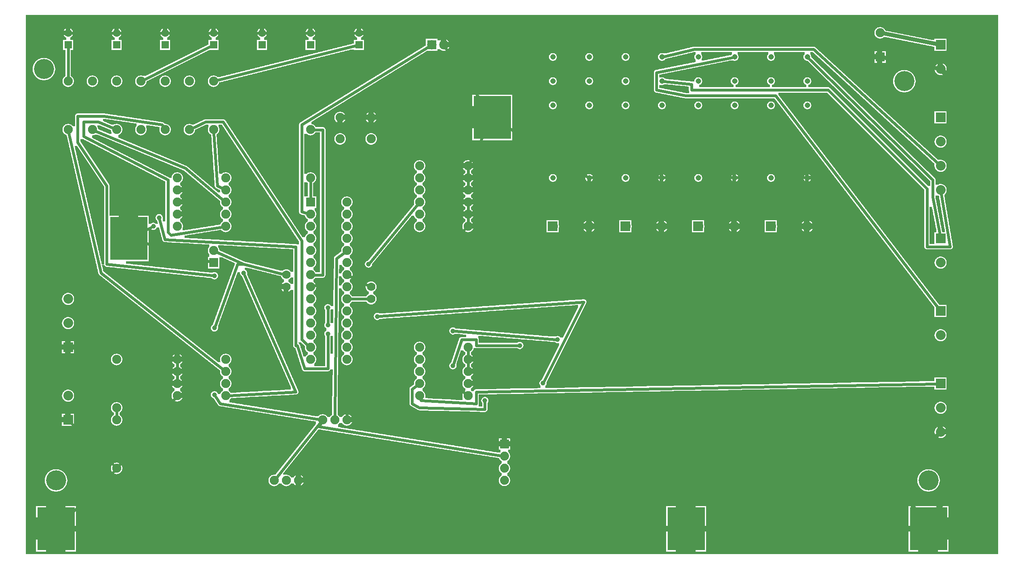
<source format=gtl>
G04 MADE WITH FRITZING*
G04 WWW.FRITZING.ORG*
G04 DOUBLE SIDED*
G04 HOLES PLATED*
G04 CONTOUR ON CENTER OF CONTOUR VECTOR*
%ASAXBY*%
%FSLAX23Y23*%
%MOIN*%
%OFA0B0*%
%SFA1.0B1.0*%
%ADD10C,0.075000*%
%ADD11C,0.070000*%
%ADD12C,0.078000*%
%ADD13C,0.062992*%
%ADD14C,0.045000*%
%ADD15C,0.080000*%
%ADD16C,0.165354*%
%ADD17C,0.073999*%
%ADD18C,0.082000*%
%ADD19C,0.039370*%
%ADD20R,0.075000X0.075000*%
%ADD21R,0.311111X0.355556*%
%ADD22R,0.078000X0.078000*%
%ADD23R,0.062992X0.062992*%
%ADD24R,0.080000X0.080000*%
%ADD25R,0.079986X0.080000*%
%ADD26R,0.074001X0.074001*%
%ADD27R,0.082000X0.082000*%
%ADD28C,0.024000*%
%ADD29C,0.032000*%
%ADD30C,0.048000*%
%LNCOPPER1*%
G90*
G70*
G54D10*
X5670Y4034D03*
X2397Y3418D03*
X1382Y3095D03*
X633Y3327D03*
X554Y3163D03*
X1692Y3445D03*
X1829Y2525D03*
X1111Y2643D03*
X1947Y2317D03*
X3791Y1659D03*
X7166Y4425D03*
X2889Y3473D03*
X2633Y3473D03*
X2889Y3650D03*
X2633Y3650D03*
G54D11*
X2889Y2250D03*
X2889Y2150D03*
X2189Y2250D03*
X2189Y2350D03*
G54D10*
X1589Y2450D03*
X1589Y2550D03*
X7089Y4150D03*
X7089Y4350D03*
X2389Y3150D03*
X2389Y3550D03*
G54D12*
X3389Y4250D03*
X3489Y4250D03*
G54D13*
X1189Y4250D03*
X1189Y4348D03*
X1989Y4250D03*
X1989Y4348D03*
X1589Y4250D03*
X1589Y4348D03*
X2789Y4250D03*
X2789Y4348D03*
X789Y4250D03*
X789Y4348D03*
X389Y4250D03*
X389Y4348D03*
X2389Y4250D03*
X2389Y4348D03*
G54D10*
X1589Y3950D03*
X1589Y3550D03*
X1389Y3950D03*
X1389Y3550D03*
X1189Y3950D03*
X1189Y3550D03*
X989Y3950D03*
X989Y3550D03*
X789Y3950D03*
X789Y3550D03*
X589Y3950D03*
X589Y3550D03*
X389Y3950D03*
X389Y3550D03*
X2389Y2950D03*
X2689Y2950D03*
X2389Y2850D03*
X2689Y2850D03*
X2389Y2750D03*
X2689Y2750D03*
X2389Y2650D03*
X2689Y2650D03*
X2389Y2550D03*
X2689Y2550D03*
X2389Y2450D03*
X2689Y2450D03*
X2389Y2350D03*
X2689Y2350D03*
X2389Y2250D03*
X2689Y2250D03*
X2389Y2150D03*
X2689Y2150D03*
X2389Y2050D03*
X2689Y2050D03*
X2389Y1950D03*
X2689Y1950D03*
X2389Y1850D03*
X2689Y1850D03*
X2389Y1750D03*
X2689Y1750D03*
X2389Y1650D03*
X2689Y1650D03*
G54D14*
X4689Y3750D03*
X4389Y4150D03*
X4389Y3950D03*
X4389Y3750D03*
X4389Y3150D03*
X4689Y3150D03*
X4689Y3950D03*
X4689Y4150D03*
X5289Y3750D03*
X4989Y4150D03*
X4989Y3950D03*
X4989Y3750D03*
X4989Y3150D03*
X5289Y3150D03*
X5289Y3950D03*
X5289Y4150D03*
X5889Y3750D03*
X5589Y4150D03*
X5589Y3950D03*
X5589Y3750D03*
X5589Y3150D03*
X5889Y3150D03*
X5889Y3950D03*
X5889Y4150D03*
X6489Y3750D03*
X6189Y4150D03*
X6189Y3950D03*
X6189Y3750D03*
X6189Y3150D03*
X6489Y3150D03*
X6489Y3950D03*
X6489Y4150D03*
G54D10*
X1289Y2850D03*
X1689Y2850D03*
X1289Y2950D03*
X1689Y2950D03*
X3289Y3250D03*
X3689Y3250D03*
X3289Y2750D03*
X3689Y2750D03*
X3289Y1750D03*
X3689Y1750D03*
X1289Y1350D03*
X1689Y1350D03*
X1289Y1550D03*
X1689Y1550D03*
X1289Y1650D03*
X1689Y1650D03*
X1289Y1450D03*
X1689Y1450D03*
X1289Y3050D03*
X1689Y3050D03*
X1289Y2750D03*
X1689Y2750D03*
X1289Y3150D03*
X1689Y3150D03*
X3289Y2850D03*
X3689Y2850D03*
X3289Y3050D03*
X3689Y3050D03*
X3289Y3150D03*
X3689Y3150D03*
X3289Y2950D03*
X3689Y2950D03*
X3289Y1350D03*
X3689Y1350D03*
X3289Y1450D03*
X3689Y1450D03*
X3289Y1550D03*
X3689Y1550D03*
X3289Y1650D03*
X3689Y1650D03*
G54D15*
X7589Y1250D03*
X7589Y1050D03*
X7589Y1450D03*
X7589Y4250D03*
X7589Y4050D03*
X7589Y2050D03*
X7589Y1850D03*
X7589Y2650D03*
X7589Y2450D03*
X7589Y3450D03*
X7589Y3250D03*
X7589Y3050D03*
X7589Y3650D03*
G54D16*
X289Y650D03*
X7489Y650D03*
G54D17*
X3989Y950D03*
X3989Y850D03*
X3989Y750D03*
X3989Y650D03*
G54D16*
X189Y4050D03*
X7289Y3950D03*
G54D18*
X6189Y2750D03*
X6487Y2750D03*
X5589Y2750D03*
X5887Y2750D03*
X4989Y2750D03*
X5287Y2750D03*
X4389Y2750D03*
X4687Y2750D03*
G54D10*
X789Y1150D03*
X789Y750D03*
X789Y1650D03*
X789Y1250D03*
G54D15*
X389Y1150D03*
X389Y1350D03*
X389Y1950D03*
X389Y2150D03*
X389Y1750D03*
G54D10*
X2489Y1150D03*
X2589Y1150D03*
X2689Y1150D03*
X2089Y650D03*
X2189Y650D03*
X2289Y650D03*
G54D19*
X1596Y1910D03*
X1596Y1358D03*
X3564Y1598D03*
X4116Y1766D03*
X3828Y1310D03*
X1596Y2342D03*
X2868Y2438D03*
X2940Y2006D03*
X4308Y1454D03*
X1140Y2822D03*
X2532Y1862D03*
X2532Y2078D03*
X2532Y1934D03*
X1836Y2366D03*
X4428Y1814D03*
X3564Y1886D03*
X1092Y2750D03*
G54D20*
X1589Y2450D03*
X7089Y4150D03*
G54D21*
X889Y2650D03*
G54D22*
X3389Y4250D03*
G54D21*
X3889Y3650D03*
X5489Y250D03*
X7489Y250D03*
X289Y250D03*
G54D23*
X1189Y4250D03*
X1989Y4250D03*
X1589Y4250D03*
X2789Y4250D03*
X789Y4250D03*
X389Y4250D03*
X2389Y4250D03*
G54D20*
X2389Y2950D03*
G54D24*
X7589Y1450D03*
G54D25*
X7589Y4250D03*
X7589Y2050D03*
X7589Y2650D03*
G54D24*
X7589Y3650D03*
G54D26*
X3989Y950D03*
G54D27*
X6188Y2750D03*
X5588Y2750D03*
X4988Y2750D03*
X4388Y2750D03*
G54D25*
X389Y1150D03*
G54D24*
X389Y1750D03*
G54D28*
X1039Y2607D02*
X1561Y2458D01*
G54D29*
D02*
X7553Y4057D02*
X7122Y4143D01*
G54D28*
D02*
X2489Y3549D02*
X2417Y3549D01*
D02*
X2489Y2347D02*
X2489Y3549D01*
D02*
X2417Y2349D02*
X2489Y2347D01*
D02*
X2389Y2978D02*
X2389Y3121D01*
G54D29*
D02*
X7553Y4257D02*
X7122Y4343D01*
G54D28*
D02*
X2762Y4348D02*
X2416Y4348D01*
D02*
X2362Y4348D02*
X2016Y4348D01*
D02*
X1962Y4348D02*
X1616Y4348D01*
D02*
X1562Y4348D02*
X1216Y4348D01*
D02*
X1162Y4348D02*
X816Y4348D01*
D02*
X762Y4348D02*
X416Y4348D01*
D02*
X3774Y3822D02*
X3505Y4225D01*
G54D30*
D02*
X439Y250D02*
X5339Y250D01*
D02*
X5639Y250D02*
X7339Y250D01*
D02*
X7790Y851D02*
X7790Y3851D01*
D02*
X7790Y3851D02*
X7689Y3952D01*
D02*
X7689Y3952D02*
X7619Y4020D01*
D02*
X7575Y422D02*
X7790Y851D01*
G54D29*
D02*
X7286Y547D02*
X7371Y422D01*
D02*
X7286Y747D02*
X7286Y547D01*
D02*
X7563Y1024D02*
X7286Y747D01*
G54D28*
D02*
X389Y3978D02*
X389Y4223D01*
D02*
X2717Y2150D02*
X2863Y2150D01*
D02*
X2865Y2261D02*
X2714Y2337D01*
D02*
X1617Y3957D02*
X2763Y4243D01*
D02*
X1014Y3962D02*
X1565Y4238D01*
D02*
X7558Y1449D02*
X3756Y1382D01*
X3756Y1382D02*
X3756Y1286D01*
X3756Y1286D02*
X3300Y1310D01*
X3300Y1310D02*
X3296Y1322D01*
D02*
X6504Y4135D02*
X7524Y3134D01*
X7524Y3134D02*
X7524Y2990D01*
X7524Y2990D02*
X7583Y2680D01*
D02*
X1591Y3521D02*
X1620Y3086D01*
X1620Y3086D02*
X1663Y3063D01*
D02*
X7566Y3271D02*
X6540Y4214D01*
X6540Y4214D02*
X5556Y4214D01*
X5556Y4214D02*
X5310Y4155D01*
D02*
X7594Y3019D02*
X7668Y2582D01*
X7668Y2582D02*
X7476Y2582D01*
X7476Y2582D02*
X7476Y3062D01*
X7476Y3062D02*
X6660Y3878D01*
X6660Y3878D02*
X5532Y3878D01*
X5532Y3878D02*
X5532Y3926D01*
X5532Y3926D02*
X5310Y3948D01*
D02*
X615Y3539D02*
X1356Y3230D01*
X1356Y3230D02*
X1667Y2968D01*
D02*
X7570Y2074D02*
X6228Y3830D01*
X6228Y3830D02*
X5484Y3830D01*
X5484Y3830D02*
X5244Y3878D01*
X5244Y3878D02*
X5244Y4022D01*
X5244Y4022D02*
X5868Y4145D01*
D02*
X2361Y2857D02*
X2316Y2870D01*
X2316Y2870D02*
X2316Y3590D01*
X2316Y3590D02*
X3363Y4234D01*
D02*
X2666Y2532D02*
X2604Y2486D01*
X2604Y2486D02*
X2589Y1178D01*
D02*
X762Y3561D02*
X636Y3614D01*
X636Y3614D02*
X516Y3614D01*
X516Y3614D02*
X516Y3494D01*
X516Y3494D02*
X1212Y3134D01*
X1212Y3134D02*
X1212Y2702D01*
X1212Y2702D02*
X1236Y2678D01*
X1236Y2678D02*
X1661Y2745D01*
D02*
X1415Y3562D02*
X1524Y3614D01*
X1524Y3614D02*
X1668Y3614D01*
X1668Y3614D02*
X2316Y2630D01*
X2316Y2630D02*
X2316Y1814D01*
X2316Y1814D02*
X2367Y1769D01*
D02*
X1289Y1521D02*
X1289Y1478D01*
D02*
X1289Y1621D02*
X1289Y1578D01*
D02*
X807Y772D02*
X1270Y1328D01*
D02*
X411Y1128D02*
X769Y770D01*
D02*
X439Y400D02*
X769Y729D01*
D02*
X1075Y2741D02*
X1039Y2723D01*
D02*
X2691Y1178D02*
X2724Y1574D01*
X2724Y1574D02*
X2748Y1598D01*
X2748Y1598D02*
X2748Y2078D01*
X2748Y2078D02*
X2940Y2078D01*
X2940Y2078D02*
X2964Y2318D01*
X2964Y2318D02*
X2748Y2390D01*
X2748Y2390D02*
X2748Y3014D01*
X2748Y3014D02*
X2628Y3014D01*
X2628Y3014D02*
X2532Y2294D01*
X2532Y2294D02*
X2416Y2258D01*
D02*
X3668Y1369D02*
X3348Y1670D01*
X3348Y1670D02*
X3348Y1814D01*
X3348Y1814D02*
X3228Y1814D01*
X3228Y1814D02*
X2724Y1574D01*
D02*
X3689Y1621D02*
X3689Y1578D01*
D02*
X3689Y1721D02*
X3689Y1678D01*
D02*
X3668Y2730D02*
X3324Y2390D01*
X3324Y2390D02*
X2964Y2318D01*
D02*
X3689Y2821D02*
X3689Y2778D01*
D02*
X3689Y2921D02*
X3689Y2878D01*
D02*
X3689Y3121D02*
X3689Y3078D01*
D02*
X3689Y3221D02*
X3689Y3178D01*
D02*
X3803Y3477D02*
X3702Y3275D01*
D02*
X4670Y3161D02*
X4039Y3556D01*
D02*
X5267Y3153D02*
X4932Y3206D01*
X4932Y3206D02*
X4710Y3155D01*
D02*
X5867Y3153D02*
X5532Y3206D01*
X5532Y3206D02*
X5310Y3155D01*
D02*
X6467Y3153D02*
X6132Y3206D01*
X6132Y3206D02*
X5910Y3155D01*
D02*
X1174Y3574D02*
X1164Y3590D01*
X1164Y3590D02*
X684Y3662D01*
X684Y3662D02*
X468Y3662D01*
X468Y3662D02*
X468Y3446D01*
X468Y3446D02*
X708Y3086D01*
X708Y3086D02*
X708Y2438D01*
X708Y2438D02*
X1577Y2344D01*
D02*
X2532Y1953D02*
X2532Y2059D01*
D02*
X2532Y1843D02*
X2532Y1574D01*
X2532Y1574D02*
X2340Y1574D01*
X2340Y1574D02*
X2280Y1766D01*
X2280Y1766D02*
X2268Y1766D01*
X2268Y1766D02*
X2268Y2582D01*
X2268Y2582D02*
X1188Y2642D01*
X1188Y2642D02*
X1145Y2803D01*
D02*
X4097Y1766D02*
X3756Y1766D01*
X3756Y1766D02*
X3756Y1814D01*
X3756Y1814D02*
X3636Y1814D01*
X3636Y1814D02*
X3570Y1616D01*
D02*
X395Y3522D02*
X660Y2366D01*
X660Y2366D02*
X1666Y1567D01*
D02*
X4316Y1471D02*
X4644Y2126D01*
X4644Y2126D02*
X2959Y2007D01*
D02*
X2880Y2452D02*
X3271Y2928D01*
D02*
X3828Y1291D02*
X3828Y1238D01*
X3828Y1238D02*
X3288Y1250D01*
D02*
X3288Y1250D02*
X3228Y1286D01*
X3228Y1286D02*
X3228Y1406D01*
X3228Y1406D02*
X3266Y1433D01*
D02*
X789Y1178D02*
X789Y1221D01*
D02*
X3583Y1884D02*
X4409Y1815D01*
D02*
X1844Y2348D02*
X2268Y1382D01*
X2268Y1382D02*
X1717Y1351D01*
D02*
X1615Y2538D02*
X1836Y2438D01*
X1836Y2438D02*
X2163Y2356D01*
D02*
X2461Y1154D02*
X1644Y1286D01*
X1644Y1286D02*
X1607Y1342D01*
D02*
X1602Y1927D02*
X1788Y2438D01*
X1788Y2438D02*
X1836Y2438D01*
D02*
X2107Y672D02*
X2471Y1127D01*
D02*
X3958Y855D02*
X2460Y1094D01*
X2460Y1094D02*
X2476Y1124D01*
G36*
X5612Y4192D02*
X5612Y4172D01*
X5614Y4172D01*
X5614Y4170D01*
X5616Y4170D01*
X5616Y4166D01*
X5618Y4166D01*
X5618Y4162D01*
X5620Y4162D01*
X5620Y4152D01*
X5622Y4152D01*
X5622Y4148D01*
X5620Y4148D01*
X5620Y4138D01*
X5618Y4138D01*
X5618Y4122D01*
X5640Y4122D01*
X5640Y4124D01*
X5650Y4124D01*
X5650Y4126D01*
X5660Y4126D01*
X5660Y4128D01*
X5670Y4128D01*
X5670Y4130D01*
X5680Y4130D01*
X5680Y4132D01*
X5690Y4132D01*
X5690Y4134D01*
X5700Y4134D01*
X5700Y4136D01*
X5710Y4136D01*
X5710Y4138D01*
X5720Y4138D01*
X5720Y4140D01*
X5730Y4140D01*
X5730Y4142D01*
X5740Y4142D01*
X5740Y4144D01*
X5750Y4144D01*
X5750Y4146D01*
X5760Y4146D01*
X5760Y4148D01*
X5770Y4148D01*
X5770Y4150D01*
X5780Y4150D01*
X5780Y4152D01*
X5790Y4152D01*
X5790Y4154D01*
X5800Y4154D01*
X5800Y4156D01*
X5810Y4156D01*
X5810Y4158D01*
X5820Y4158D01*
X5820Y4160D01*
X5830Y4160D01*
X5830Y4162D01*
X5840Y4162D01*
X5840Y4164D01*
X5850Y4164D01*
X5850Y4166D01*
X5860Y4166D01*
X5860Y4168D01*
X5862Y4168D01*
X5862Y4170D01*
X5864Y4170D01*
X5864Y4172D01*
X5866Y4172D01*
X5866Y4192D01*
X5612Y4192D01*
G37*
D02*
G36*
X5912Y4192D02*
X5912Y4172D01*
X5914Y4172D01*
X5914Y4170D01*
X5916Y4170D01*
X5916Y4166D01*
X5918Y4166D01*
X5918Y4162D01*
X5920Y4162D01*
X5920Y4152D01*
X5922Y4152D01*
X5922Y4148D01*
X5920Y4148D01*
X5920Y4138D01*
X5918Y4138D01*
X5918Y4134D01*
X5916Y4134D01*
X5916Y4132D01*
X5914Y4132D01*
X5914Y4128D01*
X5912Y4128D01*
X5912Y4126D01*
X5910Y4126D01*
X5910Y4124D01*
X5906Y4124D01*
X5906Y4122D01*
X5902Y4122D01*
X5902Y4120D01*
X5898Y4120D01*
X5898Y4118D01*
X6180Y4118D01*
X6180Y4120D01*
X6174Y4120D01*
X6174Y4122D01*
X6172Y4122D01*
X6172Y4124D01*
X6168Y4124D01*
X6168Y4126D01*
X6166Y4126D01*
X6166Y4128D01*
X6164Y4128D01*
X6164Y4130D01*
X6162Y4130D01*
X6162Y4134D01*
X6160Y4134D01*
X6160Y4138D01*
X6158Y4138D01*
X6158Y4144D01*
X6156Y4144D01*
X6156Y4156D01*
X6158Y4156D01*
X6158Y4164D01*
X6160Y4164D01*
X6160Y4166D01*
X6162Y4166D01*
X6162Y4170D01*
X6164Y4170D01*
X6164Y4172D01*
X6166Y4172D01*
X6166Y4192D01*
X5912Y4192D01*
G37*
D02*
G36*
X6212Y4192D02*
X6212Y4172D01*
X6214Y4172D01*
X6214Y4170D01*
X6216Y4170D01*
X6216Y4166D01*
X6218Y4166D01*
X6218Y4162D01*
X6220Y4162D01*
X6220Y4152D01*
X6222Y4152D01*
X6222Y4148D01*
X6220Y4148D01*
X6220Y4138D01*
X6218Y4138D01*
X6218Y4134D01*
X6216Y4134D01*
X6216Y4132D01*
X6214Y4132D01*
X6214Y4128D01*
X6212Y4128D01*
X6212Y4126D01*
X6210Y4126D01*
X6210Y4124D01*
X6206Y4124D01*
X6206Y4122D01*
X6202Y4122D01*
X6202Y4120D01*
X6198Y4120D01*
X6198Y4118D01*
X6480Y4118D01*
X6480Y4120D01*
X6474Y4120D01*
X6474Y4122D01*
X6472Y4122D01*
X6472Y4124D01*
X6468Y4124D01*
X6468Y4126D01*
X6466Y4126D01*
X6466Y4128D01*
X6464Y4128D01*
X6464Y4130D01*
X6462Y4130D01*
X6462Y4134D01*
X6460Y4134D01*
X6460Y4138D01*
X6458Y4138D01*
X6458Y4144D01*
X6456Y4144D01*
X6456Y4156D01*
X6458Y4156D01*
X6458Y4164D01*
X6460Y4164D01*
X6460Y4166D01*
X6462Y4166D01*
X6462Y4170D01*
X6464Y4170D01*
X6464Y4172D01*
X6466Y4172D01*
X6466Y4192D01*
X6212Y4192D01*
G37*
D02*
G36*
X5844Y4120D02*
X5844Y4118D01*
X5880Y4118D01*
X5880Y4120D01*
X5844Y4120D01*
G37*
D02*
G36*
X5834Y4118D02*
X5834Y4116D01*
X6492Y4116D01*
X6492Y4118D01*
X5834Y4118D01*
G37*
D02*
G36*
X5834Y4118D02*
X5834Y4116D01*
X6492Y4116D01*
X6492Y4118D01*
X5834Y4118D01*
G37*
D02*
G36*
X5834Y4118D02*
X5834Y4116D01*
X6492Y4116D01*
X6492Y4118D01*
X5834Y4118D01*
G37*
D02*
G36*
X5824Y4116D02*
X5824Y4114D01*
X5814Y4114D01*
X5814Y4112D01*
X5804Y4112D01*
X5804Y4110D01*
X5794Y4110D01*
X5794Y4108D01*
X5784Y4108D01*
X5784Y4106D01*
X5774Y4106D01*
X5774Y4104D01*
X5764Y4104D01*
X5764Y4102D01*
X5754Y4102D01*
X5754Y4100D01*
X5744Y4100D01*
X5744Y4098D01*
X5734Y4098D01*
X5734Y4096D01*
X5724Y4096D01*
X5724Y4094D01*
X5714Y4094D01*
X5714Y4092D01*
X5704Y4092D01*
X5704Y4090D01*
X5694Y4090D01*
X5694Y4088D01*
X5684Y4088D01*
X5684Y4086D01*
X5674Y4086D01*
X5674Y4084D01*
X5664Y4084D01*
X5664Y4082D01*
X5654Y4082D01*
X5654Y4080D01*
X5644Y4080D01*
X5644Y4078D01*
X5634Y4078D01*
X5634Y4076D01*
X5624Y4076D01*
X5624Y4074D01*
X5614Y4074D01*
X5614Y4072D01*
X5604Y4072D01*
X5604Y4070D01*
X5594Y4070D01*
X5594Y4068D01*
X5584Y4068D01*
X5584Y4066D01*
X5574Y4066D01*
X5574Y4064D01*
X5564Y4064D01*
X5564Y4062D01*
X5554Y4062D01*
X5554Y4060D01*
X5544Y4060D01*
X5544Y4058D01*
X5532Y4058D01*
X5532Y4056D01*
X5522Y4056D01*
X5522Y4054D01*
X5512Y4054D01*
X5512Y4052D01*
X5502Y4052D01*
X5502Y4050D01*
X5492Y4050D01*
X5492Y4048D01*
X5482Y4048D01*
X5482Y4046D01*
X5472Y4046D01*
X5472Y4044D01*
X5462Y4044D01*
X5462Y4042D01*
X5452Y4042D01*
X5452Y4040D01*
X5442Y4040D01*
X5442Y4038D01*
X5432Y4038D01*
X5432Y4036D01*
X5422Y4036D01*
X5422Y4034D01*
X5412Y4034D01*
X5412Y4032D01*
X5402Y4032D01*
X5402Y4030D01*
X5392Y4030D01*
X5392Y4028D01*
X5382Y4028D01*
X5382Y4026D01*
X5372Y4026D01*
X5372Y4024D01*
X5362Y4024D01*
X5362Y4022D01*
X5352Y4022D01*
X5352Y4020D01*
X5342Y4020D01*
X5342Y4018D01*
X5332Y4018D01*
X5332Y4016D01*
X5322Y4016D01*
X5322Y4014D01*
X5312Y4014D01*
X5312Y4012D01*
X5302Y4012D01*
X5302Y4010D01*
X5292Y4010D01*
X5292Y4008D01*
X5282Y4008D01*
X5282Y4006D01*
X5272Y4006D01*
X5272Y4004D01*
X5266Y4004D01*
X5266Y3982D01*
X6498Y3982D01*
X6498Y3980D01*
X6504Y3980D01*
X6504Y3978D01*
X6506Y3978D01*
X6506Y3976D01*
X6510Y3976D01*
X6510Y3974D01*
X6512Y3974D01*
X6512Y3972D01*
X6514Y3972D01*
X6514Y3970D01*
X6516Y3970D01*
X6516Y3966D01*
X6518Y3966D01*
X6518Y3962D01*
X6520Y3962D01*
X6520Y3952D01*
X6522Y3952D01*
X6522Y3948D01*
X6520Y3948D01*
X6520Y3938D01*
X6518Y3938D01*
X6518Y3934D01*
X6516Y3934D01*
X6516Y3932D01*
X6514Y3932D01*
X6514Y3928D01*
X6512Y3928D01*
X6512Y3926D01*
X6510Y3926D01*
X6510Y3924D01*
X6506Y3924D01*
X6506Y3922D01*
X6502Y3922D01*
X6502Y3920D01*
X6498Y3920D01*
X6498Y3900D01*
X6666Y3900D01*
X6666Y3898D01*
X6670Y3898D01*
X6670Y3896D01*
X6674Y3896D01*
X6674Y3894D01*
X6676Y3894D01*
X6676Y3892D01*
X6678Y3892D01*
X6678Y3890D01*
X6680Y3890D01*
X6680Y3888D01*
X6682Y3888D01*
X6682Y3886D01*
X6684Y3886D01*
X6684Y3884D01*
X6686Y3884D01*
X6686Y3882D01*
X6688Y3882D01*
X6688Y3880D01*
X6690Y3880D01*
X6690Y3878D01*
X6692Y3878D01*
X6692Y3876D01*
X6694Y3876D01*
X6694Y3874D01*
X6696Y3874D01*
X6696Y3872D01*
X6698Y3872D01*
X6698Y3870D01*
X6700Y3870D01*
X6700Y3868D01*
X6702Y3868D01*
X6702Y3866D01*
X6704Y3866D01*
X6704Y3864D01*
X6706Y3864D01*
X6706Y3862D01*
X6708Y3862D01*
X6708Y3860D01*
X6710Y3860D01*
X6710Y3858D01*
X6712Y3858D01*
X6712Y3856D01*
X6714Y3856D01*
X6714Y3854D01*
X6716Y3854D01*
X6716Y3852D01*
X6718Y3852D01*
X6718Y3850D01*
X6720Y3850D01*
X6720Y3848D01*
X6722Y3848D01*
X6722Y3846D01*
X6724Y3846D01*
X6724Y3844D01*
X6726Y3844D01*
X6726Y3842D01*
X6728Y3842D01*
X6728Y3840D01*
X6730Y3840D01*
X6730Y3838D01*
X6732Y3838D01*
X6732Y3836D01*
X6734Y3836D01*
X6734Y3834D01*
X6736Y3834D01*
X6736Y3832D01*
X6738Y3832D01*
X6738Y3830D01*
X6740Y3830D01*
X6740Y3828D01*
X6742Y3828D01*
X6742Y3826D01*
X6744Y3826D01*
X6744Y3824D01*
X6746Y3824D01*
X6746Y3822D01*
X6748Y3822D01*
X6748Y3820D01*
X6750Y3820D01*
X6750Y3818D01*
X6752Y3818D01*
X6752Y3816D01*
X6754Y3816D01*
X6754Y3814D01*
X6756Y3814D01*
X6756Y3812D01*
X6758Y3812D01*
X6758Y3810D01*
X6760Y3810D01*
X6760Y3808D01*
X6762Y3808D01*
X6762Y3806D01*
X6764Y3806D01*
X6764Y3804D01*
X6766Y3804D01*
X6766Y3802D01*
X6768Y3802D01*
X6768Y3800D01*
X6770Y3800D01*
X6770Y3798D01*
X6772Y3798D01*
X6772Y3796D01*
X6774Y3796D01*
X6774Y3794D01*
X6776Y3794D01*
X6776Y3792D01*
X6778Y3792D01*
X6778Y3790D01*
X6780Y3790D01*
X6780Y3788D01*
X6782Y3788D01*
X6782Y3786D01*
X6784Y3786D01*
X6784Y3784D01*
X6786Y3784D01*
X6786Y3782D01*
X6788Y3782D01*
X6788Y3780D01*
X6790Y3780D01*
X6790Y3778D01*
X6792Y3778D01*
X6792Y3776D01*
X6794Y3776D01*
X6794Y3774D01*
X6796Y3774D01*
X6796Y3772D01*
X6798Y3772D01*
X6798Y3770D01*
X6800Y3770D01*
X6800Y3768D01*
X6802Y3768D01*
X6802Y3766D01*
X6804Y3766D01*
X6804Y3764D01*
X6806Y3764D01*
X6806Y3762D01*
X6808Y3762D01*
X6808Y3760D01*
X6810Y3760D01*
X6810Y3758D01*
X6812Y3758D01*
X6812Y3756D01*
X6814Y3756D01*
X6814Y3754D01*
X6816Y3754D01*
X6816Y3752D01*
X6818Y3752D01*
X6818Y3750D01*
X6820Y3750D01*
X6820Y3748D01*
X6822Y3748D01*
X6822Y3746D01*
X6824Y3746D01*
X6824Y3744D01*
X6826Y3744D01*
X6826Y3742D01*
X6828Y3742D01*
X6828Y3740D01*
X6830Y3740D01*
X6830Y3738D01*
X6832Y3738D01*
X6832Y3736D01*
X6834Y3736D01*
X6834Y3734D01*
X6836Y3734D01*
X6836Y3732D01*
X6838Y3732D01*
X6838Y3730D01*
X6840Y3730D01*
X6840Y3728D01*
X6842Y3728D01*
X6842Y3726D01*
X6844Y3726D01*
X6844Y3724D01*
X6846Y3724D01*
X6846Y3722D01*
X6848Y3722D01*
X6848Y3720D01*
X6850Y3720D01*
X6850Y3718D01*
X6852Y3718D01*
X6852Y3716D01*
X6854Y3716D01*
X6854Y3714D01*
X6856Y3714D01*
X6856Y3712D01*
X6858Y3712D01*
X6858Y3710D01*
X6860Y3710D01*
X6860Y3708D01*
X6862Y3708D01*
X6862Y3706D01*
X6864Y3706D01*
X6864Y3704D01*
X6866Y3704D01*
X6866Y3702D01*
X6868Y3702D01*
X6868Y3700D01*
X6870Y3700D01*
X6870Y3698D01*
X6872Y3698D01*
X6872Y3696D01*
X6874Y3696D01*
X6874Y3694D01*
X6876Y3694D01*
X6876Y3692D01*
X6878Y3692D01*
X6878Y3690D01*
X6880Y3690D01*
X6880Y3688D01*
X6882Y3688D01*
X6882Y3686D01*
X6884Y3686D01*
X6884Y3684D01*
X6886Y3684D01*
X6886Y3682D01*
X6888Y3682D01*
X6888Y3680D01*
X6890Y3680D01*
X6890Y3678D01*
X6892Y3678D01*
X6892Y3676D01*
X6894Y3676D01*
X6894Y3674D01*
X6896Y3674D01*
X6896Y3672D01*
X6898Y3672D01*
X6898Y3670D01*
X6900Y3670D01*
X6900Y3668D01*
X6902Y3668D01*
X6902Y3666D01*
X6904Y3666D01*
X6904Y3664D01*
X6906Y3664D01*
X6906Y3662D01*
X6908Y3662D01*
X6908Y3660D01*
X6910Y3660D01*
X6910Y3658D01*
X6912Y3658D01*
X6912Y3656D01*
X6914Y3656D01*
X6914Y3654D01*
X6916Y3654D01*
X6916Y3652D01*
X6918Y3652D01*
X6918Y3650D01*
X6920Y3650D01*
X6920Y3648D01*
X6922Y3648D01*
X6922Y3646D01*
X6924Y3646D01*
X6924Y3644D01*
X6926Y3644D01*
X6926Y3642D01*
X6928Y3642D01*
X6928Y3640D01*
X6930Y3640D01*
X6930Y3638D01*
X6932Y3638D01*
X6932Y3636D01*
X6934Y3636D01*
X6934Y3634D01*
X6936Y3634D01*
X6936Y3632D01*
X6938Y3632D01*
X6938Y3630D01*
X6940Y3630D01*
X6940Y3628D01*
X6942Y3628D01*
X6942Y3626D01*
X6944Y3626D01*
X6944Y3624D01*
X6946Y3624D01*
X6946Y3622D01*
X6948Y3622D01*
X6948Y3620D01*
X6950Y3620D01*
X6950Y3618D01*
X6952Y3618D01*
X6952Y3616D01*
X6954Y3616D01*
X6954Y3614D01*
X6956Y3614D01*
X6956Y3612D01*
X6958Y3612D01*
X6958Y3610D01*
X6960Y3610D01*
X6960Y3608D01*
X6962Y3608D01*
X6962Y3606D01*
X6964Y3606D01*
X6964Y3604D01*
X6966Y3604D01*
X6966Y3602D01*
X6968Y3602D01*
X6968Y3600D01*
X6970Y3600D01*
X6970Y3598D01*
X6972Y3598D01*
X6972Y3596D01*
X6974Y3596D01*
X6974Y3594D01*
X6976Y3594D01*
X6976Y3592D01*
X6978Y3592D01*
X6978Y3590D01*
X6980Y3590D01*
X6980Y3588D01*
X6982Y3588D01*
X6982Y3586D01*
X6984Y3586D01*
X6984Y3584D01*
X6986Y3584D01*
X6986Y3582D01*
X6988Y3582D01*
X6988Y3580D01*
X6990Y3580D01*
X6990Y3578D01*
X6992Y3578D01*
X6992Y3576D01*
X6994Y3576D01*
X6994Y3574D01*
X6996Y3574D01*
X6996Y3572D01*
X6998Y3572D01*
X6998Y3570D01*
X7000Y3570D01*
X7000Y3568D01*
X7002Y3568D01*
X7002Y3566D01*
X7004Y3566D01*
X7004Y3564D01*
X7006Y3564D01*
X7006Y3562D01*
X7008Y3562D01*
X7008Y3560D01*
X7010Y3560D01*
X7010Y3558D01*
X7012Y3558D01*
X7012Y3556D01*
X7014Y3556D01*
X7014Y3554D01*
X7016Y3554D01*
X7016Y3552D01*
X7018Y3552D01*
X7018Y3550D01*
X7020Y3550D01*
X7020Y3548D01*
X7022Y3548D01*
X7022Y3546D01*
X7024Y3546D01*
X7024Y3544D01*
X7026Y3544D01*
X7026Y3542D01*
X7028Y3542D01*
X7028Y3540D01*
X7030Y3540D01*
X7030Y3538D01*
X7032Y3538D01*
X7032Y3536D01*
X7034Y3536D01*
X7034Y3534D01*
X7036Y3534D01*
X7036Y3532D01*
X7038Y3532D01*
X7038Y3530D01*
X7040Y3530D01*
X7040Y3528D01*
X7042Y3528D01*
X7042Y3526D01*
X7044Y3526D01*
X7044Y3524D01*
X7046Y3524D01*
X7046Y3522D01*
X7048Y3522D01*
X7048Y3520D01*
X7050Y3520D01*
X7050Y3518D01*
X7052Y3518D01*
X7052Y3516D01*
X7054Y3516D01*
X7054Y3514D01*
X7056Y3514D01*
X7056Y3512D01*
X7058Y3512D01*
X7058Y3510D01*
X7060Y3510D01*
X7060Y3508D01*
X7062Y3508D01*
X7062Y3506D01*
X7064Y3506D01*
X7064Y3504D01*
X7066Y3504D01*
X7066Y3502D01*
X7068Y3502D01*
X7068Y3500D01*
X7070Y3500D01*
X7070Y3498D01*
X7072Y3498D01*
X7072Y3496D01*
X7074Y3496D01*
X7074Y3494D01*
X7076Y3494D01*
X7076Y3492D01*
X7078Y3492D01*
X7078Y3490D01*
X7080Y3490D01*
X7080Y3488D01*
X7082Y3488D01*
X7082Y3486D01*
X7084Y3486D01*
X7084Y3484D01*
X7086Y3484D01*
X7086Y3482D01*
X7088Y3482D01*
X7088Y3480D01*
X7090Y3480D01*
X7090Y3478D01*
X7092Y3478D01*
X7092Y3476D01*
X7094Y3476D01*
X7094Y3474D01*
X7096Y3474D01*
X7096Y3472D01*
X7098Y3472D01*
X7098Y3470D01*
X7100Y3470D01*
X7100Y3468D01*
X7102Y3468D01*
X7102Y3466D01*
X7104Y3466D01*
X7104Y3464D01*
X7106Y3464D01*
X7106Y3462D01*
X7108Y3462D01*
X7108Y3460D01*
X7110Y3460D01*
X7110Y3458D01*
X7112Y3458D01*
X7112Y3456D01*
X7114Y3456D01*
X7114Y3454D01*
X7116Y3454D01*
X7116Y3452D01*
X7118Y3452D01*
X7118Y3450D01*
X7120Y3450D01*
X7120Y3448D01*
X7122Y3448D01*
X7122Y3446D01*
X7124Y3446D01*
X7124Y3444D01*
X7126Y3444D01*
X7126Y3442D01*
X7128Y3442D01*
X7128Y3440D01*
X7130Y3440D01*
X7130Y3438D01*
X7132Y3438D01*
X7132Y3436D01*
X7134Y3436D01*
X7134Y3434D01*
X7136Y3434D01*
X7136Y3432D01*
X7138Y3432D01*
X7138Y3430D01*
X7140Y3430D01*
X7140Y3428D01*
X7142Y3428D01*
X7142Y3426D01*
X7144Y3426D01*
X7144Y3424D01*
X7146Y3424D01*
X7146Y3422D01*
X7148Y3422D01*
X7148Y3420D01*
X7150Y3420D01*
X7150Y3418D01*
X7152Y3418D01*
X7152Y3416D01*
X7154Y3416D01*
X7154Y3414D01*
X7156Y3414D01*
X7156Y3412D01*
X7158Y3412D01*
X7158Y3410D01*
X7160Y3410D01*
X7160Y3408D01*
X7162Y3408D01*
X7162Y3406D01*
X7164Y3406D01*
X7164Y3404D01*
X7166Y3404D01*
X7166Y3402D01*
X7168Y3402D01*
X7168Y3400D01*
X7170Y3400D01*
X7170Y3398D01*
X7172Y3398D01*
X7172Y3396D01*
X7174Y3396D01*
X7174Y3394D01*
X7176Y3394D01*
X7176Y3392D01*
X7178Y3392D01*
X7178Y3390D01*
X7180Y3390D01*
X7180Y3388D01*
X7182Y3388D01*
X7182Y3386D01*
X7184Y3386D01*
X7184Y3384D01*
X7186Y3384D01*
X7186Y3382D01*
X7188Y3382D01*
X7188Y3380D01*
X7190Y3380D01*
X7190Y3378D01*
X7192Y3378D01*
X7192Y3376D01*
X7194Y3376D01*
X7194Y3374D01*
X7196Y3374D01*
X7196Y3372D01*
X7198Y3372D01*
X7198Y3370D01*
X7200Y3370D01*
X7200Y3368D01*
X7202Y3368D01*
X7202Y3366D01*
X7204Y3366D01*
X7204Y3364D01*
X7206Y3364D01*
X7206Y3362D01*
X7208Y3362D01*
X7208Y3360D01*
X7210Y3360D01*
X7210Y3358D01*
X7212Y3358D01*
X7212Y3356D01*
X7214Y3356D01*
X7214Y3354D01*
X7216Y3354D01*
X7216Y3352D01*
X7218Y3352D01*
X7218Y3350D01*
X7220Y3350D01*
X7220Y3348D01*
X7222Y3348D01*
X7222Y3346D01*
X7224Y3346D01*
X7224Y3344D01*
X7226Y3344D01*
X7226Y3342D01*
X7228Y3342D01*
X7228Y3340D01*
X7230Y3340D01*
X7230Y3338D01*
X7232Y3338D01*
X7232Y3336D01*
X7234Y3336D01*
X7234Y3334D01*
X7236Y3334D01*
X7236Y3332D01*
X7238Y3332D01*
X7238Y3330D01*
X7240Y3330D01*
X7240Y3328D01*
X7242Y3328D01*
X7242Y3326D01*
X7244Y3326D01*
X7244Y3324D01*
X7246Y3324D01*
X7246Y3322D01*
X7248Y3322D01*
X7248Y3320D01*
X7250Y3320D01*
X7250Y3318D01*
X7252Y3318D01*
X7252Y3316D01*
X7254Y3316D01*
X7254Y3314D01*
X7256Y3314D01*
X7256Y3312D01*
X7258Y3312D01*
X7258Y3310D01*
X7260Y3310D01*
X7260Y3308D01*
X7262Y3308D01*
X7262Y3306D01*
X7264Y3306D01*
X7264Y3304D01*
X7266Y3304D01*
X7266Y3302D01*
X7268Y3302D01*
X7268Y3300D01*
X7270Y3300D01*
X7270Y3298D01*
X7272Y3298D01*
X7272Y3296D01*
X7274Y3296D01*
X7274Y3294D01*
X7276Y3294D01*
X7276Y3292D01*
X7278Y3292D01*
X7278Y3290D01*
X7280Y3290D01*
X7280Y3288D01*
X7282Y3288D01*
X7282Y3286D01*
X7284Y3286D01*
X7284Y3284D01*
X7286Y3284D01*
X7286Y3282D01*
X7288Y3282D01*
X7288Y3280D01*
X7290Y3280D01*
X7290Y3278D01*
X7292Y3278D01*
X7292Y3276D01*
X7294Y3276D01*
X7294Y3274D01*
X7296Y3274D01*
X7296Y3272D01*
X7298Y3272D01*
X7298Y3270D01*
X7300Y3270D01*
X7300Y3268D01*
X7302Y3268D01*
X7302Y3266D01*
X7304Y3266D01*
X7304Y3264D01*
X7306Y3264D01*
X7306Y3262D01*
X7308Y3262D01*
X7308Y3260D01*
X7310Y3260D01*
X7310Y3258D01*
X7312Y3258D01*
X7312Y3256D01*
X7314Y3256D01*
X7314Y3254D01*
X7316Y3254D01*
X7316Y3252D01*
X7318Y3252D01*
X7318Y3250D01*
X7320Y3250D01*
X7320Y3248D01*
X7322Y3248D01*
X7322Y3246D01*
X7324Y3246D01*
X7324Y3244D01*
X7326Y3244D01*
X7326Y3242D01*
X7328Y3242D01*
X7328Y3240D01*
X7330Y3240D01*
X7330Y3238D01*
X7332Y3238D01*
X7332Y3236D01*
X7334Y3236D01*
X7334Y3234D01*
X7336Y3234D01*
X7336Y3232D01*
X7338Y3232D01*
X7338Y3230D01*
X7340Y3230D01*
X7340Y3228D01*
X7342Y3228D01*
X7342Y3226D01*
X7344Y3226D01*
X7344Y3224D01*
X7346Y3224D01*
X7346Y3222D01*
X7348Y3222D01*
X7348Y3220D01*
X7350Y3220D01*
X7350Y3218D01*
X7352Y3218D01*
X7352Y3216D01*
X7354Y3216D01*
X7354Y3214D01*
X7356Y3214D01*
X7356Y3212D01*
X7358Y3212D01*
X7358Y3210D01*
X7360Y3210D01*
X7360Y3208D01*
X7362Y3208D01*
X7362Y3206D01*
X7364Y3206D01*
X7364Y3204D01*
X7366Y3204D01*
X7366Y3202D01*
X7368Y3202D01*
X7368Y3200D01*
X7370Y3200D01*
X7370Y3198D01*
X7372Y3198D01*
X7372Y3196D01*
X7374Y3196D01*
X7374Y3194D01*
X7376Y3194D01*
X7376Y3192D01*
X7378Y3192D01*
X7378Y3190D01*
X7380Y3190D01*
X7380Y3188D01*
X7382Y3188D01*
X7382Y3186D01*
X7384Y3186D01*
X7384Y3184D01*
X7386Y3184D01*
X7386Y3182D01*
X7388Y3182D01*
X7388Y3180D01*
X7390Y3180D01*
X7390Y3178D01*
X7392Y3178D01*
X7392Y3176D01*
X7394Y3176D01*
X7394Y3174D01*
X7396Y3174D01*
X7396Y3172D01*
X7398Y3172D01*
X7398Y3170D01*
X7400Y3170D01*
X7400Y3168D01*
X7402Y3168D01*
X7402Y3166D01*
X7404Y3166D01*
X7404Y3164D01*
X7406Y3164D01*
X7406Y3162D01*
X7408Y3162D01*
X7408Y3160D01*
X7410Y3160D01*
X7410Y3158D01*
X7412Y3158D01*
X7412Y3156D01*
X7414Y3156D01*
X7414Y3154D01*
X7416Y3154D01*
X7416Y3152D01*
X7418Y3152D01*
X7418Y3150D01*
X7420Y3150D01*
X7420Y3148D01*
X7422Y3148D01*
X7422Y3146D01*
X7424Y3146D01*
X7424Y3144D01*
X7426Y3144D01*
X7426Y3142D01*
X7428Y3142D01*
X7428Y3140D01*
X7430Y3140D01*
X7430Y3138D01*
X7432Y3138D01*
X7432Y3136D01*
X7434Y3136D01*
X7434Y3134D01*
X7436Y3134D01*
X7436Y3132D01*
X7438Y3132D01*
X7438Y3130D01*
X7440Y3130D01*
X7440Y3128D01*
X7442Y3128D01*
X7442Y3126D01*
X7444Y3126D01*
X7444Y3124D01*
X7446Y3124D01*
X7446Y3122D01*
X7448Y3122D01*
X7448Y3120D01*
X7450Y3120D01*
X7450Y3118D01*
X7452Y3118D01*
X7452Y3116D01*
X7454Y3116D01*
X7454Y3114D01*
X7456Y3114D01*
X7456Y3112D01*
X7458Y3112D01*
X7458Y3110D01*
X7460Y3110D01*
X7460Y3108D01*
X7462Y3108D01*
X7462Y3106D01*
X7464Y3106D01*
X7464Y3104D01*
X7466Y3104D01*
X7466Y3102D01*
X7468Y3102D01*
X7468Y3100D01*
X7470Y3100D01*
X7470Y3098D01*
X7472Y3098D01*
X7472Y3096D01*
X7474Y3096D01*
X7474Y3094D01*
X7476Y3094D01*
X7476Y3092D01*
X7478Y3092D01*
X7478Y3090D01*
X7480Y3090D01*
X7480Y3088D01*
X7482Y3088D01*
X7482Y3086D01*
X7502Y3086D01*
X7502Y3126D01*
X7500Y3126D01*
X7500Y3128D01*
X7498Y3128D01*
X7498Y3130D01*
X7496Y3130D01*
X7496Y3132D01*
X7494Y3132D01*
X7494Y3134D01*
X7492Y3134D01*
X7492Y3136D01*
X7490Y3136D01*
X7490Y3138D01*
X7488Y3138D01*
X7488Y3140D01*
X7486Y3140D01*
X7486Y3142D01*
X7484Y3142D01*
X7484Y3144D01*
X7482Y3144D01*
X7482Y3146D01*
X7480Y3146D01*
X7480Y3148D01*
X7478Y3148D01*
X7478Y3150D01*
X7476Y3150D01*
X7476Y3152D01*
X7474Y3152D01*
X7474Y3154D01*
X7472Y3154D01*
X7472Y3156D01*
X7470Y3156D01*
X7470Y3158D01*
X7468Y3158D01*
X7468Y3160D01*
X7466Y3160D01*
X7466Y3162D01*
X7464Y3162D01*
X7464Y3164D01*
X7462Y3164D01*
X7462Y3166D01*
X7458Y3166D01*
X7458Y3168D01*
X7456Y3168D01*
X7456Y3170D01*
X7454Y3170D01*
X7454Y3172D01*
X7452Y3172D01*
X7452Y3174D01*
X7450Y3174D01*
X7450Y3176D01*
X7448Y3176D01*
X7448Y3178D01*
X7446Y3178D01*
X7446Y3180D01*
X7444Y3180D01*
X7444Y3182D01*
X7442Y3182D01*
X7442Y3184D01*
X7440Y3184D01*
X7440Y3186D01*
X7438Y3186D01*
X7438Y3188D01*
X7436Y3188D01*
X7436Y3190D01*
X7434Y3190D01*
X7434Y3192D01*
X7432Y3192D01*
X7432Y3194D01*
X7430Y3194D01*
X7430Y3196D01*
X7428Y3196D01*
X7428Y3198D01*
X7426Y3198D01*
X7426Y3200D01*
X7424Y3200D01*
X7424Y3202D01*
X7422Y3202D01*
X7422Y3204D01*
X7420Y3204D01*
X7420Y3206D01*
X7418Y3206D01*
X7418Y3208D01*
X7416Y3208D01*
X7416Y3210D01*
X7414Y3210D01*
X7414Y3212D01*
X7412Y3212D01*
X7412Y3214D01*
X7410Y3214D01*
X7410Y3216D01*
X7408Y3216D01*
X7408Y3218D01*
X7406Y3218D01*
X7406Y3220D01*
X7404Y3220D01*
X7404Y3222D01*
X7402Y3222D01*
X7402Y3224D01*
X7400Y3224D01*
X7400Y3226D01*
X7398Y3226D01*
X7398Y3228D01*
X7396Y3228D01*
X7396Y3230D01*
X7394Y3230D01*
X7394Y3232D01*
X7392Y3232D01*
X7392Y3234D01*
X7390Y3234D01*
X7390Y3236D01*
X7388Y3236D01*
X7388Y3238D01*
X7386Y3238D01*
X7386Y3240D01*
X7384Y3240D01*
X7384Y3242D01*
X7382Y3242D01*
X7382Y3244D01*
X7380Y3244D01*
X7380Y3246D01*
X7378Y3246D01*
X7378Y3248D01*
X7376Y3248D01*
X7376Y3250D01*
X7374Y3250D01*
X7374Y3252D01*
X7372Y3252D01*
X7372Y3254D01*
X7370Y3254D01*
X7370Y3256D01*
X7368Y3256D01*
X7368Y3258D01*
X7366Y3258D01*
X7366Y3260D01*
X7364Y3260D01*
X7364Y3262D01*
X7362Y3262D01*
X7362Y3264D01*
X7360Y3264D01*
X7360Y3266D01*
X7358Y3266D01*
X7358Y3268D01*
X7356Y3268D01*
X7356Y3270D01*
X7354Y3270D01*
X7354Y3272D01*
X7350Y3272D01*
X7350Y3274D01*
X7348Y3274D01*
X7348Y3276D01*
X7346Y3276D01*
X7346Y3278D01*
X7344Y3278D01*
X7344Y3280D01*
X7342Y3280D01*
X7342Y3282D01*
X7340Y3282D01*
X7340Y3284D01*
X7338Y3284D01*
X7338Y3286D01*
X7336Y3286D01*
X7336Y3288D01*
X7334Y3288D01*
X7334Y3290D01*
X7332Y3290D01*
X7332Y3292D01*
X7330Y3292D01*
X7330Y3294D01*
X7328Y3294D01*
X7328Y3296D01*
X7326Y3296D01*
X7326Y3298D01*
X7324Y3298D01*
X7324Y3300D01*
X7322Y3300D01*
X7322Y3302D01*
X7320Y3302D01*
X7320Y3304D01*
X7318Y3304D01*
X7318Y3306D01*
X7316Y3306D01*
X7316Y3308D01*
X7314Y3308D01*
X7314Y3310D01*
X7312Y3310D01*
X7312Y3312D01*
X7310Y3312D01*
X7310Y3314D01*
X7308Y3314D01*
X7308Y3316D01*
X7306Y3316D01*
X7306Y3318D01*
X7304Y3318D01*
X7304Y3320D01*
X7302Y3320D01*
X7302Y3322D01*
X7300Y3322D01*
X7300Y3324D01*
X7298Y3324D01*
X7298Y3326D01*
X7296Y3326D01*
X7296Y3328D01*
X7294Y3328D01*
X7294Y3330D01*
X7292Y3330D01*
X7292Y3332D01*
X7290Y3332D01*
X7290Y3334D01*
X7288Y3334D01*
X7288Y3336D01*
X7286Y3336D01*
X7286Y3338D01*
X7284Y3338D01*
X7284Y3340D01*
X7282Y3340D01*
X7282Y3342D01*
X7280Y3342D01*
X7280Y3344D01*
X7278Y3344D01*
X7278Y3346D01*
X7276Y3346D01*
X7276Y3348D01*
X7274Y3348D01*
X7274Y3350D01*
X7272Y3350D01*
X7272Y3352D01*
X7270Y3352D01*
X7270Y3354D01*
X7268Y3354D01*
X7268Y3356D01*
X7266Y3356D01*
X7266Y3358D01*
X7264Y3358D01*
X7264Y3360D01*
X7262Y3360D01*
X7262Y3362D01*
X7260Y3362D01*
X7260Y3364D01*
X7258Y3364D01*
X7258Y3366D01*
X7256Y3366D01*
X7256Y3368D01*
X7254Y3368D01*
X7254Y3370D01*
X7252Y3370D01*
X7252Y3372D01*
X7250Y3372D01*
X7250Y3374D01*
X7248Y3374D01*
X7248Y3376D01*
X7246Y3376D01*
X7246Y3378D01*
X7242Y3378D01*
X7242Y3380D01*
X7240Y3380D01*
X7240Y3382D01*
X7238Y3382D01*
X7238Y3384D01*
X7236Y3384D01*
X7236Y3386D01*
X7234Y3386D01*
X7234Y3388D01*
X7232Y3388D01*
X7232Y3390D01*
X7230Y3390D01*
X7230Y3392D01*
X7228Y3392D01*
X7228Y3394D01*
X7226Y3394D01*
X7226Y3396D01*
X7224Y3396D01*
X7224Y3398D01*
X7222Y3398D01*
X7222Y3400D01*
X7220Y3400D01*
X7220Y3402D01*
X7218Y3402D01*
X7218Y3404D01*
X7216Y3404D01*
X7216Y3406D01*
X7214Y3406D01*
X7214Y3408D01*
X7212Y3408D01*
X7212Y3410D01*
X7210Y3410D01*
X7210Y3412D01*
X7208Y3412D01*
X7208Y3414D01*
X7206Y3414D01*
X7206Y3416D01*
X7204Y3416D01*
X7204Y3418D01*
X7202Y3418D01*
X7202Y3420D01*
X7200Y3420D01*
X7200Y3422D01*
X7198Y3422D01*
X7198Y3424D01*
X7196Y3424D01*
X7196Y3426D01*
X7194Y3426D01*
X7194Y3428D01*
X7192Y3428D01*
X7192Y3430D01*
X7190Y3430D01*
X7190Y3432D01*
X7188Y3432D01*
X7188Y3434D01*
X7186Y3434D01*
X7186Y3436D01*
X7184Y3436D01*
X7184Y3438D01*
X7182Y3438D01*
X7182Y3440D01*
X7180Y3440D01*
X7180Y3442D01*
X7178Y3442D01*
X7178Y3444D01*
X7176Y3444D01*
X7176Y3446D01*
X7174Y3446D01*
X7174Y3448D01*
X7172Y3448D01*
X7172Y3450D01*
X7170Y3450D01*
X7170Y3452D01*
X7168Y3452D01*
X7168Y3454D01*
X7166Y3454D01*
X7166Y3456D01*
X7164Y3456D01*
X7164Y3458D01*
X7162Y3458D01*
X7162Y3460D01*
X7160Y3460D01*
X7160Y3462D01*
X7158Y3462D01*
X7158Y3464D01*
X7156Y3464D01*
X7156Y3466D01*
X7154Y3466D01*
X7154Y3468D01*
X7152Y3468D01*
X7152Y3470D01*
X7150Y3470D01*
X7150Y3472D01*
X7148Y3472D01*
X7148Y3474D01*
X7146Y3474D01*
X7146Y3476D01*
X7144Y3476D01*
X7144Y3478D01*
X7142Y3478D01*
X7142Y3480D01*
X7140Y3480D01*
X7140Y3482D01*
X7138Y3482D01*
X7138Y3484D01*
X7134Y3484D01*
X7134Y3486D01*
X7132Y3486D01*
X7132Y3488D01*
X7130Y3488D01*
X7130Y3490D01*
X7128Y3490D01*
X7128Y3492D01*
X7126Y3492D01*
X7126Y3494D01*
X7124Y3494D01*
X7124Y3496D01*
X7122Y3496D01*
X7122Y3498D01*
X7120Y3498D01*
X7120Y3500D01*
X7118Y3500D01*
X7118Y3502D01*
X7116Y3502D01*
X7116Y3504D01*
X7114Y3504D01*
X7114Y3506D01*
X7112Y3506D01*
X7112Y3508D01*
X7110Y3508D01*
X7110Y3510D01*
X7108Y3510D01*
X7108Y3512D01*
X7106Y3512D01*
X7106Y3514D01*
X7104Y3514D01*
X7104Y3516D01*
X7102Y3516D01*
X7102Y3518D01*
X7100Y3518D01*
X7100Y3520D01*
X7098Y3520D01*
X7098Y3522D01*
X7096Y3522D01*
X7096Y3524D01*
X7094Y3524D01*
X7094Y3526D01*
X7092Y3526D01*
X7092Y3528D01*
X7090Y3528D01*
X7090Y3530D01*
X7088Y3530D01*
X7088Y3532D01*
X7086Y3532D01*
X7086Y3534D01*
X7084Y3534D01*
X7084Y3536D01*
X7082Y3536D01*
X7082Y3538D01*
X7080Y3538D01*
X7080Y3540D01*
X7078Y3540D01*
X7078Y3542D01*
X7076Y3542D01*
X7076Y3544D01*
X7074Y3544D01*
X7074Y3546D01*
X7072Y3546D01*
X7072Y3548D01*
X7070Y3548D01*
X7070Y3550D01*
X7068Y3550D01*
X7068Y3552D01*
X7066Y3552D01*
X7066Y3554D01*
X7064Y3554D01*
X7064Y3556D01*
X7062Y3556D01*
X7062Y3558D01*
X7060Y3558D01*
X7060Y3560D01*
X7058Y3560D01*
X7058Y3562D01*
X7056Y3562D01*
X7056Y3564D01*
X7054Y3564D01*
X7054Y3566D01*
X7052Y3566D01*
X7052Y3568D01*
X7050Y3568D01*
X7050Y3570D01*
X7048Y3570D01*
X7048Y3572D01*
X7046Y3572D01*
X7046Y3574D01*
X7044Y3574D01*
X7044Y3576D01*
X7042Y3576D01*
X7042Y3578D01*
X7040Y3578D01*
X7040Y3580D01*
X7038Y3580D01*
X7038Y3582D01*
X7036Y3582D01*
X7036Y3584D01*
X7034Y3584D01*
X7034Y3586D01*
X7032Y3586D01*
X7032Y3588D01*
X7030Y3588D01*
X7030Y3590D01*
X7028Y3590D01*
X7028Y3592D01*
X7024Y3592D01*
X7024Y3594D01*
X7022Y3594D01*
X7022Y3596D01*
X7020Y3596D01*
X7020Y3598D01*
X7018Y3598D01*
X7018Y3600D01*
X7016Y3600D01*
X7016Y3602D01*
X7014Y3602D01*
X7014Y3604D01*
X7012Y3604D01*
X7012Y3606D01*
X7010Y3606D01*
X7010Y3608D01*
X7008Y3608D01*
X7008Y3610D01*
X7006Y3610D01*
X7006Y3612D01*
X7004Y3612D01*
X7004Y3614D01*
X7002Y3614D01*
X7002Y3616D01*
X7000Y3616D01*
X7000Y3618D01*
X6998Y3618D01*
X6998Y3620D01*
X6996Y3620D01*
X6996Y3622D01*
X6994Y3622D01*
X6994Y3624D01*
X6992Y3624D01*
X6992Y3626D01*
X6990Y3626D01*
X6990Y3628D01*
X6988Y3628D01*
X6988Y3630D01*
X6986Y3630D01*
X6986Y3632D01*
X6984Y3632D01*
X6984Y3634D01*
X6982Y3634D01*
X6982Y3636D01*
X6980Y3636D01*
X6980Y3638D01*
X6978Y3638D01*
X6978Y3640D01*
X6976Y3640D01*
X6976Y3642D01*
X6974Y3642D01*
X6974Y3644D01*
X6972Y3644D01*
X6972Y3646D01*
X6970Y3646D01*
X6970Y3648D01*
X6968Y3648D01*
X6968Y3650D01*
X6966Y3650D01*
X6966Y3652D01*
X6964Y3652D01*
X6964Y3654D01*
X6962Y3654D01*
X6962Y3656D01*
X6960Y3656D01*
X6960Y3658D01*
X6958Y3658D01*
X6958Y3660D01*
X6956Y3660D01*
X6956Y3662D01*
X6954Y3662D01*
X6954Y3664D01*
X6952Y3664D01*
X6952Y3666D01*
X6950Y3666D01*
X6950Y3668D01*
X6948Y3668D01*
X6948Y3670D01*
X6946Y3670D01*
X6946Y3672D01*
X6944Y3672D01*
X6944Y3674D01*
X6942Y3674D01*
X6942Y3676D01*
X6940Y3676D01*
X6940Y3678D01*
X6938Y3678D01*
X6938Y3680D01*
X6936Y3680D01*
X6936Y3682D01*
X6934Y3682D01*
X6934Y3684D01*
X6932Y3684D01*
X6932Y3686D01*
X6930Y3686D01*
X6930Y3688D01*
X6928Y3688D01*
X6928Y3690D01*
X6926Y3690D01*
X6926Y3692D01*
X6924Y3692D01*
X6924Y3694D01*
X6922Y3694D01*
X6922Y3696D01*
X6920Y3696D01*
X6920Y3698D01*
X6916Y3698D01*
X6916Y3700D01*
X6914Y3700D01*
X6914Y3702D01*
X6912Y3702D01*
X6912Y3704D01*
X6910Y3704D01*
X6910Y3706D01*
X6908Y3706D01*
X6908Y3708D01*
X6906Y3708D01*
X6906Y3710D01*
X6904Y3710D01*
X6904Y3712D01*
X6902Y3712D01*
X6902Y3714D01*
X6900Y3714D01*
X6900Y3716D01*
X6898Y3716D01*
X6898Y3718D01*
X6896Y3718D01*
X6896Y3720D01*
X6894Y3720D01*
X6894Y3722D01*
X6892Y3722D01*
X6892Y3724D01*
X6890Y3724D01*
X6890Y3726D01*
X6888Y3726D01*
X6888Y3728D01*
X6886Y3728D01*
X6886Y3730D01*
X6884Y3730D01*
X6884Y3732D01*
X6882Y3732D01*
X6882Y3734D01*
X6880Y3734D01*
X6880Y3736D01*
X6878Y3736D01*
X6878Y3738D01*
X6876Y3738D01*
X6876Y3740D01*
X6874Y3740D01*
X6874Y3742D01*
X6872Y3742D01*
X6872Y3744D01*
X6870Y3744D01*
X6870Y3746D01*
X6868Y3746D01*
X6868Y3748D01*
X6866Y3748D01*
X6866Y3750D01*
X6864Y3750D01*
X6864Y3752D01*
X6862Y3752D01*
X6862Y3754D01*
X6860Y3754D01*
X6860Y3756D01*
X6858Y3756D01*
X6858Y3758D01*
X6856Y3758D01*
X6856Y3760D01*
X6854Y3760D01*
X6854Y3762D01*
X6852Y3762D01*
X6852Y3764D01*
X6850Y3764D01*
X6850Y3766D01*
X6848Y3766D01*
X6848Y3768D01*
X6846Y3768D01*
X6846Y3770D01*
X6844Y3770D01*
X6844Y3772D01*
X6842Y3772D01*
X6842Y3774D01*
X6840Y3774D01*
X6840Y3776D01*
X6838Y3776D01*
X6838Y3778D01*
X6836Y3778D01*
X6836Y3780D01*
X6834Y3780D01*
X6834Y3782D01*
X6832Y3782D01*
X6832Y3784D01*
X6830Y3784D01*
X6830Y3786D01*
X6828Y3786D01*
X6828Y3788D01*
X6826Y3788D01*
X6826Y3790D01*
X6824Y3790D01*
X6824Y3792D01*
X6822Y3792D01*
X6822Y3794D01*
X6820Y3794D01*
X6820Y3796D01*
X6818Y3796D01*
X6818Y3798D01*
X6816Y3798D01*
X6816Y3800D01*
X6814Y3800D01*
X6814Y3802D01*
X6812Y3802D01*
X6812Y3804D01*
X6808Y3804D01*
X6808Y3806D01*
X6806Y3806D01*
X6806Y3808D01*
X6804Y3808D01*
X6804Y3810D01*
X6802Y3810D01*
X6802Y3812D01*
X6800Y3812D01*
X6800Y3814D01*
X6798Y3814D01*
X6798Y3816D01*
X6796Y3816D01*
X6796Y3818D01*
X6794Y3818D01*
X6794Y3820D01*
X6792Y3820D01*
X6792Y3822D01*
X6790Y3822D01*
X6790Y3824D01*
X6788Y3824D01*
X6788Y3826D01*
X6786Y3826D01*
X6786Y3828D01*
X6784Y3828D01*
X6784Y3830D01*
X6782Y3830D01*
X6782Y3832D01*
X6780Y3832D01*
X6780Y3834D01*
X6778Y3834D01*
X6778Y3836D01*
X6776Y3836D01*
X6776Y3838D01*
X6774Y3838D01*
X6774Y3840D01*
X6772Y3840D01*
X6772Y3842D01*
X6770Y3842D01*
X6770Y3844D01*
X6768Y3844D01*
X6768Y3846D01*
X6766Y3846D01*
X6766Y3848D01*
X6764Y3848D01*
X6764Y3850D01*
X6762Y3850D01*
X6762Y3852D01*
X6760Y3852D01*
X6760Y3854D01*
X6758Y3854D01*
X6758Y3856D01*
X6756Y3856D01*
X6756Y3858D01*
X6754Y3858D01*
X6754Y3860D01*
X6752Y3860D01*
X6752Y3862D01*
X6750Y3862D01*
X6750Y3864D01*
X6748Y3864D01*
X6748Y3866D01*
X6746Y3866D01*
X6746Y3868D01*
X6744Y3868D01*
X6744Y3870D01*
X6742Y3870D01*
X6742Y3872D01*
X6740Y3872D01*
X6740Y3874D01*
X6738Y3874D01*
X6738Y3876D01*
X6736Y3876D01*
X6736Y3878D01*
X6734Y3878D01*
X6734Y3880D01*
X6732Y3880D01*
X6732Y3882D01*
X6730Y3882D01*
X6730Y3884D01*
X6728Y3884D01*
X6728Y3886D01*
X6726Y3886D01*
X6726Y3888D01*
X6724Y3888D01*
X6724Y3890D01*
X6722Y3890D01*
X6722Y3892D01*
X6720Y3892D01*
X6720Y3894D01*
X6718Y3894D01*
X6718Y3896D01*
X6716Y3896D01*
X6716Y3898D01*
X6714Y3898D01*
X6714Y3900D01*
X6712Y3900D01*
X6712Y3902D01*
X6710Y3902D01*
X6710Y3904D01*
X6708Y3904D01*
X6708Y3906D01*
X6706Y3906D01*
X6706Y3908D01*
X6704Y3908D01*
X6704Y3910D01*
X6700Y3910D01*
X6700Y3912D01*
X6698Y3912D01*
X6698Y3914D01*
X6696Y3914D01*
X6696Y3916D01*
X6694Y3916D01*
X6694Y3918D01*
X6692Y3918D01*
X6692Y3920D01*
X6690Y3920D01*
X6690Y3922D01*
X6688Y3922D01*
X6688Y3924D01*
X6686Y3924D01*
X6686Y3926D01*
X6684Y3926D01*
X6684Y3928D01*
X6682Y3928D01*
X6682Y3930D01*
X6680Y3930D01*
X6680Y3932D01*
X6678Y3932D01*
X6678Y3934D01*
X6676Y3934D01*
X6676Y3936D01*
X6674Y3936D01*
X6674Y3938D01*
X6672Y3938D01*
X6672Y3940D01*
X6670Y3940D01*
X6670Y3942D01*
X6668Y3942D01*
X6668Y3944D01*
X6666Y3944D01*
X6666Y3946D01*
X6664Y3946D01*
X6664Y3948D01*
X6662Y3948D01*
X6662Y3950D01*
X6660Y3950D01*
X6660Y3952D01*
X6658Y3952D01*
X6658Y3954D01*
X6656Y3954D01*
X6656Y3956D01*
X6654Y3956D01*
X6654Y3958D01*
X6652Y3958D01*
X6652Y3960D01*
X6650Y3960D01*
X6650Y3962D01*
X6648Y3962D01*
X6648Y3964D01*
X6646Y3964D01*
X6646Y3966D01*
X6644Y3966D01*
X6644Y3968D01*
X6642Y3968D01*
X6642Y3970D01*
X6640Y3970D01*
X6640Y3972D01*
X6638Y3972D01*
X6638Y3974D01*
X6636Y3974D01*
X6636Y3976D01*
X6634Y3976D01*
X6634Y3978D01*
X6632Y3978D01*
X6632Y3980D01*
X6630Y3980D01*
X6630Y3982D01*
X6628Y3982D01*
X6628Y3984D01*
X6626Y3984D01*
X6626Y3986D01*
X6624Y3986D01*
X6624Y3988D01*
X6622Y3988D01*
X6622Y3990D01*
X6620Y3990D01*
X6620Y3992D01*
X6618Y3992D01*
X6618Y3994D01*
X6616Y3994D01*
X6616Y3996D01*
X6614Y3996D01*
X6614Y3998D01*
X6612Y3998D01*
X6612Y4000D01*
X6610Y4000D01*
X6610Y4002D01*
X6608Y4002D01*
X6608Y4004D01*
X6606Y4004D01*
X6606Y4006D01*
X6604Y4006D01*
X6604Y4008D01*
X6602Y4008D01*
X6602Y4010D01*
X6600Y4010D01*
X6600Y4012D01*
X6598Y4012D01*
X6598Y4014D01*
X6596Y4014D01*
X6596Y4016D01*
X6592Y4016D01*
X6592Y4018D01*
X6590Y4018D01*
X6590Y4020D01*
X6588Y4020D01*
X6588Y4022D01*
X6586Y4022D01*
X6586Y4024D01*
X6584Y4024D01*
X6584Y4026D01*
X6582Y4026D01*
X6582Y4028D01*
X6580Y4028D01*
X6580Y4030D01*
X6578Y4030D01*
X6578Y4032D01*
X6576Y4032D01*
X6576Y4034D01*
X6574Y4034D01*
X6574Y4036D01*
X6572Y4036D01*
X6572Y4038D01*
X6570Y4038D01*
X6570Y4040D01*
X6568Y4040D01*
X6568Y4042D01*
X6566Y4042D01*
X6566Y4044D01*
X6564Y4044D01*
X6564Y4046D01*
X6562Y4046D01*
X6562Y4048D01*
X6560Y4048D01*
X6560Y4050D01*
X6558Y4050D01*
X6558Y4052D01*
X6556Y4052D01*
X6556Y4054D01*
X6554Y4054D01*
X6554Y4056D01*
X6552Y4056D01*
X6552Y4058D01*
X6550Y4058D01*
X6550Y4060D01*
X6548Y4060D01*
X6548Y4062D01*
X6546Y4062D01*
X6546Y4064D01*
X6544Y4064D01*
X6544Y4066D01*
X6542Y4066D01*
X6542Y4068D01*
X6540Y4068D01*
X6540Y4070D01*
X6538Y4070D01*
X6538Y4072D01*
X6536Y4072D01*
X6536Y4074D01*
X6534Y4074D01*
X6534Y4076D01*
X6532Y4076D01*
X6532Y4078D01*
X6530Y4078D01*
X6530Y4080D01*
X6528Y4080D01*
X6528Y4082D01*
X6526Y4082D01*
X6526Y4084D01*
X6524Y4084D01*
X6524Y4086D01*
X6522Y4086D01*
X6522Y4088D01*
X6520Y4088D01*
X6520Y4090D01*
X6518Y4090D01*
X6518Y4092D01*
X6516Y4092D01*
X6516Y4094D01*
X6514Y4094D01*
X6514Y4096D01*
X6512Y4096D01*
X6512Y4098D01*
X6510Y4098D01*
X6510Y4100D01*
X6508Y4100D01*
X6508Y4102D01*
X6506Y4102D01*
X6506Y4104D01*
X6504Y4104D01*
X6504Y4106D01*
X6502Y4106D01*
X6502Y4108D01*
X6500Y4108D01*
X6500Y4110D01*
X6498Y4110D01*
X6498Y4112D01*
X6496Y4112D01*
X6496Y4114D01*
X6494Y4114D01*
X6494Y4116D01*
X5824Y4116D01*
G37*
D02*
G36*
X5298Y3982D02*
X5298Y3980D01*
X5304Y3980D01*
X5304Y3978D01*
X5306Y3978D01*
X5306Y3976D01*
X5310Y3976D01*
X5310Y3974D01*
X5312Y3974D01*
X5312Y3972D01*
X5314Y3972D01*
X5314Y3970D01*
X5322Y3970D01*
X5322Y3968D01*
X5342Y3968D01*
X5342Y3966D01*
X5362Y3966D01*
X5362Y3964D01*
X5382Y3964D01*
X5382Y3962D01*
X5402Y3962D01*
X5402Y3960D01*
X5422Y3960D01*
X5422Y3958D01*
X5442Y3958D01*
X5442Y3956D01*
X5462Y3956D01*
X5462Y3954D01*
X5482Y3954D01*
X5482Y3952D01*
X5504Y3952D01*
X5504Y3950D01*
X5524Y3950D01*
X5524Y3948D01*
X5556Y3948D01*
X5556Y3956D01*
X5558Y3956D01*
X5558Y3964D01*
X5560Y3964D01*
X5560Y3966D01*
X5562Y3966D01*
X5562Y3970D01*
X5564Y3970D01*
X5564Y3972D01*
X5566Y3972D01*
X5566Y3974D01*
X5568Y3974D01*
X5568Y3976D01*
X5570Y3976D01*
X5570Y3978D01*
X5574Y3978D01*
X5574Y3980D01*
X5580Y3980D01*
X5580Y3982D01*
X5298Y3982D01*
G37*
D02*
G36*
X5598Y3982D02*
X5598Y3980D01*
X5604Y3980D01*
X5604Y3978D01*
X5606Y3978D01*
X5606Y3976D01*
X5610Y3976D01*
X5610Y3974D01*
X5612Y3974D01*
X5612Y3972D01*
X5614Y3972D01*
X5614Y3970D01*
X5616Y3970D01*
X5616Y3966D01*
X5618Y3966D01*
X5618Y3962D01*
X5620Y3962D01*
X5620Y3952D01*
X5622Y3952D01*
X5622Y3948D01*
X5620Y3948D01*
X5620Y3938D01*
X5618Y3938D01*
X5618Y3934D01*
X5616Y3934D01*
X5616Y3932D01*
X5614Y3932D01*
X5614Y3928D01*
X5612Y3928D01*
X5612Y3926D01*
X5610Y3926D01*
X5610Y3924D01*
X5606Y3924D01*
X5606Y3922D01*
X5602Y3922D01*
X5602Y3920D01*
X5598Y3920D01*
X5598Y3900D01*
X5880Y3900D01*
X5880Y3920D01*
X5874Y3920D01*
X5874Y3922D01*
X5872Y3922D01*
X5872Y3924D01*
X5868Y3924D01*
X5868Y3926D01*
X5866Y3926D01*
X5866Y3928D01*
X5864Y3928D01*
X5864Y3930D01*
X5862Y3930D01*
X5862Y3934D01*
X5860Y3934D01*
X5860Y3938D01*
X5858Y3938D01*
X5858Y3944D01*
X5856Y3944D01*
X5856Y3956D01*
X5858Y3956D01*
X5858Y3964D01*
X5860Y3964D01*
X5860Y3966D01*
X5862Y3966D01*
X5862Y3970D01*
X5864Y3970D01*
X5864Y3972D01*
X5866Y3972D01*
X5866Y3974D01*
X5868Y3974D01*
X5868Y3976D01*
X5870Y3976D01*
X5870Y3978D01*
X5874Y3978D01*
X5874Y3980D01*
X5880Y3980D01*
X5880Y3982D01*
X5598Y3982D01*
G37*
D02*
G36*
X5898Y3982D02*
X5898Y3980D01*
X5904Y3980D01*
X5904Y3978D01*
X5906Y3978D01*
X5906Y3976D01*
X5910Y3976D01*
X5910Y3974D01*
X5912Y3974D01*
X5912Y3972D01*
X5914Y3972D01*
X5914Y3970D01*
X5916Y3970D01*
X5916Y3966D01*
X5918Y3966D01*
X5918Y3962D01*
X5920Y3962D01*
X5920Y3952D01*
X5922Y3952D01*
X5922Y3948D01*
X5920Y3948D01*
X5920Y3938D01*
X5918Y3938D01*
X5918Y3934D01*
X5916Y3934D01*
X5916Y3932D01*
X5914Y3932D01*
X5914Y3928D01*
X5912Y3928D01*
X5912Y3926D01*
X5910Y3926D01*
X5910Y3924D01*
X5906Y3924D01*
X5906Y3922D01*
X5902Y3922D01*
X5902Y3920D01*
X5898Y3920D01*
X5898Y3900D01*
X6180Y3900D01*
X6180Y3920D01*
X6174Y3920D01*
X6174Y3922D01*
X6172Y3922D01*
X6172Y3924D01*
X6168Y3924D01*
X6168Y3926D01*
X6166Y3926D01*
X6166Y3928D01*
X6164Y3928D01*
X6164Y3930D01*
X6162Y3930D01*
X6162Y3934D01*
X6160Y3934D01*
X6160Y3938D01*
X6158Y3938D01*
X6158Y3944D01*
X6156Y3944D01*
X6156Y3956D01*
X6158Y3956D01*
X6158Y3964D01*
X6160Y3964D01*
X6160Y3966D01*
X6162Y3966D01*
X6162Y3970D01*
X6164Y3970D01*
X6164Y3972D01*
X6166Y3972D01*
X6166Y3974D01*
X6168Y3974D01*
X6168Y3976D01*
X6170Y3976D01*
X6170Y3978D01*
X6174Y3978D01*
X6174Y3980D01*
X6180Y3980D01*
X6180Y3982D01*
X5898Y3982D01*
G37*
D02*
G36*
X6198Y3982D02*
X6198Y3980D01*
X6204Y3980D01*
X6204Y3978D01*
X6206Y3978D01*
X6206Y3976D01*
X6210Y3976D01*
X6210Y3974D01*
X6212Y3974D01*
X6212Y3972D01*
X6214Y3972D01*
X6214Y3970D01*
X6216Y3970D01*
X6216Y3966D01*
X6218Y3966D01*
X6218Y3962D01*
X6220Y3962D01*
X6220Y3952D01*
X6222Y3952D01*
X6222Y3948D01*
X6220Y3948D01*
X6220Y3938D01*
X6218Y3938D01*
X6218Y3934D01*
X6216Y3934D01*
X6216Y3932D01*
X6214Y3932D01*
X6214Y3928D01*
X6212Y3928D01*
X6212Y3926D01*
X6210Y3926D01*
X6210Y3924D01*
X6206Y3924D01*
X6206Y3922D01*
X6202Y3922D01*
X6202Y3920D01*
X6198Y3920D01*
X6198Y3900D01*
X6480Y3900D01*
X6480Y3920D01*
X6474Y3920D01*
X6474Y3922D01*
X6472Y3922D01*
X6472Y3924D01*
X6468Y3924D01*
X6468Y3926D01*
X6466Y3926D01*
X6466Y3928D01*
X6464Y3928D01*
X6464Y3930D01*
X6462Y3930D01*
X6462Y3934D01*
X6460Y3934D01*
X6460Y3938D01*
X6458Y3938D01*
X6458Y3944D01*
X6456Y3944D01*
X6456Y3956D01*
X6458Y3956D01*
X6458Y3964D01*
X6460Y3964D01*
X6460Y3966D01*
X6462Y3966D01*
X6462Y3970D01*
X6464Y3970D01*
X6464Y3972D01*
X6466Y3972D01*
X6466Y3974D01*
X6468Y3974D01*
X6468Y3976D01*
X6470Y3976D01*
X6470Y3978D01*
X6474Y3978D01*
X6474Y3980D01*
X6480Y3980D01*
X6480Y3982D01*
X6198Y3982D01*
G37*
D02*
G36*
X5306Y3924D02*
X5306Y3922D01*
X5302Y3922D01*
X5302Y3920D01*
X5298Y3920D01*
X5298Y3918D01*
X5266Y3918D01*
X5266Y3896D01*
X5272Y3896D01*
X5272Y3894D01*
X5282Y3894D01*
X5282Y3892D01*
X5292Y3892D01*
X5292Y3890D01*
X5302Y3890D01*
X5302Y3888D01*
X5312Y3888D01*
X5312Y3886D01*
X5322Y3886D01*
X5322Y3884D01*
X5332Y3884D01*
X5332Y3882D01*
X5342Y3882D01*
X5342Y3880D01*
X5352Y3880D01*
X5352Y3878D01*
X5362Y3878D01*
X5362Y3876D01*
X5372Y3876D01*
X5372Y3874D01*
X5382Y3874D01*
X5382Y3872D01*
X5392Y3872D01*
X5392Y3870D01*
X5402Y3870D01*
X5402Y3868D01*
X5412Y3868D01*
X5412Y3866D01*
X5422Y3866D01*
X5422Y3864D01*
X5432Y3864D01*
X5432Y3862D01*
X5442Y3862D01*
X5442Y3860D01*
X5452Y3860D01*
X5452Y3858D01*
X5462Y3858D01*
X5462Y3856D01*
X5472Y3856D01*
X5472Y3854D01*
X5482Y3854D01*
X5482Y3852D01*
X5512Y3852D01*
X5512Y3872D01*
X5510Y3872D01*
X5510Y3906D01*
X5500Y3906D01*
X5500Y3908D01*
X5480Y3908D01*
X5480Y3910D01*
X5460Y3910D01*
X5460Y3912D01*
X5440Y3912D01*
X5440Y3914D01*
X5420Y3914D01*
X5420Y3916D01*
X5400Y3916D01*
X5400Y3918D01*
X5380Y3918D01*
X5380Y3920D01*
X5360Y3920D01*
X5360Y3922D01*
X5340Y3922D01*
X5340Y3924D01*
X5306Y3924D01*
G37*
D02*
G36*
X630Y3584D02*
X630Y3572D01*
X632Y3572D01*
X632Y3568D01*
X634Y3568D01*
X634Y3560D01*
X636Y3560D01*
X636Y3554D01*
X640Y3554D01*
X640Y3552D01*
X644Y3552D01*
X644Y3550D01*
X648Y3550D01*
X648Y3548D01*
X654Y3548D01*
X654Y3546D01*
X658Y3546D01*
X658Y3544D01*
X662Y3544D01*
X662Y3542D01*
X668Y3542D01*
X668Y3540D01*
X672Y3540D01*
X672Y3538D01*
X678Y3538D01*
X678Y3536D01*
X682Y3536D01*
X682Y3534D01*
X686Y3534D01*
X686Y3532D01*
X692Y3532D01*
X692Y3530D01*
X696Y3530D01*
X696Y3528D01*
X702Y3528D01*
X702Y3526D01*
X706Y3526D01*
X706Y3524D01*
X710Y3524D01*
X710Y3522D01*
X716Y3522D01*
X716Y3520D01*
X720Y3520D01*
X720Y3518D01*
X726Y3518D01*
X726Y3516D01*
X748Y3516D01*
X748Y3528D01*
X746Y3528D01*
X746Y3532D01*
X744Y3532D01*
X744Y3538D01*
X742Y3538D01*
X742Y3546D01*
X740Y3546D01*
X740Y3548D01*
X734Y3548D01*
X734Y3550D01*
X730Y3550D01*
X730Y3552D01*
X724Y3552D01*
X724Y3554D01*
X720Y3554D01*
X720Y3556D01*
X716Y3556D01*
X716Y3558D01*
X710Y3558D01*
X710Y3560D01*
X706Y3560D01*
X706Y3562D01*
X700Y3562D01*
X700Y3564D01*
X696Y3564D01*
X696Y3566D01*
X692Y3566D01*
X692Y3568D01*
X686Y3568D01*
X686Y3570D01*
X682Y3570D01*
X682Y3572D01*
X678Y3572D01*
X678Y3574D01*
X672Y3574D01*
X672Y3576D01*
X668Y3576D01*
X668Y3578D01*
X662Y3578D01*
X662Y3580D01*
X658Y3580D01*
X658Y3582D01*
X654Y3582D01*
X654Y3584D01*
X630Y3584D01*
G37*
D02*
G36*
X2430Y3528D02*
X2430Y3526D01*
X2428Y3526D01*
X2428Y3522D01*
X2426Y3522D01*
X2426Y3520D01*
X2424Y3520D01*
X2424Y3518D01*
X2422Y3518D01*
X2422Y3516D01*
X2420Y3516D01*
X2420Y3514D01*
X2418Y3514D01*
X2418Y3512D01*
X2416Y3512D01*
X2416Y3510D01*
X2412Y3510D01*
X2412Y3508D01*
X2408Y3508D01*
X2408Y3506D01*
X2402Y3506D01*
X2402Y3504D01*
X2394Y3504D01*
X2394Y3502D01*
X2468Y3502D01*
X2468Y3528D01*
X2430Y3528D01*
G37*
D02*
G36*
X2338Y3516D02*
X2338Y3502D01*
X2384Y3502D01*
X2384Y3504D01*
X2374Y3504D01*
X2374Y3506D01*
X2370Y3506D01*
X2370Y3508D01*
X2366Y3508D01*
X2366Y3510D01*
X2362Y3510D01*
X2362Y3512D01*
X2360Y3512D01*
X2360Y3514D01*
X2358Y3514D01*
X2358Y3516D01*
X2338Y3516D01*
G37*
D02*
G36*
X2338Y3502D02*
X2338Y3500D01*
X2468Y3500D01*
X2468Y3502D01*
X2338Y3502D01*
G37*
D02*
G36*
X2338Y3502D02*
X2338Y3500D01*
X2468Y3500D01*
X2468Y3502D01*
X2338Y3502D01*
G37*
D02*
G36*
X2338Y3500D02*
X2338Y3198D01*
X2396Y3198D01*
X2396Y3196D01*
X2404Y3196D01*
X2404Y3194D01*
X2408Y3194D01*
X2408Y3192D01*
X2412Y3192D01*
X2412Y3190D01*
X2416Y3190D01*
X2416Y3188D01*
X2418Y3188D01*
X2418Y3186D01*
X2420Y3186D01*
X2420Y3184D01*
X2422Y3184D01*
X2422Y3182D01*
X2424Y3182D01*
X2424Y3180D01*
X2426Y3180D01*
X2426Y3178D01*
X2428Y3178D01*
X2428Y3174D01*
X2430Y3174D01*
X2430Y3172D01*
X2432Y3172D01*
X2432Y3168D01*
X2434Y3168D01*
X2434Y3160D01*
X2436Y3160D01*
X2436Y3140D01*
X2434Y3140D01*
X2434Y3134D01*
X2432Y3134D01*
X2432Y3128D01*
X2430Y3128D01*
X2430Y3126D01*
X2428Y3126D01*
X2428Y3122D01*
X2426Y3122D01*
X2426Y3120D01*
X2424Y3120D01*
X2424Y3118D01*
X2422Y3118D01*
X2422Y3116D01*
X2420Y3116D01*
X2420Y3114D01*
X2418Y3114D01*
X2418Y3112D01*
X2416Y3112D01*
X2416Y3110D01*
X2412Y3110D01*
X2412Y3108D01*
X2410Y3108D01*
X2410Y2998D01*
X2436Y2998D01*
X2436Y2902D01*
X2422Y2902D01*
X2422Y2882D01*
X2424Y2882D01*
X2424Y2880D01*
X2426Y2880D01*
X2426Y2878D01*
X2428Y2878D01*
X2428Y2874D01*
X2430Y2874D01*
X2430Y2872D01*
X2432Y2872D01*
X2432Y2868D01*
X2434Y2868D01*
X2434Y2860D01*
X2436Y2860D01*
X2436Y2840D01*
X2434Y2840D01*
X2434Y2834D01*
X2432Y2834D01*
X2432Y2828D01*
X2430Y2828D01*
X2430Y2826D01*
X2428Y2826D01*
X2428Y2822D01*
X2426Y2822D01*
X2426Y2820D01*
X2424Y2820D01*
X2424Y2818D01*
X2422Y2818D01*
X2422Y2816D01*
X2420Y2816D01*
X2420Y2814D01*
X2418Y2814D01*
X2418Y2812D01*
X2416Y2812D01*
X2416Y2810D01*
X2412Y2810D01*
X2412Y2790D01*
X2416Y2790D01*
X2416Y2788D01*
X2418Y2788D01*
X2418Y2786D01*
X2420Y2786D01*
X2420Y2784D01*
X2422Y2784D01*
X2422Y2782D01*
X2424Y2782D01*
X2424Y2780D01*
X2426Y2780D01*
X2426Y2778D01*
X2428Y2778D01*
X2428Y2774D01*
X2430Y2774D01*
X2430Y2772D01*
X2432Y2772D01*
X2432Y2768D01*
X2434Y2768D01*
X2434Y2760D01*
X2436Y2760D01*
X2436Y2740D01*
X2434Y2740D01*
X2434Y2734D01*
X2432Y2734D01*
X2432Y2728D01*
X2430Y2728D01*
X2430Y2726D01*
X2428Y2726D01*
X2428Y2722D01*
X2426Y2722D01*
X2426Y2720D01*
X2424Y2720D01*
X2424Y2718D01*
X2422Y2718D01*
X2422Y2716D01*
X2420Y2716D01*
X2420Y2714D01*
X2418Y2714D01*
X2418Y2712D01*
X2416Y2712D01*
X2416Y2710D01*
X2412Y2710D01*
X2412Y2690D01*
X2416Y2690D01*
X2416Y2688D01*
X2418Y2688D01*
X2418Y2686D01*
X2420Y2686D01*
X2420Y2684D01*
X2422Y2684D01*
X2422Y2682D01*
X2424Y2682D01*
X2424Y2680D01*
X2426Y2680D01*
X2426Y2678D01*
X2428Y2678D01*
X2428Y2674D01*
X2430Y2674D01*
X2430Y2672D01*
X2432Y2672D01*
X2432Y2668D01*
X2434Y2668D01*
X2434Y2660D01*
X2436Y2660D01*
X2436Y2640D01*
X2434Y2640D01*
X2434Y2634D01*
X2432Y2634D01*
X2432Y2628D01*
X2430Y2628D01*
X2430Y2626D01*
X2428Y2626D01*
X2428Y2622D01*
X2426Y2622D01*
X2426Y2620D01*
X2424Y2620D01*
X2424Y2618D01*
X2422Y2618D01*
X2422Y2616D01*
X2420Y2616D01*
X2420Y2614D01*
X2418Y2614D01*
X2418Y2612D01*
X2416Y2612D01*
X2416Y2610D01*
X2412Y2610D01*
X2412Y2590D01*
X2416Y2590D01*
X2416Y2588D01*
X2418Y2588D01*
X2418Y2586D01*
X2420Y2586D01*
X2420Y2584D01*
X2422Y2584D01*
X2422Y2582D01*
X2424Y2582D01*
X2424Y2580D01*
X2426Y2580D01*
X2426Y2578D01*
X2428Y2578D01*
X2428Y2574D01*
X2430Y2574D01*
X2430Y2572D01*
X2432Y2572D01*
X2432Y2568D01*
X2434Y2568D01*
X2434Y2560D01*
X2436Y2560D01*
X2436Y2540D01*
X2434Y2540D01*
X2434Y2534D01*
X2432Y2534D01*
X2432Y2528D01*
X2430Y2528D01*
X2430Y2526D01*
X2428Y2526D01*
X2428Y2522D01*
X2426Y2522D01*
X2426Y2520D01*
X2424Y2520D01*
X2424Y2518D01*
X2422Y2518D01*
X2422Y2516D01*
X2420Y2516D01*
X2420Y2514D01*
X2418Y2514D01*
X2418Y2512D01*
X2416Y2512D01*
X2416Y2510D01*
X2412Y2510D01*
X2412Y2490D01*
X2416Y2490D01*
X2416Y2488D01*
X2418Y2488D01*
X2418Y2486D01*
X2420Y2486D01*
X2420Y2484D01*
X2422Y2484D01*
X2422Y2482D01*
X2424Y2482D01*
X2424Y2480D01*
X2426Y2480D01*
X2426Y2478D01*
X2428Y2478D01*
X2428Y2474D01*
X2430Y2474D01*
X2430Y2472D01*
X2432Y2472D01*
X2432Y2468D01*
X2434Y2468D01*
X2434Y2460D01*
X2436Y2460D01*
X2436Y2440D01*
X2434Y2440D01*
X2434Y2434D01*
X2432Y2434D01*
X2432Y2428D01*
X2430Y2428D01*
X2430Y2426D01*
X2428Y2426D01*
X2428Y2422D01*
X2426Y2422D01*
X2426Y2420D01*
X2424Y2420D01*
X2424Y2418D01*
X2422Y2418D01*
X2422Y2416D01*
X2420Y2416D01*
X2420Y2414D01*
X2418Y2414D01*
X2418Y2412D01*
X2416Y2412D01*
X2416Y2410D01*
X2412Y2410D01*
X2412Y2390D01*
X2416Y2390D01*
X2416Y2388D01*
X2418Y2388D01*
X2418Y2386D01*
X2420Y2386D01*
X2420Y2384D01*
X2422Y2384D01*
X2422Y2382D01*
X2424Y2382D01*
X2424Y2380D01*
X2426Y2380D01*
X2426Y2378D01*
X2428Y2378D01*
X2428Y2374D01*
X2430Y2374D01*
X2430Y2372D01*
X2432Y2372D01*
X2432Y2370D01*
X2468Y2370D01*
X2468Y3500D01*
X2338Y3500D01*
G37*
D02*
G36*
X2338Y3198D02*
X2338Y3186D01*
X2360Y3186D01*
X2360Y3188D01*
X2362Y3188D01*
X2362Y3190D01*
X2366Y3190D01*
X2366Y3192D01*
X2368Y3192D01*
X2368Y3194D01*
X2374Y3194D01*
X2374Y3196D01*
X2382Y3196D01*
X2382Y3198D01*
X2338Y3198D01*
G37*
D02*
G36*
X608Y3508D02*
X608Y3506D01*
X602Y3506D01*
X602Y3504D01*
X594Y3504D01*
X594Y3502D01*
X586Y3502D01*
X586Y3482D01*
X588Y3482D01*
X588Y3480D01*
X592Y3480D01*
X592Y3478D01*
X596Y3478D01*
X596Y3476D01*
X600Y3476D01*
X600Y3474D01*
X604Y3474D01*
X604Y3472D01*
X608Y3472D01*
X608Y3470D01*
X612Y3470D01*
X612Y3468D01*
X616Y3468D01*
X616Y3466D01*
X620Y3466D01*
X620Y3464D01*
X624Y3464D01*
X624Y3462D01*
X628Y3462D01*
X628Y3460D01*
X632Y3460D01*
X632Y3458D01*
X636Y3458D01*
X636Y3456D01*
X640Y3456D01*
X640Y3454D01*
X644Y3454D01*
X644Y3452D01*
X646Y3452D01*
X646Y3450D01*
X650Y3450D01*
X650Y3448D01*
X654Y3448D01*
X654Y3446D01*
X658Y3446D01*
X658Y3444D01*
X662Y3444D01*
X662Y3442D01*
X666Y3442D01*
X666Y3440D01*
X670Y3440D01*
X670Y3438D01*
X674Y3438D01*
X674Y3436D01*
X678Y3436D01*
X678Y3434D01*
X682Y3434D01*
X682Y3432D01*
X686Y3432D01*
X686Y3430D01*
X690Y3430D01*
X690Y3428D01*
X694Y3428D01*
X694Y3426D01*
X698Y3426D01*
X698Y3424D01*
X702Y3424D01*
X702Y3422D01*
X704Y3422D01*
X704Y3420D01*
X708Y3420D01*
X708Y3418D01*
X712Y3418D01*
X712Y3416D01*
X716Y3416D01*
X716Y3414D01*
X720Y3414D01*
X720Y3412D01*
X724Y3412D01*
X724Y3410D01*
X728Y3410D01*
X728Y3408D01*
X732Y3408D01*
X732Y3406D01*
X736Y3406D01*
X736Y3404D01*
X740Y3404D01*
X740Y3402D01*
X744Y3402D01*
X744Y3400D01*
X748Y3400D01*
X748Y3398D01*
X752Y3398D01*
X752Y3396D01*
X756Y3396D01*
X756Y3394D01*
X760Y3394D01*
X760Y3392D01*
X762Y3392D01*
X762Y3390D01*
X766Y3390D01*
X766Y3388D01*
X770Y3388D01*
X770Y3386D01*
X774Y3386D01*
X774Y3384D01*
X778Y3384D01*
X778Y3382D01*
X782Y3382D01*
X782Y3380D01*
X786Y3380D01*
X786Y3378D01*
X790Y3378D01*
X790Y3376D01*
X794Y3376D01*
X794Y3374D01*
X798Y3374D01*
X798Y3372D01*
X802Y3372D01*
X802Y3370D01*
X806Y3370D01*
X806Y3368D01*
X810Y3368D01*
X810Y3366D01*
X814Y3366D01*
X814Y3364D01*
X818Y3364D01*
X818Y3362D01*
X820Y3362D01*
X820Y3360D01*
X824Y3360D01*
X824Y3358D01*
X828Y3358D01*
X828Y3356D01*
X832Y3356D01*
X832Y3354D01*
X836Y3354D01*
X836Y3352D01*
X840Y3352D01*
X840Y3350D01*
X844Y3350D01*
X844Y3348D01*
X848Y3348D01*
X848Y3346D01*
X852Y3346D01*
X852Y3344D01*
X856Y3344D01*
X856Y3342D01*
X860Y3342D01*
X860Y3340D01*
X864Y3340D01*
X864Y3338D01*
X868Y3338D01*
X868Y3336D01*
X872Y3336D01*
X872Y3334D01*
X876Y3334D01*
X876Y3332D01*
X878Y3332D01*
X878Y3330D01*
X882Y3330D01*
X882Y3328D01*
X886Y3328D01*
X886Y3326D01*
X890Y3326D01*
X890Y3324D01*
X894Y3324D01*
X894Y3322D01*
X898Y3322D01*
X898Y3320D01*
X902Y3320D01*
X902Y3318D01*
X906Y3318D01*
X906Y3316D01*
X910Y3316D01*
X910Y3314D01*
X914Y3314D01*
X914Y3312D01*
X918Y3312D01*
X918Y3310D01*
X922Y3310D01*
X922Y3308D01*
X926Y3308D01*
X926Y3306D01*
X930Y3306D01*
X930Y3304D01*
X934Y3304D01*
X934Y3302D01*
X936Y3302D01*
X936Y3300D01*
X940Y3300D01*
X940Y3298D01*
X944Y3298D01*
X944Y3296D01*
X948Y3296D01*
X948Y3294D01*
X952Y3294D01*
X952Y3292D01*
X956Y3292D01*
X956Y3290D01*
X960Y3290D01*
X960Y3288D01*
X964Y3288D01*
X964Y3286D01*
X968Y3286D01*
X968Y3284D01*
X972Y3284D01*
X972Y3282D01*
X976Y3282D01*
X976Y3280D01*
X980Y3280D01*
X980Y3278D01*
X984Y3278D01*
X984Y3276D01*
X988Y3276D01*
X988Y3274D01*
X992Y3274D01*
X992Y3272D01*
X994Y3272D01*
X994Y3270D01*
X998Y3270D01*
X998Y3268D01*
X1002Y3268D01*
X1002Y3266D01*
X1006Y3266D01*
X1006Y3264D01*
X1010Y3264D01*
X1010Y3262D01*
X1014Y3262D01*
X1014Y3260D01*
X1018Y3260D01*
X1018Y3258D01*
X1022Y3258D01*
X1022Y3256D01*
X1026Y3256D01*
X1026Y3254D01*
X1030Y3254D01*
X1030Y3252D01*
X1034Y3252D01*
X1034Y3250D01*
X1038Y3250D01*
X1038Y3248D01*
X1042Y3248D01*
X1042Y3246D01*
X1046Y3246D01*
X1046Y3244D01*
X1050Y3244D01*
X1050Y3242D01*
X1052Y3242D01*
X1052Y3240D01*
X1056Y3240D01*
X1056Y3238D01*
X1060Y3238D01*
X1060Y3236D01*
X1064Y3236D01*
X1064Y3234D01*
X1068Y3234D01*
X1068Y3232D01*
X1072Y3232D01*
X1072Y3230D01*
X1076Y3230D01*
X1076Y3228D01*
X1080Y3228D01*
X1080Y3226D01*
X1084Y3226D01*
X1084Y3224D01*
X1088Y3224D01*
X1088Y3222D01*
X1092Y3222D01*
X1092Y3220D01*
X1096Y3220D01*
X1096Y3218D01*
X1100Y3218D01*
X1100Y3216D01*
X1104Y3216D01*
X1104Y3214D01*
X1108Y3214D01*
X1108Y3212D01*
X1110Y3212D01*
X1110Y3210D01*
X1114Y3210D01*
X1114Y3208D01*
X1118Y3208D01*
X1118Y3206D01*
X1122Y3206D01*
X1122Y3204D01*
X1126Y3204D01*
X1126Y3202D01*
X1130Y3202D01*
X1130Y3200D01*
X1134Y3200D01*
X1134Y3198D01*
X1296Y3198D01*
X1296Y3196D01*
X1304Y3196D01*
X1304Y3194D01*
X1308Y3194D01*
X1308Y3192D01*
X1312Y3192D01*
X1312Y3190D01*
X1316Y3190D01*
X1316Y3188D01*
X1318Y3188D01*
X1318Y3186D01*
X1320Y3186D01*
X1320Y3184D01*
X1322Y3184D01*
X1322Y3182D01*
X1324Y3182D01*
X1324Y3180D01*
X1326Y3180D01*
X1326Y3178D01*
X1328Y3178D01*
X1328Y3174D01*
X1330Y3174D01*
X1330Y3172D01*
X1332Y3172D01*
X1332Y3168D01*
X1334Y3168D01*
X1334Y3160D01*
X1336Y3160D01*
X1336Y3140D01*
X1334Y3140D01*
X1334Y3134D01*
X1332Y3134D01*
X1332Y3128D01*
X1330Y3128D01*
X1330Y3126D01*
X1328Y3126D01*
X1328Y3122D01*
X1326Y3122D01*
X1326Y3120D01*
X1324Y3120D01*
X1324Y3118D01*
X1322Y3118D01*
X1322Y3116D01*
X1320Y3116D01*
X1320Y3114D01*
X1318Y3114D01*
X1318Y3112D01*
X1316Y3112D01*
X1316Y3110D01*
X1312Y3110D01*
X1312Y3090D01*
X1316Y3090D01*
X1316Y3088D01*
X1318Y3088D01*
X1318Y3086D01*
X1320Y3086D01*
X1320Y3084D01*
X1322Y3084D01*
X1322Y3082D01*
X1324Y3082D01*
X1324Y3080D01*
X1326Y3080D01*
X1326Y3078D01*
X1328Y3078D01*
X1328Y3074D01*
X1330Y3074D01*
X1330Y3072D01*
X1332Y3072D01*
X1332Y3068D01*
X1334Y3068D01*
X1334Y3060D01*
X1336Y3060D01*
X1336Y3040D01*
X1334Y3040D01*
X1334Y3034D01*
X1332Y3034D01*
X1332Y3028D01*
X1330Y3028D01*
X1330Y3026D01*
X1328Y3026D01*
X1328Y3022D01*
X1326Y3022D01*
X1326Y3020D01*
X1324Y3020D01*
X1324Y3018D01*
X1322Y3018D01*
X1322Y3016D01*
X1320Y3016D01*
X1320Y3014D01*
X1318Y3014D01*
X1318Y3012D01*
X1316Y3012D01*
X1316Y3010D01*
X1312Y3010D01*
X1312Y2990D01*
X1316Y2990D01*
X1316Y2988D01*
X1318Y2988D01*
X1318Y2986D01*
X1320Y2986D01*
X1320Y2984D01*
X1322Y2984D01*
X1322Y2982D01*
X1324Y2982D01*
X1324Y2980D01*
X1326Y2980D01*
X1326Y2978D01*
X1328Y2978D01*
X1328Y2974D01*
X1330Y2974D01*
X1330Y2972D01*
X1332Y2972D01*
X1332Y2968D01*
X1334Y2968D01*
X1334Y2960D01*
X1336Y2960D01*
X1336Y2940D01*
X1334Y2940D01*
X1334Y2934D01*
X1332Y2934D01*
X1332Y2928D01*
X1330Y2928D01*
X1330Y2926D01*
X1328Y2926D01*
X1328Y2922D01*
X1326Y2922D01*
X1326Y2920D01*
X1324Y2920D01*
X1324Y2918D01*
X1322Y2918D01*
X1322Y2916D01*
X1320Y2916D01*
X1320Y2914D01*
X1318Y2914D01*
X1318Y2912D01*
X1316Y2912D01*
X1316Y2910D01*
X1312Y2910D01*
X1312Y2890D01*
X1316Y2890D01*
X1316Y2888D01*
X1318Y2888D01*
X1318Y2886D01*
X1320Y2886D01*
X1320Y2884D01*
X1322Y2884D01*
X1322Y2882D01*
X1324Y2882D01*
X1324Y2880D01*
X1326Y2880D01*
X1326Y2878D01*
X1328Y2878D01*
X1328Y2874D01*
X1330Y2874D01*
X1330Y2872D01*
X1332Y2872D01*
X1332Y2868D01*
X1334Y2868D01*
X1334Y2860D01*
X1336Y2860D01*
X1336Y2840D01*
X1334Y2840D01*
X1334Y2834D01*
X1332Y2834D01*
X1332Y2828D01*
X1330Y2828D01*
X1330Y2826D01*
X1328Y2826D01*
X1328Y2822D01*
X1326Y2822D01*
X1326Y2820D01*
X1324Y2820D01*
X1324Y2818D01*
X1322Y2818D01*
X1322Y2816D01*
X1320Y2816D01*
X1320Y2814D01*
X1318Y2814D01*
X1318Y2812D01*
X1316Y2812D01*
X1316Y2810D01*
X1312Y2810D01*
X1312Y2790D01*
X1316Y2790D01*
X1316Y2788D01*
X1318Y2788D01*
X1318Y2786D01*
X1320Y2786D01*
X1320Y2784D01*
X1322Y2784D01*
X1322Y2782D01*
X1324Y2782D01*
X1324Y2780D01*
X1326Y2780D01*
X1326Y2778D01*
X1328Y2778D01*
X1328Y2774D01*
X1330Y2774D01*
X1330Y2772D01*
X1332Y2772D01*
X1332Y2768D01*
X1334Y2768D01*
X1334Y2760D01*
X1336Y2760D01*
X1336Y2740D01*
X1334Y2740D01*
X1334Y2718D01*
X1354Y2718D01*
X1354Y2720D01*
X1366Y2720D01*
X1366Y2722D01*
X1378Y2722D01*
X1378Y2724D01*
X1392Y2724D01*
X1392Y2726D01*
X1404Y2726D01*
X1404Y2728D01*
X1416Y2728D01*
X1416Y2730D01*
X1428Y2730D01*
X1428Y2732D01*
X1442Y2732D01*
X1442Y2734D01*
X1454Y2734D01*
X1454Y2736D01*
X1466Y2736D01*
X1466Y2738D01*
X1480Y2738D01*
X1480Y2740D01*
X1492Y2740D01*
X1492Y2742D01*
X1504Y2742D01*
X1504Y2744D01*
X1516Y2744D01*
X1516Y2746D01*
X1530Y2746D01*
X1530Y2748D01*
X1542Y2748D01*
X1542Y2750D01*
X1554Y2750D01*
X1554Y2752D01*
X1566Y2752D01*
X1566Y2754D01*
X1580Y2754D01*
X1580Y2756D01*
X1592Y2756D01*
X1592Y2758D01*
X1604Y2758D01*
X1604Y2760D01*
X1618Y2760D01*
X1618Y2762D01*
X1630Y2762D01*
X1630Y2764D01*
X1642Y2764D01*
X1642Y2766D01*
X1644Y2766D01*
X1644Y2768D01*
X1646Y2768D01*
X1646Y2772D01*
X1648Y2772D01*
X1648Y2776D01*
X1650Y2776D01*
X1650Y2778D01*
X1652Y2778D01*
X1652Y2782D01*
X1654Y2782D01*
X1654Y2784D01*
X1656Y2784D01*
X1656Y2786D01*
X1660Y2786D01*
X1660Y2788D01*
X1662Y2788D01*
X1662Y2790D01*
X1666Y2790D01*
X1666Y2810D01*
X1662Y2810D01*
X1662Y2812D01*
X1660Y2812D01*
X1660Y2814D01*
X1658Y2814D01*
X1658Y2816D01*
X1654Y2816D01*
X1654Y2820D01*
X1652Y2820D01*
X1652Y2822D01*
X1650Y2822D01*
X1650Y2824D01*
X1648Y2824D01*
X1648Y2828D01*
X1646Y2828D01*
X1646Y2832D01*
X1644Y2832D01*
X1644Y2838D01*
X1642Y2838D01*
X1642Y2862D01*
X1644Y2862D01*
X1644Y2868D01*
X1646Y2868D01*
X1646Y2872D01*
X1648Y2872D01*
X1648Y2876D01*
X1650Y2876D01*
X1650Y2878D01*
X1652Y2878D01*
X1652Y2882D01*
X1654Y2882D01*
X1654Y2884D01*
X1656Y2884D01*
X1656Y2886D01*
X1660Y2886D01*
X1660Y2888D01*
X1662Y2888D01*
X1662Y2890D01*
X1666Y2890D01*
X1666Y2910D01*
X1662Y2910D01*
X1662Y2912D01*
X1660Y2912D01*
X1660Y2914D01*
X1658Y2914D01*
X1658Y2916D01*
X1654Y2916D01*
X1654Y2920D01*
X1652Y2920D01*
X1652Y2922D01*
X1650Y2922D01*
X1650Y2924D01*
X1648Y2924D01*
X1648Y2928D01*
X1646Y2928D01*
X1646Y2932D01*
X1644Y2932D01*
X1644Y2938D01*
X1642Y2938D01*
X1642Y2962D01*
X1640Y2962D01*
X1640Y2964D01*
X1636Y2964D01*
X1636Y2966D01*
X1634Y2966D01*
X1634Y2968D01*
X1632Y2968D01*
X1632Y2970D01*
X1630Y2970D01*
X1630Y2972D01*
X1628Y2972D01*
X1628Y2974D01*
X1624Y2974D01*
X1624Y2976D01*
X1622Y2976D01*
X1622Y2978D01*
X1620Y2978D01*
X1620Y2980D01*
X1618Y2980D01*
X1618Y2982D01*
X1616Y2982D01*
X1616Y2984D01*
X1614Y2984D01*
X1614Y2986D01*
X1610Y2986D01*
X1610Y2988D01*
X1608Y2988D01*
X1608Y2990D01*
X1606Y2990D01*
X1606Y2992D01*
X1604Y2992D01*
X1604Y2994D01*
X1602Y2994D01*
X1602Y2996D01*
X1598Y2996D01*
X1598Y2998D01*
X1596Y2998D01*
X1596Y3000D01*
X1594Y3000D01*
X1594Y3002D01*
X1592Y3002D01*
X1592Y3004D01*
X1590Y3004D01*
X1590Y3006D01*
X1586Y3006D01*
X1586Y3008D01*
X1584Y3008D01*
X1584Y3010D01*
X1582Y3010D01*
X1582Y3012D01*
X1580Y3012D01*
X1580Y3014D01*
X1578Y3014D01*
X1578Y3016D01*
X1576Y3016D01*
X1576Y3018D01*
X1572Y3018D01*
X1572Y3020D01*
X1570Y3020D01*
X1570Y3022D01*
X1568Y3022D01*
X1568Y3024D01*
X1566Y3024D01*
X1566Y3026D01*
X1564Y3026D01*
X1564Y3028D01*
X1560Y3028D01*
X1560Y3030D01*
X1558Y3030D01*
X1558Y3032D01*
X1556Y3032D01*
X1556Y3034D01*
X1554Y3034D01*
X1554Y3036D01*
X1552Y3036D01*
X1552Y3038D01*
X1548Y3038D01*
X1548Y3040D01*
X1546Y3040D01*
X1546Y3042D01*
X1544Y3042D01*
X1544Y3044D01*
X1542Y3044D01*
X1542Y3046D01*
X1540Y3046D01*
X1540Y3048D01*
X1538Y3048D01*
X1538Y3050D01*
X1534Y3050D01*
X1534Y3052D01*
X1532Y3052D01*
X1532Y3054D01*
X1530Y3054D01*
X1530Y3056D01*
X1528Y3056D01*
X1528Y3058D01*
X1526Y3058D01*
X1526Y3060D01*
X1522Y3060D01*
X1522Y3062D01*
X1520Y3062D01*
X1520Y3064D01*
X1518Y3064D01*
X1518Y3066D01*
X1516Y3066D01*
X1516Y3068D01*
X1514Y3068D01*
X1514Y3070D01*
X1510Y3070D01*
X1510Y3072D01*
X1508Y3072D01*
X1508Y3074D01*
X1506Y3074D01*
X1506Y3076D01*
X1504Y3076D01*
X1504Y3078D01*
X1502Y3078D01*
X1502Y3080D01*
X1498Y3080D01*
X1498Y3082D01*
X1496Y3082D01*
X1496Y3084D01*
X1494Y3084D01*
X1494Y3086D01*
X1492Y3086D01*
X1492Y3088D01*
X1490Y3088D01*
X1490Y3090D01*
X1488Y3090D01*
X1488Y3092D01*
X1484Y3092D01*
X1484Y3094D01*
X1482Y3094D01*
X1482Y3096D01*
X1480Y3096D01*
X1480Y3098D01*
X1478Y3098D01*
X1478Y3100D01*
X1476Y3100D01*
X1476Y3102D01*
X1472Y3102D01*
X1472Y3104D01*
X1470Y3104D01*
X1470Y3106D01*
X1468Y3106D01*
X1468Y3108D01*
X1466Y3108D01*
X1466Y3110D01*
X1464Y3110D01*
X1464Y3112D01*
X1460Y3112D01*
X1460Y3114D01*
X1458Y3114D01*
X1458Y3116D01*
X1456Y3116D01*
X1456Y3118D01*
X1454Y3118D01*
X1454Y3120D01*
X1452Y3120D01*
X1452Y3122D01*
X1450Y3122D01*
X1450Y3124D01*
X1446Y3124D01*
X1446Y3126D01*
X1444Y3126D01*
X1444Y3128D01*
X1442Y3128D01*
X1442Y3130D01*
X1440Y3130D01*
X1440Y3132D01*
X1438Y3132D01*
X1438Y3134D01*
X1434Y3134D01*
X1434Y3136D01*
X1432Y3136D01*
X1432Y3138D01*
X1430Y3138D01*
X1430Y3140D01*
X1428Y3140D01*
X1428Y3142D01*
X1426Y3142D01*
X1426Y3144D01*
X1422Y3144D01*
X1422Y3146D01*
X1420Y3146D01*
X1420Y3148D01*
X1418Y3148D01*
X1418Y3150D01*
X1416Y3150D01*
X1416Y3152D01*
X1414Y3152D01*
X1414Y3154D01*
X1410Y3154D01*
X1410Y3156D01*
X1408Y3156D01*
X1408Y3158D01*
X1406Y3158D01*
X1406Y3160D01*
X1404Y3160D01*
X1404Y3162D01*
X1402Y3162D01*
X1402Y3164D01*
X1400Y3164D01*
X1400Y3166D01*
X1396Y3166D01*
X1396Y3168D01*
X1394Y3168D01*
X1394Y3170D01*
X1392Y3170D01*
X1392Y3172D01*
X1390Y3172D01*
X1390Y3174D01*
X1388Y3174D01*
X1388Y3176D01*
X1384Y3176D01*
X1384Y3178D01*
X1382Y3178D01*
X1382Y3180D01*
X1380Y3180D01*
X1380Y3182D01*
X1378Y3182D01*
X1378Y3184D01*
X1376Y3184D01*
X1376Y3186D01*
X1372Y3186D01*
X1372Y3188D01*
X1370Y3188D01*
X1370Y3190D01*
X1368Y3190D01*
X1368Y3192D01*
X1366Y3192D01*
X1366Y3194D01*
X1364Y3194D01*
X1364Y3196D01*
X1362Y3196D01*
X1362Y3198D01*
X1358Y3198D01*
X1358Y3200D01*
X1356Y3200D01*
X1356Y3202D01*
X1354Y3202D01*
X1354Y3204D01*
X1352Y3204D01*
X1352Y3206D01*
X1350Y3206D01*
X1350Y3208D01*
X1346Y3208D01*
X1346Y3210D01*
X1344Y3210D01*
X1344Y3212D01*
X1340Y3212D01*
X1340Y3214D01*
X1334Y3214D01*
X1334Y3216D01*
X1330Y3216D01*
X1330Y3218D01*
X1326Y3218D01*
X1326Y3220D01*
X1320Y3220D01*
X1320Y3222D01*
X1316Y3222D01*
X1316Y3224D01*
X1310Y3224D01*
X1310Y3226D01*
X1306Y3226D01*
X1306Y3228D01*
X1302Y3228D01*
X1302Y3230D01*
X1296Y3230D01*
X1296Y3232D01*
X1292Y3232D01*
X1292Y3234D01*
X1286Y3234D01*
X1286Y3236D01*
X1282Y3236D01*
X1282Y3238D01*
X1278Y3238D01*
X1278Y3240D01*
X1272Y3240D01*
X1272Y3242D01*
X1268Y3242D01*
X1268Y3244D01*
X1262Y3244D01*
X1262Y3246D01*
X1258Y3246D01*
X1258Y3248D01*
X1254Y3248D01*
X1254Y3250D01*
X1248Y3250D01*
X1248Y3252D01*
X1244Y3252D01*
X1244Y3254D01*
X1238Y3254D01*
X1238Y3256D01*
X1234Y3256D01*
X1234Y3258D01*
X1230Y3258D01*
X1230Y3260D01*
X1224Y3260D01*
X1224Y3262D01*
X1220Y3262D01*
X1220Y3264D01*
X1214Y3264D01*
X1214Y3266D01*
X1210Y3266D01*
X1210Y3268D01*
X1206Y3268D01*
X1206Y3270D01*
X1200Y3270D01*
X1200Y3272D01*
X1196Y3272D01*
X1196Y3274D01*
X1190Y3274D01*
X1190Y3276D01*
X1186Y3276D01*
X1186Y3278D01*
X1182Y3278D01*
X1182Y3280D01*
X1176Y3280D01*
X1176Y3282D01*
X1172Y3282D01*
X1172Y3284D01*
X1168Y3284D01*
X1168Y3286D01*
X1162Y3286D01*
X1162Y3288D01*
X1158Y3288D01*
X1158Y3290D01*
X1152Y3290D01*
X1152Y3292D01*
X1148Y3292D01*
X1148Y3294D01*
X1144Y3294D01*
X1144Y3296D01*
X1138Y3296D01*
X1138Y3298D01*
X1134Y3298D01*
X1134Y3300D01*
X1128Y3300D01*
X1128Y3302D01*
X1124Y3302D01*
X1124Y3304D01*
X1120Y3304D01*
X1120Y3306D01*
X1114Y3306D01*
X1114Y3308D01*
X1110Y3308D01*
X1110Y3310D01*
X1104Y3310D01*
X1104Y3312D01*
X1100Y3312D01*
X1100Y3314D01*
X1096Y3314D01*
X1096Y3316D01*
X1090Y3316D01*
X1090Y3318D01*
X1086Y3318D01*
X1086Y3320D01*
X1080Y3320D01*
X1080Y3322D01*
X1076Y3322D01*
X1076Y3324D01*
X1072Y3324D01*
X1072Y3326D01*
X1066Y3326D01*
X1066Y3328D01*
X1062Y3328D01*
X1062Y3330D01*
X1056Y3330D01*
X1056Y3332D01*
X1052Y3332D01*
X1052Y3334D01*
X1048Y3334D01*
X1048Y3336D01*
X1042Y3336D01*
X1042Y3338D01*
X1038Y3338D01*
X1038Y3340D01*
X1032Y3340D01*
X1032Y3342D01*
X1028Y3342D01*
X1028Y3344D01*
X1024Y3344D01*
X1024Y3346D01*
X1018Y3346D01*
X1018Y3348D01*
X1014Y3348D01*
X1014Y3350D01*
X1008Y3350D01*
X1008Y3352D01*
X1004Y3352D01*
X1004Y3354D01*
X1000Y3354D01*
X1000Y3356D01*
X994Y3356D01*
X994Y3358D01*
X990Y3358D01*
X990Y3360D01*
X984Y3360D01*
X984Y3362D01*
X980Y3362D01*
X980Y3364D01*
X976Y3364D01*
X976Y3366D01*
X970Y3366D01*
X970Y3368D01*
X966Y3368D01*
X966Y3370D01*
X960Y3370D01*
X960Y3372D01*
X956Y3372D01*
X956Y3374D01*
X952Y3374D01*
X952Y3376D01*
X946Y3376D01*
X946Y3378D01*
X942Y3378D01*
X942Y3380D01*
X936Y3380D01*
X936Y3382D01*
X932Y3382D01*
X932Y3384D01*
X928Y3384D01*
X928Y3386D01*
X922Y3386D01*
X922Y3388D01*
X918Y3388D01*
X918Y3390D01*
X912Y3390D01*
X912Y3392D01*
X908Y3392D01*
X908Y3394D01*
X904Y3394D01*
X904Y3396D01*
X898Y3396D01*
X898Y3398D01*
X894Y3398D01*
X894Y3400D01*
X890Y3400D01*
X890Y3402D01*
X884Y3402D01*
X884Y3404D01*
X880Y3404D01*
X880Y3406D01*
X874Y3406D01*
X874Y3408D01*
X870Y3408D01*
X870Y3410D01*
X866Y3410D01*
X866Y3412D01*
X860Y3412D01*
X860Y3414D01*
X856Y3414D01*
X856Y3416D01*
X850Y3416D01*
X850Y3418D01*
X846Y3418D01*
X846Y3420D01*
X842Y3420D01*
X842Y3422D01*
X836Y3422D01*
X836Y3424D01*
X832Y3424D01*
X832Y3426D01*
X826Y3426D01*
X826Y3428D01*
X822Y3428D01*
X822Y3430D01*
X818Y3430D01*
X818Y3432D01*
X812Y3432D01*
X812Y3434D01*
X808Y3434D01*
X808Y3436D01*
X802Y3436D01*
X802Y3438D01*
X798Y3438D01*
X798Y3440D01*
X794Y3440D01*
X794Y3442D01*
X788Y3442D01*
X788Y3444D01*
X784Y3444D01*
X784Y3446D01*
X778Y3446D01*
X778Y3448D01*
X774Y3448D01*
X774Y3450D01*
X770Y3450D01*
X770Y3452D01*
X764Y3452D01*
X764Y3454D01*
X760Y3454D01*
X760Y3456D01*
X754Y3456D01*
X754Y3458D01*
X750Y3458D01*
X750Y3460D01*
X746Y3460D01*
X746Y3462D01*
X740Y3462D01*
X740Y3464D01*
X736Y3464D01*
X736Y3466D01*
X730Y3466D01*
X730Y3468D01*
X726Y3468D01*
X726Y3470D01*
X722Y3470D01*
X722Y3472D01*
X716Y3472D01*
X716Y3474D01*
X712Y3474D01*
X712Y3476D01*
X706Y3476D01*
X706Y3478D01*
X702Y3478D01*
X702Y3480D01*
X698Y3480D01*
X698Y3482D01*
X692Y3482D01*
X692Y3484D01*
X688Y3484D01*
X688Y3486D01*
X682Y3486D01*
X682Y3488D01*
X678Y3488D01*
X678Y3490D01*
X674Y3490D01*
X674Y3492D01*
X668Y3492D01*
X668Y3494D01*
X664Y3494D01*
X664Y3496D01*
X658Y3496D01*
X658Y3498D01*
X654Y3498D01*
X654Y3500D01*
X650Y3500D01*
X650Y3502D01*
X644Y3502D01*
X644Y3504D01*
X640Y3504D01*
X640Y3506D01*
X634Y3506D01*
X634Y3508D01*
X608Y3508D01*
G37*
D02*
G36*
X1138Y3198D02*
X1138Y3196D01*
X1142Y3196D01*
X1142Y3194D01*
X1146Y3194D01*
X1146Y3192D01*
X1150Y3192D01*
X1150Y3190D01*
X1154Y3190D01*
X1154Y3188D01*
X1158Y3188D01*
X1158Y3186D01*
X1162Y3186D01*
X1162Y3184D01*
X1166Y3184D01*
X1166Y3182D01*
X1168Y3182D01*
X1168Y3180D01*
X1172Y3180D01*
X1172Y3178D01*
X1176Y3178D01*
X1176Y3176D01*
X1180Y3176D01*
X1180Y3174D01*
X1184Y3174D01*
X1184Y3172D01*
X1188Y3172D01*
X1188Y3170D01*
X1192Y3170D01*
X1192Y3168D01*
X1196Y3168D01*
X1196Y3166D01*
X1200Y3166D01*
X1200Y3164D01*
X1204Y3164D01*
X1204Y3162D01*
X1208Y3162D01*
X1208Y3160D01*
X1212Y3160D01*
X1212Y3158D01*
X1216Y3158D01*
X1216Y3156D01*
X1220Y3156D01*
X1220Y3154D01*
X1222Y3154D01*
X1222Y3152D01*
X1242Y3152D01*
X1242Y3162D01*
X1244Y3162D01*
X1244Y3168D01*
X1246Y3168D01*
X1246Y3172D01*
X1248Y3172D01*
X1248Y3176D01*
X1250Y3176D01*
X1250Y3178D01*
X1252Y3178D01*
X1252Y3182D01*
X1254Y3182D01*
X1254Y3184D01*
X1256Y3184D01*
X1256Y3186D01*
X1260Y3186D01*
X1260Y3188D01*
X1262Y3188D01*
X1262Y3190D01*
X1266Y3190D01*
X1266Y3192D01*
X1268Y3192D01*
X1268Y3194D01*
X1274Y3194D01*
X1274Y3196D01*
X1282Y3196D01*
X1282Y3198D01*
X1138Y3198D01*
G37*
D02*
G36*
X490Y3472D02*
X490Y3452D01*
X492Y3452D01*
X492Y3448D01*
X494Y3448D01*
X494Y3446D01*
X496Y3446D01*
X496Y3442D01*
X498Y3442D01*
X498Y3440D01*
X500Y3440D01*
X500Y3436D01*
X502Y3436D01*
X502Y3434D01*
X504Y3434D01*
X504Y3430D01*
X506Y3430D01*
X506Y3428D01*
X508Y3428D01*
X508Y3424D01*
X510Y3424D01*
X510Y3422D01*
X512Y3422D01*
X512Y3418D01*
X514Y3418D01*
X514Y3416D01*
X516Y3416D01*
X516Y3412D01*
X518Y3412D01*
X518Y3410D01*
X520Y3410D01*
X520Y3406D01*
X522Y3406D01*
X522Y3404D01*
X524Y3404D01*
X524Y3400D01*
X526Y3400D01*
X526Y3398D01*
X528Y3398D01*
X528Y3394D01*
X530Y3394D01*
X530Y3392D01*
X532Y3392D01*
X532Y3388D01*
X534Y3388D01*
X534Y3386D01*
X536Y3386D01*
X536Y3382D01*
X538Y3382D01*
X538Y3380D01*
X540Y3380D01*
X540Y3376D01*
X542Y3376D01*
X542Y3374D01*
X544Y3374D01*
X544Y3370D01*
X546Y3370D01*
X546Y3368D01*
X548Y3368D01*
X548Y3364D01*
X550Y3364D01*
X550Y3362D01*
X552Y3362D01*
X552Y3358D01*
X554Y3358D01*
X554Y3356D01*
X556Y3356D01*
X556Y3352D01*
X558Y3352D01*
X558Y3350D01*
X560Y3350D01*
X560Y3346D01*
X562Y3346D01*
X562Y3344D01*
X564Y3344D01*
X564Y3340D01*
X566Y3340D01*
X566Y3338D01*
X568Y3338D01*
X568Y3334D01*
X570Y3334D01*
X570Y3332D01*
X572Y3332D01*
X572Y3328D01*
X574Y3328D01*
X574Y3326D01*
X576Y3326D01*
X576Y3322D01*
X578Y3322D01*
X578Y3320D01*
X580Y3320D01*
X580Y3316D01*
X582Y3316D01*
X582Y3314D01*
X584Y3314D01*
X584Y3310D01*
X586Y3310D01*
X586Y3308D01*
X588Y3308D01*
X588Y3304D01*
X590Y3304D01*
X590Y3302D01*
X592Y3302D01*
X592Y3298D01*
X594Y3298D01*
X594Y3296D01*
X596Y3296D01*
X596Y3292D01*
X598Y3292D01*
X598Y3290D01*
X600Y3290D01*
X600Y3286D01*
X602Y3286D01*
X602Y3284D01*
X604Y3284D01*
X604Y3280D01*
X606Y3280D01*
X606Y3278D01*
X608Y3278D01*
X608Y3274D01*
X610Y3274D01*
X610Y3272D01*
X612Y3272D01*
X612Y3268D01*
X614Y3268D01*
X614Y3266D01*
X616Y3266D01*
X616Y3262D01*
X618Y3262D01*
X618Y3260D01*
X620Y3260D01*
X620Y3256D01*
X622Y3256D01*
X622Y3254D01*
X624Y3254D01*
X624Y3250D01*
X626Y3250D01*
X626Y3248D01*
X628Y3248D01*
X628Y3244D01*
X630Y3244D01*
X630Y3242D01*
X632Y3242D01*
X632Y3238D01*
X634Y3238D01*
X634Y3236D01*
X636Y3236D01*
X636Y3232D01*
X638Y3232D01*
X638Y3230D01*
X640Y3230D01*
X640Y3226D01*
X642Y3226D01*
X642Y3224D01*
X644Y3224D01*
X644Y3220D01*
X646Y3220D01*
X646Y3218D01*
X648Y3218D01*
X648Y3214D01*
X650Y3214D01*
X650Y3212D01*
X652Y3212D01*
X652Y3208D01*
X654Y3208D01*
X654Y3206D01*
X656Y3206D01*
X656Y3202D01*
X658Y3202D01*
X658Y3200D01*
X660Y3200D01*
X660Y3196D01*
X662Y3196D01*
X662Y3194D01*
X664Y3194D01*
X664Y3190D01*
X666Y3190D01*
X666Y3188D01*
X668Y3188D01*
X668Y3184D01*
X670Y3184D01*
X670Y3182D01*
X672Y3182D01*
X672Y3178D01*
X674Y3178D01*
X674Y3176D01*
X676Y3176D01*
X676Y3172D01*
X678Y3172D01*
X678Y3170D01*
X680Y3170D01*
X680Y3166D01*
X682Y3166D01*
X682Y3164D01*
X684Y3164D01*
X684Y3160D01*
X686Y3160D01*
X686Y3158D01*
X688Y3158D01*
X688Y3154D01*
X690Y3154D01*
X690Y3152D01*
X692Y3152D01*
X692Y3148D01*
X694Y3148D01*
X694Y3146D01*
X696Y3146D01*
X696Y3142D01*
X698Y3142D01*
X698Y3140D01*
X700Y3140D01*
X700Y3136D01*
X702Y3136D01*
X702Y3134D01*
X704Y3134D01*
X704Y3130D01*
X706Y3130D01*
X706Y3128D01*
X708Y3128D01*
X708Y3124D01*
X710Y3124D01*
X710Y3122D01*
X712Y3122D01*
X712Y3118D01*
X714Y3118D01*
X714Y3116D01*
X716Y3116D01*
X716Y3112D01*
X718Y3112D01*
X718Y3110D01*
X720Y3110D01*
X720Y3106D01*
X722Y3106D01*
X722Y3104D01*
X724Y3104D01*
X724Y3100D01*
X726Y3100D01*
X726Y3096D01*
X728Y3096D01*
X728Y3092D01*
X730Y3092D01*
X730Y2852D01*
X1146Y2852D01*
X1146Y2850D01*
X1152Y2850D01*
X1152Y2848D01*
X1156Y2848D01*
X1156Y2846D01*
X1158Y2846D01*
X1158Y2844D01*
X1160Y2844D01*
X1160Y2842D01*
X1162Y2842D01*
X1162Y2840D01*
X1164Y2840D01*
X1164Y2838D01*
X1166Y2838D01*
X1166Y2834D01*
X1168Y2834D01*
X1168Y2828D01*
X1170Y2828D01*
X1170Y2792D01*
X1190Y2792D01*
X1190Y3122D01*
X1186Y3122D01*
X1186Y3124D01*
X1182Y3124D01*
X1182Y3126D01*
X1178Y3126D01*
X1178Y3128D01*
X1174Y3128D01*
X1174Y3130D01*
X1170Y3130D01*
X1170Y3132D01*
X1166Y3132D01*
X1166Y3134D01*
X1162Y3134D01*
X1162Y3136D01*
X1158Y3136D01*
X1158Y3138D01*
X1154Y3138D01*
X1154Y3140D01*
X1150Y3140D01*
X1150Y3142D01*
X1146Y3142D01*
X1146Y3144D01*
X1142Y3144D01*
X1142Y3146D01*
X1140Y3146D01*
X1140Y3148D01*
X1136Y3148D01*
X1136Y3150D01*
X1132Y3150D01*
X1132Y3152D01*
X1128Y3152D01*
X1128Y3154D01*
X1124Y3154D01*
X1124Y3156D01*
X1120Y3156D01*
X1120Y3158D01*
X1116Y3158D01*
X1116Y3160D01*
X1112Y3160D01*
X1112Y3162D01*
X1108Y3162D01*
X1108Y3164D01*
X1104Y3164D01*
X1104Y3166D01*
X1100Y3166D01*
X1100Y3168D01*
X1096Y3168D01*
X1096Y3170D01*
X1092Y3170D01*
X1092Y3172D01*
X1088Y3172D01*
X1088Y3174D01*
X1084Y3174D01*
X1084Y3176D01*
X1082Y3176D01*
X1082Y3178D01*
X1078Y3178D01*
X1078Y3180D01*
X1074Y3180D01*
X1074Y3182D01*
X1070Y3182D01*
X1070Y3184D01*
X1066Y3184D01*
X1066Y3186D01*
X1062Y3186D01*
X1062Y3188D01*
X1058Y3188D01*
X1058Y3190D01*
X1054Y3190D01*
X1054Y3192D01*
X1050Y3192D01*
X1050Y3194D01*
X1046Y3194D01*
X1046Y3196D01*
X1042Y3196D01*
X1042Y3198D01*
X1038Y3198D01*
X1038Y3200D01*
X1034Y3200D01*
X1034Y3202D01*
X1030Y3202D01*
X1030Y3204D01*
X1026Y3204D01*
X1026Y3206D01*
X1024Y3206D01*
X1024Y3208D01*
X1020Y3208D01*
X1020Y3210D01*
X1016Y3210D01*
X1016Y3212D01*
X1012Y3212D01*
X1012Y3214D01*
X1008Y3214D01*
X1008Y3216D01*
X1004Y3216D01*
X1004Y3218D01*
X1000Y3218D01*
X1000Y3220D01*
X996Y3220D01*
X996Y3222D01*
X992Y3222D01*
X992Y3224D01*
X988Y3224D01*
X988Y3226D01*
X984Y3226D01*
X984Y3228D01*
X980Y3228D01*
X980Y3230D01*
X976Y3230D01*
X976Y3232D01*
X972Y3232D01*
X972Y3234D01*
X968Y3234D01*
X968Y3236D01*
X966Y3236D01*
X966Y3238D01*
X962Y3238D01*
X962Y3240D01*
X958Y3240D01*
X958Y3242D01*
X954Y3242D01*
X954Y3244D01*
X950Y3244D01*
X950Y3246D01*
X946Y3246D01*
X946Y3248D01*
X942Y3248D01*
X942Y3250D01*
X938Y3250D01*
X938Y3252D01*
X934Y3252D01*
X934Y3254D01*
X930Y3254D01*
X930Y3256D01*
X926Y3256D01*
X926Y3258D01*
X922Y3258D01*
X922Y3260D01*
X918Y3260D01*
X918Y3262D01*
X914Y3262D01*
X914Y3264D01*
X910Y3264D01*
X910Y3266D01*
X908Y3266D01*
X908Y3268D01*
X904Y3268D01*
X904Y3270D01*
X900Y3270D01*
X900Y3272D01*
X896Y3272D01*
X896Y3274D01*
X892Y3274D01*
X892Y3276D01*
X888Y3276D01*
X888Y3278D01*
X884Y3278D01*
X884Y3280D01*
X880Y3280D01*
X880Y3282D01*
X876Y3282D01*
X876Y3284D01*
X872Y3284D01*
X872Y3286D01*
X868Y3286D01*
X868Y3288D01*
X864Y3288D01*
X864Y3290D01*
X860Y3290D01*
X860Y3292D01*
X856Y3292D01*
X856Y3294D01*
X852Y3294D01*
X852Y3296D01*
X850Y3296D01*
X850Y3298D01*
X846Y3298D01*
X846Y3300D01*
X842Y3300D01*
X842Y3302D01*
X838Y3302D01*
X838Y3304D01*
X834Y3304D01*
X834Y3306D01*
X830Y3306D01*
X830Y3308D01*
X826Y3308D01*
X826Y3310D01*
X822Y3310D01*
X822Y3312D01*
X818Y3312D01*
X818Y3314D01*
X814Y3314D01*
X814Y3316D01*
X810Y3316D01*
X810Y3318D01*
X806Y3318D01*
X806Y3320D01*
X802Y3320D01*
X802Y3322D01*
X798Y3322D01*
X798Y3324D01*
X794Y3324D01*
X794Y3326D01*
X792Y3326D01*
X792Y3328D01*
X788Y3328D01*
X788Y3330D01*
X784Y3330D01*
X784Y3332D01*
X780Y3332D01*
X780Y3334D01*
X776Y3334D01*
X776Y3336D01*
X772Y3336D01*
X772Y3338D01*
X768Y3338D01*
X768Y3340D01*
X764Y3340D01*
X764Y3342D01*
X760Y3342D01*
X760Y3344D01*
X756Y3344D01*
X756Y3346D01*
X752Y3346D01*
X752Y3348D01*
X748Y3348D01*
X748Y3350D01*
X744Y3350D01*
X744Y3352D01*
X740Y3352D01*
X740Y3354D01*
X736Y3354D01*
X736Y3356D01*
X734Y3356D01*
X734Y3358D01*
X730Y3358D01*
X730Y3360D01*
X726Y3360D01*
X726Y3362D01*
X722Y3362D01*
X722Y3364D01*
X718Y3364D01*
X718Y3366D01*
X714Y3366D01*
X714Y3368D01*
X710Y3368D01*
X710Y3370D01*
X706Y3370D01*
X706Y3372D01*
X702Y3372D01*
X702Y3374D01*
X698Y3374D01*
X698Y3376D01*
X694Y3376D01*
X694Y3378D01*
X690Y3378D01*
X690Y3380D01*
X686Y3380D01*
X686Y3382D01*
X682Y3382D01*
X682Y3384D01*
X678Y3384D01*
X678Y3386D01*
X676Y3386D01*
X676Y3388D01*
X672Y3388D01*
X672Y3390D01*
X668Y3390D01*
X668Y3392D01*
X664Y3392D01*
X664Y3394D01*
X660Y3394D01*
X660Y3396D01*
X656Y3396D01*
X656Y3398D01*
X652Y3398D01*
X652Y3400D01*
X648Y3400D01*
X648Y3402D01*
X644Y3402D01*
X644Y3404D01*
X640Y3404D01*
X640Y3406D01*
X636Y3406D01*
X636Y3408D01*
X632Y3408D01*
X632Y3410D01*
X628Y3410D01*
X628Y3412D01*
X624Y3412D01*
X624Y3414D01*
X620Y3414D01*
X620Y3416D01*
X618Y3416D01*
X618Y3418D01*
X614Y3418D01*
X614Y3420D01*
X610Y3420D01*
X610Y3422D01*
X606Y3422D01*
X606Y3424D01*
X602Y3424D01*
X602Y3426D01*
X598Y3426D01*
X598Y3428D01*
X594Y3428D01*
X594Y3430D01*
X590Y3430D01*
X590Y3432D01*
X586Y3432D01*
X586Y3434D01*
X582Y3434D01*
X582Y3436D01*
X578Y3436D01*
X578Y3438D01*
X574Y3438D01*
X574Y3440D01*
X570Y3440D01*
X570Y3442D01*
X566Y3442D01*
X566Y3444D01*
X562Y3444D01*
X562Y3446D01*
X560Y3446D01*
X560Y3448D01*
X556Y3448D01*
X556Y3450D01*
X552Y3450D01*
X552Y3452D01*
X548Y3452D01*
X548Y3454D01*
X544Y3454D01*
X544Y3456D01*
X540Y3456D01*
X540Y3458D01*
X536Y3458D01*
X536Y3460D01*
X532Y3460D01*
X532Y3462D01*
X528Y3462D01*
X528Y3464D01*
X524Y3464D01*
X524Y3466D01*
X520Y3466D01*
X520Y3468D01*
X516Y3468D01*
X516Y3470D01*
X512Y3470D01*
X512Y3472D01*
X490Y3472D01*
G37*
D02*
G36*
X730Y2852D02*
X730Y2838D01*
X1054Y2838D01*
X1054Y2780D01*
X1098Y2780D01*
X1098Y2778D01*
X1104Y2778D01*
X1104Y2776D01*
X1108Y2776D01*
X1108Y2774D01*
X1110Y2774D01*
X1110Y2772D01*
X1130Y2772D01*
X1130Y2778D01*
X1128Y2778D01*
X1128Y2786D01*
X1126Y2786D01*
X1126Y2792D01*
X1124Y2792D01*
X1124Y2798D01*
X1122Y2798D01*
X1122Y2800D01*
X1120Y2800D01*
X1120Y2802D01*
X1118Y2802D01*
X1118Y2804D01*
X1116Y2804D01*
X1116Y2806D01*
X1114Y2806D01*
X1114Y2810D01*
X1112Y2810D01*
X1112Y2816D01*
X1110Y2816D01*
X1110Y2828D01*
X1112Y2828D01*
X1112Y2834D01*
X1114Y2834D01*
X1114Y2838D01*
X1116Y2838D01*
X1116Y2840D01*
X1118Y2840D01*
X1118Y2842D01*
X1120Y2842D01*
X1120Y2844D01*
X1122Y2844D01*
X1122Y2846D01*
X1124Y2846D01*
X1124Y2848D01*
X1128Y2848D01*
X1128Y2850D01*
X1134Y2850D01*
X1134Y2852D01*
X730Y2852D01*
G37*
D02*
G36*
X1054Y2780D02*
X1054Y2772D01*
X1074Y2772D01*
X1074Y2774D01*
X1076Y2774D01*
X1076Y2776D01*
X1080Y2776D01*
X1080Y2778D01*
X1086Y2778D01*
X1086Y2780D01*
X1054Y2780D01*
G37*
D02*
G36*
X442Y3416D02*
X442Y3412D01*
X444Y3412D01*
X444Y3404D01*
X446Y3404D01*
X446Y3394D01*
X448Y3394D01*
X448Y3386D01*
X450Y3386D01*
X450Y3376D01*
X452Y3376D01*
X452Y3368D01*
X454Y3368D01*
X454Y3360D01*
X456Y3360D01*
X456Y3350D01*
X458Y3350D01*
X458Y3342D01*
X460Y3342D01*
X460Y3334D01*
X462Y3334D01*
X462Y3324D01*
X464Y3324D01*
X464Y3316D01*
X466Y3316D01*
X466Y3308D01*
X468Y3308D01*
X468Y3298D01*
X470Y3298D01*
X470Y3290D01*
X472Y3290D01*
X472Y3280D01*
X474Y3280D01*
X474Y3272D01*
X476Y3272D01*
X476Y3264D01*
X478Y3264D01*
X478Y3254D01*
X480Y3254D01*
X480Y3246D01*
X482Y3246D01*
X482Y3238D01*
X484Y3238D01*
X484Y3228D01*
X486Y3228D01*
X486Y3220D01*
X488Y3220D01*
X488Y3212D01*
X490Y3212D01*
X490Y3202D01*
X492Y3202D01*
X492Y3194D01*
X494Y3194D01*
X494Y3184D01*
X496Y3184D01*
X496Y3176D01*
X498Y3176D01*
X498Y3168D01*
X500Y3168D01*
X500Y3158D01*
X502Y3158D01*
X502Y3150D01*
X504Y3150D01*
X504Y3142D01*
X506Y3142D01*
X506Y3132D01*
X508Y3132D01*
X508Y3124D01*
X510Y3124D01*
X510Y3116D01*
X512Y3116D01*
X512Y3106D01*
X514Y3106D01*
X514Y3098D01*
X516Y3098D01*
X516Y3088D01*
X518Y3088D01*
X518Y3080D01*
X520Y3080D01*
X520Y3072D01*
X522Y3072D01*
X522Y3062D01*
X524Y3062D01*
X524Y3054D01*
X526Y3054D01*
X526Y3046D01*
X528Y3046D01*
X528Y3036D01*
X530Y3036D01*
X530Y3028D01*
X532Y3028D01*
X532Y3018D01*
X534Y3018D01*
X534Y3010D01*
X536Y3010D01*
X536Y3002D01*
X538Y3002D01*
X538Y2992D01*
X540Y2992D01*
X540Y2984D01*
X542Y2984D01*
X542Y2976D01*
X544Y2976D01*
X544Y2966D01*
X546Y2966D01*
X546Y2958D01*
X548Y2958D01*
X548Y2950D01*
X550Y2950D01*
X550Y2940D01*
X552Y2940D01*
X552Y2932D01*
X554Y2932D01*
X554Y2922D01*
X556Y2922D01*
X556Y2914D01*
X558Y2914D01*
X558Y2906D01*
X560Y2906D01*
X560Y2896D01*
X562Y2896D01*
X562Y2888D01*
X564Y2888D01*
X564Y2880D01*
X566Y2880D01*
X566Y2870D01*
X568Y2870D01*
X568Y2862D01*
X570Y2862D01*
X570Y2854D01*
X572Y2854D01*
X572Y2844D01*
X574Y2844D01*
X574Y2836D01*
X576Y2836D01*
X576Y2826D01*
X578Y2826D01*
X578Y2818D01*
X580Y2818D01*
X580Y2810D01*
X582Y2810D01*
X582Y2800D01*
X584Y2800D01*
X584Y2792D01*
X586Y2792D01*
X586Y2784D01*
X588Y2784D01*
X588Y2774D01*
X590Y2774D01*
X590Y2766D01*
X592Y2766D01*
X592Y2758D01*
X594Y2758D01*
X594Y2748D01*
X596Y2748D01*
X596Y2740D01*
X598Y2740D01*
X598Y2730D01*
X600Y2730D01*
X600Y2722D01*
X602Y2722D01*
X602Y2714D01*
X604Y2714D01*
X604Y2704D01*
X606Y2704D01*
X606Y2696D01*
X608Y2696D01*
X608Y2688D01*
X610Y2688D01*
X610Y2678D01*
X612Y2678D01*
X612Y2670D01*
X614Y2670D01*
X614Y2660D01*
X616Y2660D01*
X616Y2652D01*
X618Y2652D01*
X618Y2644D01*
X620Y2644D01*
X620Y2634D01*
X622Y2634D01*
X622Y2626D01*
X624Y2626D01*
X624Y2618D01*
X626Y2618D01*
X626Y2608D01*
X628Y2608D01*
X628Y2600D01*
X630Y2600D01*
X630Y2592D01*
X632Y2592D01*
X632Y2582D01*
X634Y2582D01*
X634Y2574D01*
X636Y2574D01*
X636Y2564D01*
X638Y2564D01*
X638Y2556D01*
X640Y2556D01*
X640Y2548D01*
X642Y2548D01*
X642Y2538D01*
X644Y2538D01*
X644Y2530D01*
X646Y2530D01*
X646Y2522D01*
X648Y2522D01*
X648Y2512D01*
X650Y2512D01*
X650Y2504D01*
X652Y2504D01*
X652Y2496D01*
X654Y2496D01*
X654Y2486D01*
X656Y2486D01*
X656Y2478D01*
X658Y2478D01*
X658Y2468D01*
X660Y2468D01*
X660Y2460D01*
X662Y2460D01*
X662Y2452D01*
X664Y2452D01*
X664Y2442D01*
X666Y2442D01*
X666Y2434D01*
X686Y2434D01*
X686Y3080D01*
X684Y3080D01*
X684Y3084D01*
X682Y3084D01*
X682Y3086D01*
X680Y3086D01*
X680Y3090D01*
X678Y3090D01*
X678Y3092D01*
X676Y3092D01*
X676Y3096D01*
X674Y3096D01*
X674Y3098D01*
X672Y3098D01*
X672Y3102D01*
X670Y3102D01*
X670Y3104D01*
X668Y3104D01*
X668Y3108D01*
X666Y3108D01*
X666Y3110D01*
X664Y3110D01*
X664Y3114D01*
X662Y3114D01*
X662Y3116D01*
X660Y3116D01*
X660Y3120D01*
X658Y3120D01*
X658Y3122D01*
X656Y3122D01*
X656Y3126D01*
X654Y3126D01*
X654Y3128D01*
X652Y3128D01*
X652Y3132D01*
X650Y3132D01*
X650Y3134D01*
X648Y3134D01*
X648Y3138D01*
X646Y3138D01*
X646Y3140D01*
X644Y3140D01*
X644Y3144D01*
X642Y3144D01*
X642Y3146D01*
X640Y3146D01*
X640Y3150D01*
X638Y3150D01*
X638Y3152D01*
X636Y3152D01*
X636Y3156D01*
X634Y3156D01*
X634Y3158D01*
X632Y3158D01*
X632Y3162D01*
X630Y3162D01*
X630Y3164D01*
X628Y3164D01*
X628Y3168D01*
X626Y3168D01*
X626Y3170D01*
X624Y3170D01*
X624Y3174D01*
X622Y3174D01*
X622Y3176D01*
X620Y3176D01*
X620Y3180D01*
X618Y3180D01*
X618Y3182D01*
X616Y3182D01*
X616Y3186D01*
X614Y3186D01*
X614Y3188D01*
X612Y3188D01*
X612Y3192D01*
X610Y3192D01*
X610Y3194D01*
X608Y3194D01*
X608Y3198D01*
X606Y3198D01*
X606Y3200D01*
X604Y3200D01*
X604Y3204D01*
X602Y3204D01*
X602Y3206D01*
X600Y3206D01*
X600Y3210D01*
X598Y3210D01*
X598Y3212D01*
X596Y3212D01*
X596Y3216D01*
X594Y3216D01*
X594Y3218D01*
X592Y3218D01*
X592Y3222D01*
X590Y3222D01*
X590Y3224D01*
X588Y3224D01*
X588Y3228D01*
X586Y3228D01*
X586Y3230D01*
X584Y3230D01*
X584Y3234D01*
X582Y3234D01*
X582Y3236D01*
X580Y3236D01*
X580Y3240D01*
X578Y3240D01*
X578Y3242D01*
X576Y3242D01*
X576Y3246D01*
X574Y3246D01*
X574Y3248D01*
X572Y3248D01*
X572Y3252D01*
X570Y3252D01*
X570Y3254D01*
X568Y3254D01*
X568Y3258D01*
X566Y3258D01*
X566Y3260D01*
X564Y3260D01*
X564Y3264D01*
X562Y3264D01*
X562Y3266D01*
X560Y3266D01*
X560Y3270D01*
X558Y3270D01*
X558Y3272D01*
X556Y3272D01*
X556Y3276D01*
X554Y3276D01*
X554Y3278D01*
X552Y3278D01*
X552Y3282D01*
X550Y3282D01*
X550Y3284D01*
X548Y3284D01*
X548Y3288D01*
X546Y3288D01*
X546Y3290D01*
X544Y3290D01*
X544Y3294D01*
X542Y3294D01*
X542Y3296D01*
X540Y3296D01*
X540Y3300D01*
X538Y3300D01*
X538Y3302D01*
X536Y3302D01*
X536Y3306D01*
X534Y3306D01*
X534Y3308D01*
X532Y3308D01*
X532Y3312D01*
X530Y3312D01*
X530Y3314D01*
X528Y3314D01*
X528Y3318D01*
X526Y3318D01*
X526Y3320D01*
X524Y3320D01*
X524Y3324D01*
X522Y3324D01*
X522Y3326D01*
X520Y3326D01*
X520Y3330D01*
X518Y3330D01*
X518Y3332D01*
X516Y3332D01*
X516Y3336D01*
X514Y3336D01*
X514Y3338D01*
X512Y3338D01*
X512Y3342D01*
X510Y3342D01*
X510Y3344D01*
X508Y3344D01*
X508Y3348D01*
X506Y3348D01*
X506Y3350D01*
X504Y3350D01*
X504Y3354D01*
X502Y3354D01*
X502Y3356D01*
X500Y3356D01*
X500Y3360D01*
X498Y3360D01*
X498Y3362D01*
X496Y3362D01*
X496Y3366D01*
X494Y3366D01*
X494Y3368D01*
X492Y3368D01*
X492Y3372D01*
X490Y3372D01*
X490Y3374D01*
X488Y3374D01*
X488Y3378D01*
X486Y3378D01*
X486Y3380D01*
X484Y3380D01*
X484Y3384D01*
X482Y3384D01*
X482Y3386D01*
X480Y3386D01*
X480Y3390D01*
X478Y3390D01*
X478Y3392D01*
X476Y3392D01*
X476Y3396D01*
X474Y3396D01*
X474Y3398D01*
X472Y3398D01*
X472Y3402D01*
X470Y3402D01*
X470Y3404D01*
X468Y3404D01*
X468Y3408D01*
X466Y3408D01*
X466Y3410D01*
X464Y3410D01*
X464Y3414D01*
X462Y3414D01*
X462Y3416D01*
X442Y3416D01*
G37*
D02*
G36*
X2338Y3116D02*
X2338Y2998D01*
X2366Y2998D01*
X2366Y3110D01*
X2362Y3110D01*
X2362Y3112D01*
X2360Y3112D01*
X2360Y3114D01*
X2358Y3114D01*
X2358Y3116D01*
X2338Y3116D01*
G37*
D02*
G36*
X7546Y3006D02*
X7546Y2986D01*
X7548Y2986D01*
X7548Y2976D01*
X7550Y2976D01*
X7550Y2966D01*
X7552Y2966D01*
X7552Y2956D01*
X7554Y2956D01*
X7554Y2944D01*
X7556Y2944D01*
X7556Y2934D01*
X7558Y2934D01*
X7558Y2924D01*
X7560Y2924D01*
X7560Y2914D01*
X7562Y2914D01*
X7562Y2902D01*
X7564Y2902D01*
X7564Y2892D01*
X7566Y2892D01*
X7566Y2882D01*
X7568Y2882D01*
X7568Y2872D01*
X7570Y2872D01*
X7570Y2860D01*
X7572Y2860D01*
X7572Y2850D01*
X7574Y2850D01*
X7574Y2840D01*
X7576Y2840D01*
X7576Y2830D01*
X7578Y2830D01*
X7578Y2818D01*
X7580Y2818D01*
X7580Y2808D01*
X7582Y2808D01*
X7582Y2798D01*
X7584Y2798D01*
X7584Y2788D01*
X7586Y2788D01*
X7586Y2776D01*
X7588Y2776D01*
X7588Y2766D01*
X7590Y2766D01*
X7590Y2756D01*
X7592Y2756D01*
X7592Y2746D01*
X7594Y2746D01*
X7594Y2734D01*
X7596Y2734D01*
X7596Y2724D01*
X7598Y2724D01*
X7598Y2714D01*
X7600Y2714D01*
X7600Y2704D01*
X7602Y2704D01*
X7602Y2700D01*
X7622Y2700D01*
X7622Y2728D01*
X7620Y2728D01*
X7620Y2740D01*
X7618Y2740D01*
X7618Y2752D01*
X7616Y2752D01*
X7616Y2764D01*
X7614Y2764D01*
X7614Y2776D01*
X7612Y2776D01*
X7612Y2786D01*
X7610Y2786D01*
X7610Y2798D01*
X7608Y2798D01*
X7608Y2810D01*
X7606Y2810D01*
X7606Y2822D01*
X7604Y2822D01*
X7604Y2834D01*
X7602Y2834D01*
X7602Y2846D01*
X7600Y2846D01*
X7600Y2858D01*
X7598Y2858D01*
X7598Y2870D01*
X7596Y2870D01*
X7596Y2882D01*
X7594Y2882D01*
X7594Y2894D01*
X7592Y2894D01*
X7592Y2904D01*
X7590Y2904D01*
X7590Y2916D01*
X7588Y2916D01*
X7588Y2928D01*
X7586Y2928D01*
X7586Y2940D01*
X7584Y2940D01*
X7584Y2952D01*
X7582Y2952D01*
X7582Y2964D01*
X7580Y2964D01*
X7580Y2976D01*
X7578Y2976D01*
X7578Y2988D01*
X7576Y2988D01*
X7576Y3000D01*
X7574Y3000D01*
X7574Y3002D01*
X7572Y3002D01*
X7572Y3004D01*
X7568Y3004D01*
X7568Y3006D01*
X7546Y3006D01*
G37*
D02*
G36*
X7498Y2910D02*
X7498Y2604D01*
X7538Y2604D01*
X7538Y2700D01*
X7554Y2700D01*
X7554Y2720D01*
X7552Y2720D01*
X7552Y2730D01*
X7550Y2730D01*
X7550Y2742D01*
X7548Y2742D01*
X7548Y2752D01*
X7546Y2752D01*
X7546Y2762D01*
X7544Y2762D01*
X7544Y2772D01*
X7542Y2772D01*
X7542Y2784D01*
X7540Y2784D01*
X7540Y2794D01*
X7538Y2794D01*
X7538Y2804D01*
X7536Y2804D01*
X7536Y2814D01*
X7534Y2814D01*
X7534Y2826D01*
X7532Y2826D01*
X7532Y2836D01*
X7530Y2836D01*
X7530Y2846D01*
X7528Y2846D01*
X7528Y2856D01*
X7526Y2856D01*
X7526Y2868D01*
X7524Y2868D01*
X7524Y2878D01*
X7522Y2878D01*
X7522Y2888D01*
X7520Y2888D01*
X7520Y2898D01*
X7518Y2898D01*
X7518Y2910D01*
X7498Y2910D01*
G37*
D02*
G36*
X1630Y3592D02*
X1630Y3572D01*
X1632Y3572D01*
X1632Y3568D01*
X1634Y3568D01*
X1634Y3560D01*
X1636Y3560D01*
X1636Y3540D01*
X1634Y3540D01*
X1634Y3534D01*
X1632Y3534D01*
X1632Y3528D01*
X1630Y3528D01*
X1630Y3526D01*
X1628Y3526D01*
X1628Y3522D01*
X1626Y3522D01*
X1626Y3520D01*
X1624Y3520D01*
X1624Y3518D01*
X1622Y3518D01*
X1622Y3516D01*
X1620Y3516D01*
X1620Y3514D01*
X1618Y3514D01*
X1618Y3512D01*
X1616Y3512D01*
X1616Y3510D01*
X1614Y3510D01*
X1614Y3488D01*
X1616Y3488D01*
X1616Y3458D01*
X1618Y3458D01*
X1618Y3428D01*
X1620Y3428D01*
X1620Y3398D01*
X1622Y3398D01*
X1622Y3368D01*
X1624Y3368D01*
X1624Y3340D01*
X1626Y3340D01*
X1626Y3310D01*
X1628Y3310D01*
X1628Y3280D01*
X1630Y3280D01*
X1630Y3250D01*
X1632Y3250D01*
X1632Y3220D01*
X1634Y3220D01*
X1634Y3198D01*
X1696Y3198D01*
X1696Y3196D01*
X1704Y3196D01*
X1704Y3194D01*
X1708Y3194D01*
X1708Y3192D01*
X1712Y3192D01*
X1712Y3190D01*
X1716Y3190D01*
X1716Y3188D01*
X1718Y3188D01*
X1718Y3186D01*
X1720Y3186D01*
X1720Y3184D01*
X1722Y3184D01*
X1722Y3182D01*
X1724Y3182D01*
X1724Y3180D01*
X1726Y3180D01*
X1726Y3178D01*
X1728Y3178D01*
X1728Y3174D01*
X1730Y3174D01*
X1730Y3172D01*
X1732Y3172D01*
X1732Y3168D01*
X1734Y3168D01*
X1734Y3160D01*
X1736Y3160D01*
X1736Y3140D01*
X1734Y3140D01*
X1734Y3134D01*
X1732Y3134D01*
X1732Y3128D01*
X1730Y3128D01*
X1730Y3126D01*
X1728Y3126D01*
X1728Y3122D01*
X1726Y3122D01*
X1726Y3120D01*
X1724Y3120D01*
X1724Y3118D01*
X1722Y3118D01*
X1722Y3116D01*
X1720Y3116D01*
X1720Y3114D01*
X1718Y3114D01*
X1718Y3112D01*
X1716Y3112D01*
X1716Y3110D01*
X1712Y3110D01*
X1712Y3090D01*
X1716Y3090D01*
X1716Y3088D01*
X1718Y3088D01*
X1718Y3086D01*
X1720Y3086D01*
X1720Y3084D01*
X1722Y3084D01*
X1722Y3082D01*
X1724Y3082D01*
X1724Y3080D01*
X1726Y3080D01*
X1726Y3078D01*
X1728Y3078D01*
X1728Y3074D01*
X1730Y3074D01*
X1730Y3072D01*
X1732Y3072D01*
X1732Y3068D01*
X1734Y3068D01*
X1734Y3060D01*
X1736Y3060D01*
X1736Y3040D01*
X1734Y3040D01*
X1734Y3034D01*
X1732Y3034D01*
X1732Y3028D01*
X1730Y3028D01*
X1730Y3026D01*
X1728Y3026D01*
X1728Y3022D01*
X1726Y3022D01*
X1726Y3020D01*
X1724Y3020D01*
X1724Y3018D01*
X1722Y3018D01*
X1722Y3016D01*
X1720Y3016D01*
X1720Y3014D01*
X1718Y3014D01*
X1718Y3012D01*
X1716Y3012D01*
X1716Y3010D01*
X1712Y3010D01*
X1712Y2990D01*
X1716Y2990D01*
X1716Y2988D01*
X1718Y2988D01*
X1718Y2986D01*
X1720Y2986D01*
X1720Y2984D01*
X1722Y2984D01*
X1722Y2982D01*
X1724Y2982D01*
X1724Y2980D01*
X1726Y2980D01*
X1726Y2978D01*
X1728Y2978D01*
X1728Y2974D01*
X1730Y2974D01*
X1730Y2972D01*
X1732Y2972D01*
X1732Y2968D01*
X1734Y2968D01*
X1734Y2960D01*
X1736Y2960D01*
X1736Y2940D01*
X1734Y2940D01*
X1734Y2934D01*
X1732Y2934D01*
X1732Y2928D01*
X1730Y2928D01*
X1730Y2926D01*
X1728Y2926D01*
X1728Y2922D01*
X1726Y2922D01*
X1726Y2920D01*
X1724Y2920D01*
X1724Y2918D01*
X1722Y2918D01*
X1722Y2916D01*
X1720Y2916D01*
X1720Y2914D01*
X1718Y2914D01*
X1718Y2912D01*
X1716Y2912D01*
X1716Y2910D01*
X1712Y2910D01*
X1712Y2890D01*
X1716Y2890D01*
X1716Y2888D01*
X1718Y2888D01*
X1718Y2886D01*
X1720Y2886D01*
X1720Y2884D01*
X1722Y2884D01*
X1722Y2882D01*
X1724Y2882D01*
X1724Y2880D01*
X1726Y2880D01*
X1726Y2878D01*
X1728Y2878D01*
X1728Y2874D01*
X1730Y2874D01*
X1730Y2872D01*
X1732Y2872D01*
X1732Y2868D01*
X1734Y2868D01*
X1734Y2860D01*
X1736Y2860D01*
X1736Y2840D01*
X1734Y2840D01*
X1734Y2834D01*
X1732Y2834D01*
X1732Y2828D01*
X1730Y2828D01*
X1730Y2826D01*
X1728Y2826D01*
X1728Y2822D01*
X1726Y2822D01*
X1726Y2820D01*
X1724Y2820D01*
X1724Y2818D01*
X1722Y2818D01*
X1722Y2816D01*
X1720Y2816D01*
X1720Y2814D01*
X1718Y2814D01*
X1718Y2812D01*
X1716Y2812D01*
X1716Y2810D01*
X1712Y2810D01*
X1712Y2790D01*
X1716Y2790D01*
X1716Y2788D01*
X1718Y2788D01*
X1718Y2786D01*
X1720Y2786D01*
X1720Y2784D01*
X1722Y2784D01*
X1722Y2782D01*
X1724Y2782D01*
X1724Y2780D01*
X1726Y2780D01*
X1726Y2778D01*
X1728Y2778D01*
X1728Y2774D01*
X1730Y2774D01*
X1730Y2772D01*
X1732Y2772D01*
X1732Y2768D01*
X1734Y2768D01*
X1734Y2760D01*
X1736Y2760D01*
X1736Y2740D01*
X1734Y2740D01*
X1734Y2734D01*
X1732Y2734D01*
X1732Y2728D01*
X1730Y2728D01*
X1730Y2726D01*
X1728Y2726D01*
X1728Y2722D01*
X1726Y2722D01*
X1726Y2720D01*
X1724Y2720D01*
X1724Y2718D01*
X1722Y2718D01*
X1722Y2716D01*
X1720Y2716D01*
X1720Y2714D01*
X1718Y2714D01*
X1718Y2712D01*
X1716Y2712D01*
X1716Y2710D01*
X1712Y2710D01*
X1712Y2708D01*
X1708Y2708D01*
X1708Y2706D01*
X1702Y2706D01*
X1702Y2704D01*
X1694Y2704D01*
X1694Y2702D01*
X2242Y2702D01*
X2242Y2704D01*
X2240Y2704D01*
X2240Y2706D01*
X2238Y2706D01*
X2238Y2710D01*
X2236Y2710D01*
X2236Y2712D01*
X2234Y2712D01*
X2234Y2716D01*
X2232Y2716D01*
X2232Y2720D01*
X2230Y2720D01*
X2230Y2722D01*
X2228Y2722D01*
X2228Y2726D01*
X2226Y2726D01*
X2226Y2728D01*
X2224Y2728D01*
X2224Y2732D01*
X2222Y2732D01*
X2222Y2734D01*
X2220Y2734D01*
X2220Y2738D01*
X2218Y2738D01*
X2218Y2740D01*
X2216Y2740D01*
X2216Y2744D01*
X2214Y2744D01*
X2214Y2746D01*
X2212Y2746D01*
X2212Y2750D01*
X2210Y2750D01*
X2210Y2752D01*
X2208Y2752D01*
X2208Y2756D01*
X2206Y2756D01*
X2206Y2758D01*
X2204Y2758D01*
X2204Y2762D01*
X2202Y2762D01*
X2202Y2764D01*
X2200Y2764D01*
X2200Y2768D01*
X2198Y2768D01*
X2198Y2770D01*
X2196Y2770D01*
X2196Y2774D01*
X2194Y2774D01*
X2194Y2776D01*
X2192Y2776D01*
X2192Y2780D01*
X2190Y2780D01*
X2190Y2782D01*
X2188Y2782D01*
X2188Y2786D01*
X2186Y2786D01*
X2186Y2788D01*
X2184Y2788D01*
X2184Y2792D01*
X2182Y2792D01*
X2182Y2794D01*
X2180Y2794D01*
X2180Y2798D01*
X2178Y2798D01*
X2178Y2802D01*
X2176Y2802D01*
X2176Y2804D01*
X2174Y2804D01*
X2174Y2808D01*
X2172Y2808D01*
X2172Y2810D01*
X2170Y2810D01*
X2170Y2814D01*
X2168Y2814D01*
X2168Y2816D01*
X2166Y2816D01*
X2166Y2820D01*
X2164Y2820D01*
X2164Y2822D01*
X2162Y2822D01*
X2162Y2826D01*
X2160Y2826D01*
X2160Y2828D01*
X2158Y2828D01*
X2158Y2832D01*
X2156Y2832D01*
X2156Y2834D01*
X2154Y2834D01*
X2154Y2838D01*
X2152Y2838D01*
X2152Y2840D01*
X2150Y2840D01*
X2150Y2844D01*
X2148Y2844D01*
X2148Y2846D01*
X2146Y2846D01*
X2146Y2850D01*
X2144Y2850D01*
X2144Y2852D01*
X2142Y2852D01*
X2142Y2856D01*
X2140Y2856D01*
X2140Y2858D01*
X2138Y2858D01*
X2138Y2862D01*
X2136Y2862D01*
X2136Y2864D01*
X2134Y2864D01*
X2134Y2868D01*
X2132Y2868D01*
X2132Y2870D01*
X2130Y2870D01*
X2130Y2874D01*
X2128Y2874D01*
X2128Y2876D01*
X2126Y2876D01*
X2126Y2880D01*
X2124Y2880D01*
X2124Y2884D01*
X2122Y2884D01*
X2122Y2886D01*
X2120Y2886D01*
X2120Y2890D01*
X2118Y2890D01*
X2118Y2892D01*
X2116Y2892D01*
X2116Y2896D01*
X2114Y2896D01*
X2114Y2898D01*
X2112Y2898D01*
X2112Y2902D01*
X2110Y2902D01*
X2110Y2904D01*
X2108Y2904D01*
X2108Y2908D01*
X2106Y2908D01*
X2106Y2910D01*
X2104Y2910D01*
X2104Y2914D01*
X2102Y2914D01*
X2102Y2916D01*
X2100Y2916D01*
X2100Y2920D01*
X2098Y2920D01*
X2098Y2922D01*
X2096Y2922D01*
X2096Y2926D01*
X2094Y2926D01*
X2094Y2928D01*
X2092Y2928D01*
X2092Y2932D01*
X2090Y2932D01*
X2090Y2934D01*
X2088Y2934D01*
X2088Y2938D01*
X2086Y2938D01*
X2086Y2940D01*
X2084Y2940D01*
X2084Y2944D01*
X2082Y2944D01*
X2082Y2946D01*
X2080Y2946D01*
X2080Y2950D01*
X2078Y2950D01*
X2078Y2952D01*
X2076Y2952D01*
X2076Y2956D01*
X2074Y2956D01*
X2074Y2958D01*
X2072Y2958D01*
X2072Y2962D01*
X2070Y2962D01*
X2070Y2966D01*
X2068Y2966D01*
X2068Y2968D01*
X2066Y2968D01*
X2066Y2972D01*
X2064Y2972D01*
X2064Y2974D01*
X2062Y2974D01*
X2062Y2978D01*
X2060Y2978D01*
X2060Y2980D01*
X2058Y2980D01*
X2058Y2984D01*
X2056Y2984D01*
X2056Y2986D01*
X2054Y2986D01*
X2054Y2990D01*
X2052Y2990D01*
X2052Y2992D01*
X2050Y2992D01*
X2050Y2996D01*
X2048Y2996D01*
X2048Y2998D01*
X2046Y2998D01*
X2046Y3002D01*
X2044Y3002D01*
X2044Y3004D01*
X2042Y3004D01*
X2042Y3008D01*
X2040Y3008D01*
X2040Y3010D01*
X2038Y3010D01*
X2038Y3014D01*
X2036Y3014D01*
X2036Y3016D01*
X2034Y3016D01*
X2034Y3020D01*
X2032Y3020D01*
X2032Y3022D01*
X2030Y3022D01*
X2030Y3026D01*
X2028Y3026D01*
X2028Y3028D01*
X2026Y3028D01*
X2026Y3032D01*
X2024Y3032D01*
X2024Y3034D01*
X2022Y3034D01*
X2022Y3038D01*
X2020Y3038D01*
X2020Y3040D01*
X2018Y3040D01*
X2018Y3044D01*
X2016Y3044D01*
X2016Y3048D01*
X2014Y3048D01*
X2014Y3050D01*
X2012Y3050D01*
X2012Y3054D01*
X2010Y3054D01*
X2010Y3056D01*
X2008Y3056D01*
X2008Y3060D01*
X2006Y3060D01*
X2006Y3062D01*
X2004Y3062D01*
X2004Y3066D01*
X2002Y3066D01*
X2002Y3068D01*
X2000Y3068D01*
X2000Y3072D01*
X1998Y3072D01*
X1998Y3074D01*
X1996Y3074D01*
X1996Y3078D01*
X1994Y3078D01*
X1994Y3080D01*
X1992Y3080D01*
X1992Y3084D01*
X1990Y3084D01*
X1990Y3086D01*
X1988Y3086D01*
X1988Y3090D01*
X1986Y3090D01*
X1986Y3092D01*
X1984Y3092D01*
X1984Y3096D01*
X1982Y3096D01*
X1982Y3098D01*
X1980Y3098D01*
X1980Y3102D01*
X1978Y3102D01*
X1978Y3104D01*
X1976Y3104D01*
X1976Y3108D01*
X1974Y3108D01*
X1974Y3110D01*
X1972Y3110D01*
X1972Y3114D01*
X1970Y3114D01*
X1970Y3116D01*
X1968Y3116D01*
X1968Y3120D01*
X1966Y3120D01*
X1966Y3122D01*
X1964Y3122D01*
X1964Y3126D01*
X1962Y3126D01*
X1962Y3130D01*
X1960Y3130D01*
X1960Y3132D01*
X1958Y3132D01*
X1958Y3136D01*
X1956Y3136D01*
X1956Y3138D01*
X1954Y3138D01*
X1954Y3142D01*
X1952Y3142D01*
X1952Y3144D01*
X1950Y3144D01*
X1950Y3148D01*
X1948Y3148D01*
X1948Y3150D01*
X1946Y3150D01*
X1946Y3154D01*
X1944Y3154D01*
X1944Y3156D01*
X1942Y3156D01*
X1942Y3160D01*
X1940Y3160D01*
X1940Y3162D01*
X1938Y3162D01*
X1938Y3166D01*
X1936Y3166D01*
X1936Y3168D01*
X1934Y3168D01*
X1934Y3172D01*
X1932Y3172D01*
X1932Y3174D01*
X1930Y3174D01*
X1930Y3178D01*
X1928Y3178D01*
X1928Y3180D01*
X1926Y3180D01*
X1926Y3184D01*
X1924Y3184D01*
X1924Y3186D01*
X1922Y3186D01*
X1922Y3190D01*
X1920Y3190D01*
X1920Y3192D01*
X1918Y3192D01*
X1918Y3196D01*
X1916Y3196D01*
X1916Y3198D01*
X1914Y3198D01*
X1914Y3202D01*
X1912Y3202D01*
X1912Y3204D01*
X1910Y3204D01*
X1910Y3208D01*
X1908Y3208D01*
X1908Y3212D01*
X1906Y3212D01*
X1906Y3214D01*
X1904Y3214D01*
X1904Y3218D01*
X1902Y3218D01*
X1902Y3220D01*
X1900Y3220D01*
X1900Y3224D01*
X1898Y3224D01*
X1898Y3226D01*
X1896Y3226D01*
X1896Y3230D01*
X1894Y3230D01*
X1894Y3232D01*
X1892Y3232D01*
X1892Y3236D01*
X1890Y3236D01*
X1890Y3238D01*
X1888Y3238D01*
X1888Y3242D01*
X1886Y3242D01*
X1886Y3244D01*
X1884Y3244D01*
X1884Y3248D01*
X1882Y3248D01*
X1882Y3250D01*
X1880Y3250D01*
X1880Y3254D01*
X1878Y3254D01*
X1878Y3256D01*
X1876Y3256D01*
X1876Y3260D01*
X1874Y3260D01*
X1874Y3262D01*
X1872Y3262D01*
X1872Y3266D01*
X1870Y3266D01*
X1870Y3268D01*
X1868Y3268D01*
X1868Y3272D01*
X1866Y3272D01*
X1866Y3274D01*
X1864Y3274D01*
X1864Y3278D01*
X1862Y3278D01*
X1862Y3280D01*
X1860Y3280D01*
X1860Y3284D01*
X1858Y3284D01*
X1858Y3286D01*
X1856Y3286D01*
X1856Y3290D01*
X1854Y3290D01*
X1854Y3294D01*
X1852Y3294D01*
X1852Y3296D01*
X1850Y3296D01*
X1850Y3300D01*
X1848Y3300D01*
X1848Y3302D01*
X1846Y3302D01*
X1846Y3306D01*
X1844Y3306D01*
X1844Y3308D01*
X1842Y3308D01*
X1842Y3312D01*
X1840Y3312D01*
X1840Y3314D01*
X1838Y3314D01*
X1838Y3318D01*
X1836Y3318D01*
X1836Y3320D01*
X1834Y3320D01*
X1834Y3324D01*
X1832Y3324D01*
X1832Y3326D01*
X1830Y3326D01*
X1830Y3330D01*
X1828Y3330D01*
X1828Y3332D01*
X1826Y3332D01*
X1826Y3336D01*
X1824Y3336D01*
X1824Y3338D01*
X1822Y3338D01*
X1822Y3342D01*
X1820Y3342D01*
X1820Y3344D01*
X1818Y3344D01*
X1818Y3348D01*
X1816Y3348D01*
X1816Y3350D01*
X1814Y3350D01*
X1814Y3354D01*
X1812Y3354D01*
X1812Y3356D01*
X1810Y3356D01*
X1810Y3360D01*
X1808Y3360D01*
X1808Y3362D01*
X1806Y3362D01*
X1806Y3366D01*
X1804Y3366D01*
X1804Y3368D01*
X1802Y3368D01*
X1802Y3372D01*
X1800Y3372D01*
X1800Y3376D01*
X1798Y3376D01*
X1798Y3378D01*
X1796Y3378D01*
X1796Y3382D01*
X1794Y3382D01*
X1794Y3384D01*
X1792Y3384D01*
X1792Y3388D01*
X1790Y3388D01*
X1790Y3390D01*
X1788Y3390D01*
X1788Y3394D01*
X1786Y3394D01*
X1786Y3396D01*
X1784Y3396D01*
X1784Y3400D01*
X1782Y3400D01*
X1782Y3402D01*
X1780Y3402D01*
X1780Y3406D01*
X1778Y3406D01*
X1778Y3408D01*
X1776Y3408D01*
X1776Y3412D01*
X1774Y3412D01*
X1774Y3414D01*
X1772Y3414D01*
X1772Y3418D01*
X1770Y3418D01*
X1770Y3420D01*
X1768Y3420D01*
X1768Y3424D01*
X1766Y3424D01*
X1766Y3426D01*
X1764Y3426D01*
X1764Y3430D01*
X1762Y3430D01*
X1762Y3432D01*
X1760Y3432D01*
X1760Y3436D01*
X1758Y3436D01*
X1758Y3438D01*
X1756Y3438D01*
X1756Y3442D01*
X1754Y3442D01*
X1754Y3444D01*
X1752Y3444D01*
X1752Y3448D01*
X1750Y3448D01*
X1750Y3450D01*
X1748Y3450D01*
X1748Y3454D01*
X1746Y3454D01*
X1746Y3458D01*
X1744Y3458D01*
X1744Y3460D01*
X1742Y3460D01*
X1742Y3464D01*
X1740Y3464D01*
X1740Y3466D01*
X1738Y3466D01*
X1738Y3470D01*
X1736Y3470D01*
X1736Y3472D01*
X1734Y3472D01*
X1734Y3476D01*
X1732Y3476D01*
X1732Y3478D01*
X1730Y3478D01*
X1730Y3482D01*
X1728Y3482D01*
X1728Y3484D01*
X1726Y3484D01*
X1726Y3488D01*
X1724Y3488D01*
X1724Y3490D01*
X1722Y3490D01*
X1722Y3494D01*
X1720Y3494D01*
X1720Y3496D01*
X1718Y3496D01*
X1718Y3500D01*
X1716Y3500D01*
X1716Y3502D01*
X1714Y3502D01*
X1714Y3506D01*
X1712Y3506D01*
X1712Y3508D01*
X1710Y3508D01*
X1710Y3512D01*
X1708Y3512D01*
X1708Y3514D01*
X1706Y3514D01*
X1706Y3518D01*
X1704Y3518D01*
X1704Y3520D01*
X1702Y3520D01*
X1702Y3524D01*
X1700Y3524D01*
X1700Y3526D01*
X1698Y3526D01*
X1698Y3530D01*
X1696Y3530D01*
X1696Y3532D01*
X1694Y3532D01*
X1694Y3536D01*
X1692Y3536D01*
X1692Y3540D01*
X1690Y3540D01*
X1690Y3542D01*
X1688Y3542D01*
X1688Y3546D01*
X1686Y3546D01*
X1686Y3548D01*
X1684Y3548D01*
X1684Y3552D01*
X1682Y3552D01*
X1682Y3554D01*
X1680Y3554D01*
X1680Y3558D01*
X1678Y3558D01*
X1678Y3560D01*
X1676Y3560D01*
X1676Y3564D01*
X1674Y3564D01*
X1674Y3566D01*
X1672Y3566D01*
X1672Y3570D01*
X1670Y3570D01*
X1670Y3572D01*
X1668Y3572D01*
X1668Y3576D01*
X1666Y3576D01*
X1666Y3578D01*
X1664Y3578D01*
X1664Y3582D01*
X1662Y3582D01*
X1662Y3584D01*
X1660Y3584D01*
X1660Y3588D01*
X1658Y3588D01*
X1658Y3590D01*
X1656Y3590D01*
X1656Y3592D01*
X1630Y3592D01*
G37*
D02*
G36*
X1634Y3198D02*
X1634Y3190D01*
X1636Y3190D01*
X1636Y3184D01*
X1656Y3184D01*
X1656Y3186D01*
X1660Y3186D01*
X1660Y3188D01*
X1662Y3188D01*
X1662Y3190D01*
X1666Y3190D01*
X1666Y3192D01*
X1668Y3192D01*
X1668Y3194D01*
X1674Y3194D01*
X1674Y3196D01*
X1682Y3196D01*
X1682Y3198D01*
X1634Y3198D01*
G37*
D02*
G36*
X1634Y2720D02*
X1634Y2718D01*
X1620Y2718D01*
X1620Y2716D01*
X1608Y2716D01*
X1608Y2714D01*
X1596Y2714D01*
X1596Y2712D01*
X1582Y2712D01*
X1582Y2710D01*
X1570Y2710D01*
X1570Y2708D01*
X1558Y2708D01*
X1558Y2706D01*
X1546Y2706D01*
X1546Y2704D01*
X1532Y2704D01*
X1532Y2702D01*
X1684Y2702D01*
X1684Y2704D01*
X1674Y2704D01*
X1674Y2706D01*
X1670Y2706D01*
X1670Y2708D01*
X1666Y2708D01*
X1666Y2710D01*
X1662Y2710D01*
X1662Y2712D01*
X1660Y2712D01*
X1660Y2714D01*
X1658Y2714D01*
X1658Y2716D01*
X1654Y2716D01*
X1654Y2720D01*
X1634Y2720D01*
G37*
D02*
G36*
X1520Y2702D02*
X1520Y2700D01*
X2242Y2700D01*
X2242Y2702D01*
X1520Y2702D01*
G37*
D02*
G36*
X1520Y2702D02*
X1520Y2700D01*
X2242Y2700D01*
X2242Y2702D01*
X1520Y2702D01*
G37*
D02*
G36*
X1508Y2700D02*
X1508Y2698D01*
X1496Y2698D01*
X1496Y2696D01*
X1482Y2696D01*
X1482Y2694D01*
X1470Y2694D01*
X1470Y2692D01*
X1458Y2692D01*
X1458Y2690D01*
X1444Y2690D01*
X1444Y2688D01*
X1432Y2688D01*
X1432Y2686D01*
X1420Y2686D01*
X1420Y2684D01*
X1408Y2684D01*
X1408Y2682D01*
X1394Y2682D01*
X1394Y2680D01*
X1382Y2680D01*
X1382Y2678D01*
X1370Y2678D01*
X1370Y2676D01*
X1356Y2676D01*
X1356Y2674D01*
X1350Y2674D01*
X1350Y2654D01*
X1386Y2654D01*
X1386Y2652D01*
X1422Y2652D01*
X1422Y2650D01*
X1458Y2650D01*
X1458Y2648D01*
X1494Y2648D01*
X1494Y2646D01*
X1530Y2646D01*
X1530Y2644D01*
X1566Y2644D01*
X1566Y2642D01*
X1602Y2642D01*
X1602Y2640D01*
X1638Y2640D01*
X1638Y2638D01*
X1674Y2638D01*
X1674Y2636D01*
X1710Y2636D01*
X1710Y2634D01*
X1746Y2634D01*
X1746Y2632D01*
X1782Y2632D01*
X1782Y2630D01*
X1818Y2630D01*
X1818Y2628D01*
X1854Y2628D01*
X1854Y2626D01*
X1890Y2626D01*
X1890Y2624D01*
X1926Y2624D01*
X1926Y2622D01*
X1962Y2622D01*
X1962Y2620D01*
X1998Y2620D01*
X1998Y2618D01*
X2034Y2618D01*
X2034Y2616D01*
X2070Y2616D01*
X2070Y2614D01*
X2106Y2614D01*
X2106Y2612D01*
X2142Y2612D01*
X2142Y2610D01*
X2178Y2610D01*
X2178Y2608D01*
X2214Y2608D01*
X2214Y2606D01*
X2250Y2606D01*
X2250Y2604D01*
X2274Y2604D01*
X2274Y2602D01*
X2294Y2602D01*
X2294Y2624D01*
X2292Y2624D01*
X2292Y2628D01*
X2290Y2628D01*
X2290Y2630D01*
X2288Y2630D01*
X2288Y2634D01*
X2286Y2634D01*
X2286Y2638D01*
X2284Y2638D01*
X2284Y2640D01*
X2282Y2640D01*
X2282Y2644D01*
X2280Y2644D01*
X2280Y2646D01*
X2278Y2646D01*
X2278Y2650D01*
X2276Y2650D01*
X2276Y2652D01*
X2274Y2652D01*
X2274Y2656D01*
X2272Y2656D01*
X2272Y2658D01*
X2270Y2658D01*
X2270Y2662D01*
X2268Y2662D01*
X2268Y2664D01*
X2266Y2664D01*
X2266Y2668D01*
X2264Y2668D01*
X2264Y2670D01*
X2262Y2670D01*
X2262Y2674D01*
X2260Y2674D01*
X2260Y2676D01*
X2258Y2676D01*
X2258Y2680D01*
X2256Y2680D01*
X2256Y2682D01*
X2254Y2682D01*
X2254Y2686D01*
X2252Y2686D01*
X2252Y2688D01*
X2250Y2688D01*
X2250Y2692D01*
X2248Y2692D01*
X2248Y2694D01*
X2246Y2694D01*
X2246Y2698D01*
X2244Y2698D01*
X2244Y2700D01*
X1508Y2700D01*
G37*
D02*
G36*
X1628Y2594D02*
X1628Y2574D01*
X1630Y2574D01*
X1630Y2572D01*
X1632Y2572D01*
X1632Y2568D01*
X1634Y2568D01*
X1634Y2560D01*
X1636Y2560D01*
X1636Y2552D01*
X1640Y2552D01*
X1640Y2550D01*
X1644Y2550D01*
X1644Y2548D01*
X1648Y2548D01*
X1648Y2546D01*
X1654Y2546D01*
X1654Y2544D01*
X1658Y2544D01*
X1658Y2542D01*
X1662Y2542D01*
X1662Y2540D01*
X1666Y2540D01*
X1666Y2538D01*
X1670Y2538D01*
X1670Y2536D01*
X1676Y2536D01*
X1676Y2534D01*
X1680Y2534D01*
X1680Y2532D01*
X1684Y2532D01*
X1684Y2530D01*
X1688Y2530D01*
X1688Y2528D01*
X1694Y2528D01*
X1694Y2526D01*
X1698Y2526D01*
X1698Y2524D01*
X1702Y2524D01*
X1702Y2522D01*
X1706Y2522D01*
X1706Y2520D01*
X1710Y2520D01*
X1710Y2518D01*
X1716Y2518D01*
X1716Y2516D01*
X1720Y2516D01*
X1720Y2514D01*
X1724Y2514D01*
X1724Y2512D01*
X1728Y2512D01*
X1728Y2510D01*
X1732Y2510D01*
X1732Y2508D01*
X1738Y2508D01*
X1738Y2506D01*
X1742Y2506D01*
X1742Y2504D01*
X1746Y2504D01*
X1746Y2502D01*
X1750Y2502D01*
X1750Y2500D01*
X1754Y2500D01*
X1754Y2498D01*
X1760Y2498D01*
X1760Y2496D01*
X1764Y2496D01*
X1764Y2494D01*
X1768Y2494D01*
X1768Y2492D01*
X1772Y2492D01*
X1772Y2490D01*
X1776Y2490D01*
X1776Y2488D01*
X1782Y2488D01*
X1782Y2486D01*
X1786Y2486D01*
X1786Y2484D01*
X1790Y2484D01*
X1790Y2482D01*
X1794Y2482D01*
X1794Y2480D01*
X1798Y2480D01*
X1798Y2478D01*
X1804Y2478D01*
X1804Y2476D01*
X1808Y2476D01*
X1808Y2474D01*
X1812Y2474D01*
X1812Y2472D01*
X1816Y2472D01*
X1816Y2470D01*
X1820Y2470D01*
X1820Y2468D01*
X1826Y2468D01*
X1826Y2466D01*
X1830Y2466D01*
X1830Y2464D01*
X1834Y2464D01*
X1834Y2462D01*
X1838Y2462D01*
X1838Y2460D01*
X1842Y2460D01*
X1842Y2458D01*
X1850Y2458D01*
X1850Y2456D01*
X1858Y2456D01*
X1858Y2454D01*
X1866Y2454D01*
X1866Y2452D01*
X1874Y2452D01*
X1874Y2450D01*
X1882Y2450D01*
X1882Y2448D01*
X1892Y2448D01*
X1892Y2446D01*
X1900Y2446D01*
X1900Y2444D01*
X1908Y2444D01*
X1908Y2442D01*
X1916Y2442D01*
X1916Y2440D01*
X1924Y2440D01*
X1924Y2438D01*
X1932Y2438D01*
X1932Y2436D01*
X1940Y2436D01*
X1940Y2434D01*
X1948Y2434D01*
X1948Y2432D01*
X1956Y2432D01*
X1956Y2430D01*
X1964Y2430D01*
X1964Y2428D01*
X1972Y2428D01*
X1972Y2426D01*
X1980Y2426D01*
X1980Y2424D01*
X1988Y2424D01*
X1988Y2422D01*
X1996Y2422D01*
X1996Y2420D01*
X2004Y2420D01*
X2004Y2418D01*
X2012Y2418D01*
X2012Y2416D01*
X2020Y2416D01*
X2020Y2414D01*
X2028Y2414D01*
X2028Y2412D01*
X2036Y2412D01*
X2036Y2410D01*
X2044Y2410D01*
X2044Y2408D01*
X2052Y2408D01*
X2052Y2406D01*
X2060Y2406D01*
X2060Y2404D01*
X2068Y2404D01*
X2068Y2402D01*
X2076Y2402D01*
X2076Y2400D01*
X2084Y2400D01*
X2084Y2398D01*
X2092Y2398D01*
X2092Y2396D01*
X2194Y2396D01*
X2194Y2394D01*
X2202Y2394D01*
X2202Y2392D01*
X2208Y2392D01*
X2208Y2390D01*
X2212Y2390D01*
X2212Y2388D01*
X2214Y2388D01*
X2214Y2386D01*
X2218Y2386D01*
X2218Y2384D01*
X2220Y2384D01*
X2220Y2382D01*
X2222Y2382D01*
X2222Y2380D01*
X2224Y2380D01*
X2224Y2376D01*
X2226Y2376D01*
X2226Y2374D01*
X2246Y2374D01*
X2246Y2562D01*
X2214Y2562D01*
X2214Y2564D01*
X2178Y2564D01*
X2178Y2566D01*
X2142Y2566D01*
X2142Y2568D01*
X2106Y2568D01*
X2106Y2570D01*
X2070Y2570D01*
X2070Y2572D01*
X2034Y2572D01*
X2034Y2574D01*
X1998Y2574D01*
X1998Y2576D01*
X1962Y2576D01*
X1962Y2578D01*
X1926Y2578D01*
X1926Y2580D01*
X1890Y2580D01*
X1890Y2582D01*
X1854Y2582D01*
X1854Y2584D01*
X1818Y2584D01*
X1818Y2586D01*
X1782Y2586D01*
X1782Y2588D01*
X1746Y2588D01*
X1746Y2590D01*
X1710Y2590D01*
X1710Y2592D01*
X1674Y2592D01*
X1674Y2594D01*
X1628Y2594D01*
G37*
D02*
G36*
X2100Y2396D02*
X2100Y2394D01*
X2108Y2394D01*
X2108Y2392D01*
X2116Y2392D01*
X2116Y2390D01*
X2124Y2390D01*
X2124Y2388D01*
X2132Y2388D01*
X2132Y2386D01*
X2140Y2386D01*
X2140Y2384D01*
X2160Y2384D01*
X2160Y2386D01*
X2162Y2386D01*
X2162Y2388D01*
X2166Y2388D01*
X2166Y2390D01*
X2170Y2390D01*
X2170Y2392D01*
X2176Y2392D01*
X2176Y2394D01*
X2184Y2394D01*
X2184Y2396D01*
X2100Y2396D01*
G37*
D02*
G36*
X1120Y2740D02*
X1120Y2738D01*
X1118Y2738D01*
X1118Y2734D01*
X1116Y2734D01*
X1116Y2732D01*
X1114Y2732D01*
X1114Y2730D01*
X1112Y2730D01*
X1112Y2728D01*
X1110Y2728D01*
X1110Y2726D01*
X1108Y2726D01*
X1108Y2724D01*
X1104Y2724D01*
X1104Y2722D01*
X1098Y2722D01*
X1098Y2720D01*
X1144Y2720D01*
X1144Y2726D01*
X1142Y2726D01*
X1142Y2732D01*
X1140Y2732D01*
X1140Y2740D01*
X1120Y2740D01*
G37*
D02*
G36*
X1054Y2728D02*
X1054Y2720D01*
X1086Y2720D01*
X1086Y2722D01*
X1080Y2722D01*
X1080Y2724D01*
X1076Y2724D01*
X1076Y2726D01*
X1074Y2726D01*
X1074Y2728D01*
X1054Y2728D01*
G37*
D02*
G36*
X1054Y2720D02*
X1054Y2718D01*
X1144Y2718D01*
X1144Y2720D01*
X1054Y2720D01*
G37*
D02*
G36*
X1054Y2720D02*
X1054Y2718D01*
X1144Y2718D01*
X1144Y2720D01*
X1054Y2720D01*
G37*
D02*
G36*
X1054Y2718D02*
X1054Y2462D01*
X866Y2462D01*
X866Y2442D01*
X886Y2442D01*
X886Y2440D01*
X904Y2440D01*
X904Y2438D01*
X922Y2438D01*
X922Y2436D01*
X940Y2436D01*
X940Y2434D01*
X960Y2434D01*
X960Y2432D01*
X978Y2432D01*
X978Y2430D01*
X996Y2430D01*
X996Y2428D01*
X1014Y2428D01*
X1014Y2426D01*
X1034Y2426D01*
X1034Y2424D01*
X1052Y2424D01*
X1052Y2422D01*
X1070Y2422D01*
X1070Y2420D01*
X1088Y2420D01*
X1088Y2418D01*
X1106Y2418D01*
X1106Y2416D01*
X1126Y2416D01*
X1126Y2414D01*
X1144Y2414D01*
X1144Y2412D01*
X1162Y2412D01*
X1162Y2410D01*
X1180Y2410D01*
X1180Y2408D01*
X1200Y2408D01*
X1200Y2406D01*
X1218Y2406D01*
X1218Y2404D01*
X1236Y2404D01*
X1236Y2402D01*
X1542Y2402D01*
X1542Y2498D01*
X1554Y2498D01*
X1554Y2520D01*
X1552Y2520D01*
X1552Y2522D01*
X1550Y2522D01*
X1550Y2524D01*
X1548Y2524D01*
X1548Y2528D01*
X1546Y2528D01*
X1546Y2532D01*
X1544Y2532D01*
X1544Y2538D01*
X1542Y2538D01*
X1542Y2562D01*
X1544Y2562D01*
X1544Y2568D01*
X1546Y2568D01*
X1546Y2572D01*
X1548Y2572D01*
X1548Y2576D01*
X1550Y2576D01*
X1550Y2578D01*
X1552Y2578D01*
X1552Y2600D01*
X1530Y2600D01*
X1530Y2602D01*
X1494Y2602D01*
X1494Y2604D01*
X1458Y2604D01*
X1458Y2606D01*
X1422Y2606D01*
X1422Y2608D01*
X1386Y2608D01*
X1386Y2610D01*
X1350Y2610D01*
X1350Y2612D01*
X1314Y2612D01*
X1314Y2614D01*
X1278Y2614D01*
X1278Y2616D01*
X1242Y2616D01*
X1242Y2618D01*
X1206Y2618D01*
X1206Y2620D01*
X1182Y2620D01*
X1182Y2622D01*
X1178Y2622D01*
X1178Y2624D01*
X1174Y2624D01*
X1174Y2626D01*
X1172Y2626D01*
X1172Y2628D01*
X1170Y2628D01*
X1170Y2630D01*
X1168Y2630D01*
X1168Y2636D01*
X1166Y2636D01*
X1166Y2642D01*
X1164Y2642D01*
X1164Y2650D01*
X1162Y2650D01*
X1162Y2658D01*
X1160Y2658D01*
X1160Y2666D01*
X1158Y2666D01*
X1158Y2672D01*
X1156Y2672D01*
X1156Y2680D01*
X1154Y2680D01*
X1154Y2688D01*
X1152Y2688D01*
X1152Y2696D01*
X1150Y2696D01*
X1150Y2702D01*
X1148Y2702D01*
X1148Y2710D01*
X1146Y2710D01*
X1146Y2718D01*
X1054Y2718D01*
G37*
D02*
G36*
X1636Y2496D02*
X1636Y2402D01*
X1752Y2402D01*
X1752Y2406D01*
X1754Y2406D01*
X1754Y2412D01*
X1756Y2412D01*
X1756Y2418D01*
X1758Y2418D01*
X1758Y2422D01*
X1760Y2422D01*
X1760Y2428D01*
X1762Y2428D01*
X1762Y2448D01*
X1758Y2448D01*
X1758Y2450D01*
X1754Y2450D01*
X1754Y2452D01*
X1750Y2452D01*
X1750Y2454D01*
X1746Y2454D01*
X1746Y2456D01*
X1740Y2456D01*
X1740Y2458D01*
X1736Y2458D01*
X1736Y2460D01*
X1732Y2460D01*
X1732Y2462D01*
X1728Y2462D01*
X1728Y2464D01*
X1724Y2464D01*
X1724Y2466D01*
X1718Y2466D01*
X1718Y2468D01*
X1714Y2468D01*
X1714Y2470D01*
X1710Y2470D01*
X1710Y2472D01*
X1706Y2472D01*
X1706Y2474D01*
X1702Y2474D01*
X1702Y2476D01*
X1696Y2476D01*
X1696Y2478D01*
X1692Y2478D01*
X1692Y2480D01*
X1688Y2480D01*
X1688Y2482D01*
X1684Y2482D01*
X1684Y2484D01*
X1680Y2484D01*
X1680Y2486D01*
X1674Y2486D01*
X1674Y2488D01*
X1670Y2488D01*
X1670Y2490D01*
X1666Y2490D01*
X1666Y2492D01*
X1662Y2492D01*
X1662Y2494D01*
X1658Y2494D01*
X1658Y2496D01*
X1636Y2496D01*
G37*
D02*
G36*
X668Y2432D02*
X668Y2426D01*
X670Y2426D01*
X670Y2416D01*
X672Y2416D01*
X672Y2408D01*
X674Y2408D01*
X674Y2400D01*
X676Y2400D01*
X676Y2390D01*
X678Y2390D01*
X678Y2382D01*
X680Y2382D01*
X680Y2378D01*
X682Y2378D01*
X682Y2376D01*
X684Y2376D01*
X684Y2374D01*
X686Y2374D01*
X686Y2372D01*
X690Y2372D01*
X690Y2370D01*
X692Y2370D01*
X692Y2368D01*
X694Y2368D01*
X694Y2366D01*
X696Y2366D01*
X696Y2364D01*
X700Y2364D01*
X700Y2362D01*
X702Y2362D01*
X702Y2360D01*
X704Y2360D01*
X704Y2358D01*
X706Y2358D01*
X706Y2356D01*
X710Y2356D01*
X710Y2354D01*
X712Y2354D01*
X712Y2352D01*
X714Y2352D01*
X714Y2350D01*
X716Y2350D01*
X716Y2348D01*
X720Y2348D01*
X720Y2346D01*
X722Y2346D01*
X722Y2344D01*
X724Y2344D01*
X724Y2342D01*
X726Y2342D01*
X726Y2340D01*
X730Y2340D01*
X730Y2338D01*
X732Y2338D01*
X732Y2336D01*
X734Y2336D01*
X734Y2334D01*
X738Y2334D01*
X738Y2332D01*
X740Y2332D01*
X740Y2330D01*
X742Y2330D01*
X742Y2328D01*
X744Y2328D01*
X744Y2326D01*
X748Y2326D01*
X748Y2324D01*
X750Y2324D01*
X750Y2322D01*
X752Y2322D01*
X752Y2320D01*
X754Y2320D01*
X754Y2318D01*
X758Y2318D01*
X758Y2316D01*
X760Y2316D01*
X760Y2314D01*
X762Y2314D01*
X762Y2312D01*
X1590Y2312D01*
X1590Y2314D01*
X1584Y2314D01*
X1584Y2316D01*
X1580Y2316D01*
X1580Y2318D01*
X1578Y2318D01*
X1578Y2320D01*
X1576Y2320D01*
X1576Y2322D01*
X1566Y2322D01*
X1566Y2324D01*
X1548Y2324D01*
X1548Y2326D01*
X1530Y2326D01*
X1530Y2328D01*
X1512Y2328D01*
X1512Y2330D01*
X1492Y2330D01*
X1492Y2332D01*
X1474Y2332D01*
X1474Y2334D01*
X1456Y2334D01*
X1456Y2336D01*
X1438Y2336D01*
X1438Y2338D01*
X1418Y2338D01*
X1418Y2340D01*
X1400Y2340D01*
X1400Y2342D01*
X1382Y2342D01*
X1382Y2344D01*
X1364Y2344D01*
X1364Y2346D01*
X1344Y2346D01*
X1344Y2348D01*
X1326Y2348D01*
X1326Y2350D01*
X1308Y2350D01*
X1308Y2352D01*
X1290Y2352D01*
X1290Y2354D01*
X1270Y2354D01*
X1270Y2356D01*
X1252Y2356D01*
X1252Y2358D01*
X1234Y2358D01*
X1234Y2360D01*
X1216Y2360D01*
X1216Y2362D01*
X1196Y2362D01*
X1196Y2364D01*
X1178Y2364D01*
X1178Y2366D01*
X1160Y2366D01*
X1160Y2368D01*
X1142Y2368D01*
X1142Y2370D01*
X1122Y2370D01*
X1122Y2372D01*
X1104Y2372D01*
X1104Y2374D01*
X1086Y2374D01*
X1086Y2376D01*
X1068Y2376D01*
X1068Y2378D01*
X1048Y2378D01*
X1048Y2380D01*
X1030Y2380D01*
X1030Y2382D01*
X1012Y2382D01*
X1012Y2384D01*
X994Y2384D01*
X994Y2386D01*
X974Y2386D01*
X974Y2388D01*
X956Y2388D01*
X956Y2390D01*
X938Y2390D01*
X938Y2392D01*
X920Y2392D01*
X920Y2394D01*
X900Y2394D01*
X900Y2396D01*
X882Y2396D01*
X882Y2398D01*
X864Y2398D01*
X864Y2400D01*
X846Y2400D01*
X846Y2402D01*
X828Y2402D01*
X828Y2404D01*
X808Y2404D01*
X808Y2406D01*
X790Y2406D01*
X790Y2408D01*
X772Y2408D01*
X772Y2410D01*
X754Y2410D01*
X754Y2412D01*
X734Y2412D01*
X734Y2414D01*
X716Y2414D01*
X716Y2416D01*
X702Y2416D01*
X702Y2418D01*
X698Y2418D01*
X698Y2420D01*
X694Y2420D01*
X694Y2422D01*
X692Y2422D01*
X692Y2424D01*
X690Y2424D01*
X690Y2428D01*
X688Y2428D01*
X688Y2432D01*
X668Y2432D01*
G37*
D02*
G36*
X1254Y2402D02*
X1254Y2400D01*
X1752Y2400D01*
X1752Y2402D01*
X1254Y2402D01*
G37*
D02*
G36*
X1254Y2402D02*
X1254Y2400D01*
X1752Y2400D01*
X1752Y2402D01*
X1254Y2402D01*
G37*
D02*
G36*
X1274Y2400D02*
X1274Y2398D01*
X1292Y2398D01*
X1292Y2396D01*
X1310Y2396D01*
X1310Y2394D01*
X1328Y2394D01*
X1328Y2392D01*
X1348Y2392D01*
X1348Y2390D01*
X1366Y2390D01*
X1366Y2388D01*
X1384Y2388D01*
X1384Y2386D01*
X1402Y2386D01*
X1402Y2384D01*
X1422Y2384D01*
X1422Y2382D01*
X1440Y2382D01*
X1440Y2380D01*
X1458Y2380D01*
X1458Y2378D01*
X1476Y2378D01*
X1476Y2376D01*
X1496Y2376D01*
X1496Y2374D01*
X1514Y2374D01*
X1514Y2372D01*
X1602Y2372D01*
X1602Y2370D01*
X1608Y2370D01*
X1608Y2368D01*
X1612Y2368D01*
X1612Y2366D01*
X1614Y2366D01*
X1614Y2364D01*
X1616Y2364D01*
X1616Y2362D01*
X1618Y2362D01*
X1618Y2360D01*
X1620Y2360D01*
X1620Y2358D01*
X1622Y2358D01*
X1622Y2354D01*
X1624Y2354D01*
X1624Y2348D01*
X1626Y2348D01*
X1626Y2336D01*
X1624Y2336D01*
X1624Y2330D01*
X1622Y2330D01*
X1622Y2326D01*
X1620Y2326D01*
X1620Y2324D01*
X1618Y2324D01*
X1618Y2322D01*
X1616Y2322D01*
X1616Y2320D01*
X1614Y2320D01*
X1614Y2318D01*
X1612Y2318D01*
X1612Y2316D01*
X1608Y2316D01*
X1608Y2314D01*
X1602Y2314D01*
X1602Y2312D01*
X1720Y2312D01*
X1720Y2318D01*
X1722Y2318D01*
X1722Y2324D01*
X1724Y2324D01*
X1724Y2330D01*
X1726Y2330D01*
X1726Y2334D01*
X1728Y2334D01*
X1728Y2340D01*
X1730Y2340D01*
X1730Y2346D01*
X1732Y2346D01*
X1732Y2352D01*
X1734Y2352D01*
X1734Y2356D01*
X1736Y2356D01*
X1736Y2362D01*
X1738Y2362D01*
X1738Y2368D01*
X1740Y2368D01*
X1740Y2374D01*
X1742Y2374D01*
X1742Y2378D01*
X1744Y2378D01*
X1744Y2384D01*
X1746Y2384D01*
X1746Y2390D01*
X1748Y2390D01*
X1748Y2396D01*
X1750Y2396D01*
X1750Y2400D01*
X1274Y2400D01*
G37*
D02*
G36*
X1532Y2372D02*
X1532Y2370D01*
X1550Y2370D01*
X1550Y2368D01*
X1584Y2368D01*
X1584Y2370D01*
X1590Y2370D01*
X1590Y2372D01*
X1532Y2372D01*
G37*
D02*
G36*
X1786Y2370D02*
X1786Y2366D01*
X1784Y2366D01*
X1784Y2360D01*
X1782Y2360D01*
X1782Y2354D01*
X1780Y2354D01*
X1780Y2348D01*
X1778Y2348D01*
X1778Y2344D01*
X1776Y2344D01*
X1776Y2338D01*
X1774Y2338D01*
X1774Y2332D01*
X1772Y2332D01*
X1772Y2326D01*
X1770Y2326D01*
X1770Y2322D01*
X1768Y2322D01*
X1768Y2316D01*
X1766Y2316D01*
X1766Y2310D01*
X1764Y2310D01*
X1764Y2304D01*
X1762Y2304D01*
X1762Y2300D01*
X1760Y2300D01*
X1760Y2294D01*
X1758Y2294D01*
X1758Y2288D01*
X1756Y2288D01*
X1756Y2282D01*
X1754Y2282D01*
X1754Y2278D01*
X1752Y2278D01*
X1752Y2272D01*
X1750Y2272D01*
X1750Y2266D01*
X1748Y2266D01*
X1748Y2260D01*
X1746Y2260D01*
X1746Y2256D01*
X1744Y2256D01*
X1744Y2250D01*
X1742Y2250D01*
X1742Y2244D01*
X1740Y2244D01*
X1740Y2238D01*
X1738Y2238D01*
X1738Y2234D01*
X1736Y2234D01*
X1736Y2228D01*
X1734Y2228D01*
X1734Y2222D01*
X1732Y2222D01*
X1732Y2216D01*
X1730Y2216D01*
X1730Y2212D01*
X1728Y2212D01*
X1728Y2206D01*
X1726Y2206D01*
X1726Y2200D01*
X1724Y2200D01*
X1724Y2194D01*
X1722Y2194D01*
X1722Y2190D01*
X1720Y2190D01*
X1720Y2184D01*
X1718Y2184D01*
X1718Y2178D01*
X1716Y2178D01*
X1716Y2172D01*
X1714Y2172D01*
X1714Y2168D01*
X1712Y2168D01*
X1712Y2162D01*
X1710Y2162D01*
X1710Y2156D01*
X1708Y2156D01*
X1708Y2150D01*
X1706Y2150D01*
X1706Y2146D01*
X1704Y2146D01*
X1704Y2140D01*
X1702Y2140D01*
X1702Y2134D01*
X1700Y2134D01*
X1700Y2128D01*
X1698Y2128D01*
X1698Y2124D01*
X1696Y2124D01*
X1696Y2118D01*
X1694Y2118D01*
X1694Y2112D01*
X1692Y2112D01*
X1692Y2106D01*
X1690Y2106D01*
X1690Y2102D01*
X1688Y2102D01*
X1688Y2096D01*
X1686Y2096D01*
X1686Y2090D01*
X1684Y2090D01*
X1684Y2084D01*
X1682Y2084D01*
X1682Y2080D01*
X1680Y2080D01*
X1680Y2074D01*
X1678Y2074D01*
X1678Y2068D01*
X1676Y2068D01*
X1676Y2062D01*
X1674Y2062D01*
X1674Y2058D01*
X1672Y2058D01*
X1672Y2052D01*
X1670Y2052D01*
X1670Y2046D01*
X1668Y2046D01*
X1668Y2040D01*
X1666Y2040D01*
X1666Y2036D01*
X1664Y2036D01*
X1664Y2030D01*
X1662Y2030D01*
X1662Y2024D01*
X1660Y2024D01*
X1660Y2018D01*
X1658Y2018D01*
X1658Y2014D01*
X1656Y2014D01*
X1656Y2008D01*
X1654Y2008D01*
X1654Y2002D01*
X1652Y2002D01*
X1652Y1996D01*
X1650Y1996D01*
X1650Y1992D01*
X1648Y1992D01*
X1648Y1986D01*
X1646Y1986D01*
X1646Y1980D01*
X1644Y1980D01*
X1644Y1974D01*
X1642Y1974D01*
X1642Y1970D01*
X1640Y1970D01*
X1640Y1964D01*
X1638Y1964D01*
X1638Y1958D01*
X1636Y1958D01*
X1636Y1952D01*
X1634Y1952D01*
X1634Y1948D01*
X1632Y1948D01*
X1632Y1942D01*
X1630Y1942D01*
X1630Y1936D01*
X1628Y1936D01*
X1628Y1930D01*
X1626Y1930D01*
X1626Y1904D01*
X1624Y1904D01*
X1624Y1898D01*
X1622Y1898D01*
X1622Y1894D01*
X1620Y1894D01*
X1620Y1892D01*
X1618Y1892D01*
X1618Y1890D01*
X1616Y1890D01*
X1616Y1888D01*
X1614Y1888D01*
X1614Y1886D01*
X1612Y1886D01*
X1612Y1884D01*
X1608Y1884D01*
X1608Y1882D01*
X1602Y1882D01*
X1602Y1880D01*
X2024Y1880D01*
X2024Y1886D01*
X2022Y1886D01*
X2022Y1890D01*
X2020Y1890D01*
X2020Y1894D01*
X2018Y1894D01*
X2018Y1898D01*
X2016Y1898D01*
X2016Y1904D01*
X2014Y1904D01*
X2014Y1908D01*
X2012Y1908D01*
X2012Y1912D01*
X2010Y1912D01*
X2010Y1918D01*
X2008Y1918D01*
X2008Y1922D01*
X2006Y1922D01*
X2006Y1926D01*
X2004Y1926D01*
X2004Y1930D01*
X2002Y1930D01*
X2002Y1936D01*
X2000Y1936D01*
X2000Y1940D01*
X1998Y1940D01*
X1998Y1944D01*
X1996Y1944D01*
X1996Y1950D01*
X1994Y1950D01*
X1994Y1954D01*
X1992Y1954D01*
X1992Y1958D01*
X1990Y1958D01*
X1990Y1962D01*
X1988Y1962D01*
X1988Y1968D01*
X1986Y1968D01*
X1986Y1972D01*
X1984Y1972D01*
X1984Y1976D01*
X1982Y1976D01*
X1982Y1980D01*
X1980Y1980D01*
X1980Y1986D01*
X1978Y1986D01*
X1978Y1990D01*
X1976Y1990D01*
X1976Y1994D01*
X1974Y1994D01*
X1974Y2000D01*
X1972Y2000D01*
X1972Y2004D01*
X1970Y2004D01*
X1970Y2008D01*
X1968Y2008D01*
X1968Y2012D01*
X1966Y2012D01*
X1966Y2018D01*
X1964Y2018D01*
X1964Y2022D01*
X1962Y2022D01*
X1962Y2026D01*
X1960Y2026D01*
X1960Y2032D01*
X1958Y2032D01*
X1958Y2036D01*
X1956Y2036D01*
X1956Y2040D01*
X1954Y2040D01*
X1954Y2044D01*
X1952Y2044D01*
X1952Y2050D01*
X1950Y2050D01*
X1950Y2054D01*
X1948Y2054D01*
X1948Y2058D01*
X1946Y2058D01*
X1946Y2062D01*
X1944Y2062D01*
X1944Y2068D01*
X1942Y2068D01*
X1942Y2072D01*
X1940Y2072D01*
X1940Y2076D01*
X1938Y2076D01*
X1938Y2082D01*
X1936Y2082D01*
X1936Y2086D01*
X1934Y2086D01*
X1934Y2090D01*
X1932Y2090D01*
X1932Y2094D01*
X1930Y2094D01*
X1930Y2100D01*
X1928Y2100D01*
X1928Y2104D01*
X1926Y2104D01*
X1926Y2108D01*
X1924Y2108D01*
X1924Y2114D01*
X1922Y2114D01*
X1922Y2118D01*
X1920Y2118D01*
X1920Y2122D01*
X1918Y2122D01*
X1918Y2126D01*
X1916Y2126D01*
X1916Y2132D01*
X1914Y2132D01*
X1914Y2136D01*
X1912Y2136D01*
X1912Y2140D01*
X1910Y2140D01*
X1910Y2144D01*
X1908Y2144D01*
X1908Y2150D01*
X1906Y2150D01*
X1906Y2154D01*
X1904Y2154D01*
X1904Y2158D01*
X1902Y2158D01*
X1902Y2164D01*
X1900Y2164D01*
X1900Y2168D01*
X1898Y2168D01*
X1898Y2172D01*
X1896Y2172D01*
X1896Y2176D01*
X1894Y2176D01*
X1894Y2182D01*
X1892Y2182D01*
X1892Y2186D01*
X1890Y2186D01*
X1890Y2190D01*
X1888Y2190D01*
X1888Y2196D01*
X1886Y2196D01*
X1886Y2200D01*
X1884Y2200D01*
X1884Y2204D01*
X1882Y2204D01*
X1882Y2208D01*
X1880Y2208D01*
X1880Y2214D01*
X1878Y2214D01*
X1878Y2218D01*
X1876Y2218D01*
X1876Y2222D01*
X1874Y2222D01*
X1874Y2228D01*
X1872Y2228D01*
X1872Y2232D01*
X1870Y2232D01*
X1870Y2236D01*
X1868Y2236D01*
X1868Y2240D01*
X1866Y2240D01*
X1866Y2246D01*
X1864Y2246D01*
X1864Y2250D01*
X1862Y2250D01*
X1862Y2254D01*
X1860Y2254D01*
X1860Y2258D01*
X1858Y2258D01*
X1858Y2264D01*
X1856Y2264D01*
X1856Y2268D01*
X1854Y2268D01*
X1854Y2272D01*
X1852Y2272D01*
X1852Y2278D01*
X1850Y2278D01*
X1850Y2282D01*
X1848Y2282D01*
X1848Y2286D01*
X1846Y2286D01*
X1846Y2290D01*
X1844Y2290D01*
X1844Y2296D01*
X1842Y2296D01*
X1842Y2300D01*
X1840Y2300D01*
X1840Y2304D01*
X1838Y2304D01*
X1838Y2310D01*
X1836Y2310D01*
X1836Y2314D01*
X1834Y2314D01*
X1834Y2318D01*
X1832Y2318D01*
X1832Y2322D01*
X1830Y2322D01*
X1830Y2328D01*
X1828Y2328D01*
X1828Y2332D01*
X1826Y2332D01*
X1826Y2336D01*
X1824Y2336D01*
X1824Y2340D01*
X1820Y2340D01*
X1820Y2342D01*
X1818Y2342D01*
X1818Y2344D01*
X1816Y2344D01*
X1816Y2346D01*
X1814Y2346D01*
X1814Y2348D01*
X1812Y2348D01*
X1812Y2350D01*
X1810Y2350D01*
X1810Y2354D01*
X1808Y2354D01*
X1808Y2360D01*
X1806Y2360D01*
X1806Y2370D01*
X1786Y2370D01*
G37*
D02*
G36*
X764Y2312D02*
X764Y2310D01*
X1718Y2310D01*
X1718Y2312D01*
X764Y2312D01*
G37*
D02*
G36*
X764Y2312D02*
X764Y2310D01*
X1718Y2310D01*
X1718Y2312D01*
X764Y2312D01*
G37*
D02*
G36*
X768Y2310D02*
X768Y2308D01*
X770Y2308D01*
X770Y2306D01*
X772Y2306D01*
X772Y2304D01*
X774Y2304D01*
X774Y2302D01*
X778Y2302D01*
X778Y2300D01*
X780Y2300D01*
X780Y2298D01*
X782Y2298D01*
X782Y2296D01*
X784Y2296D01*
X784Y2294D01*
X788Y2294D01*
X788Y2292D01*
X790Y2292D01*
X790Y2290D01*
X792Y2290D01*
X792Y2288D01*
X796Y2288D01*
X796Y2286D01*
X798Y2286D01*
X798Y2284D01*
X800Y2284D01*
X800Y2282D01*
X802Y2282D01*
X802Y2280D01*
X806Y2280D01*
X806Y2278D01*
X808Y2278D01*
X808Y2276D01*
X810Y2276D01*
X810Y2274D01*
X812Y2274D01*
X812Y2272D01*
X816Y2272D01*
X816Y2270D01*
X818Y2270D01*
X818Y2268D01*
X820Y2268D01*
X820Y2266D01*
X822Y2266D01*
X822Y2264D01*
X826Y2264D01*
X826Y2262D01*
X828Y2262D01*
X828Y2260D01*
X830Y2260D01*
X830Y2258D01*
X832Y2258D01*
X832Y2256D01*
X836Y2256D01*
X836Y2254D01*
X838Y2254D01*
X838Y2252D01*
X840Y2252D01*
X840Y2250D01*
X842Y2250D01*
X842Y2248D01*
X846Y2248D01*
X846Y2246D01*
X848Y2246D01*
X848Y2244D01*
X850Y2244D01*
X850Y2242D01*
X854Y2242D01*
X854Y2240D01*
X856Y2240D01*
X856Y2238D01*
X858Y2238D01*
X858Y2236D01*
X860Y2236D01*
X860Y2234D01*
X864Y2234D01*
X864Y2232D01*
X866Y2232D01*
X866Y2230D01*
X868Y2230D01*
X868Y2228D01*
X870Y2228D01*
X870Y2226D01*
X874Y2226D01*
X874Y2224D01*
X876Y2224D01*
X876Y2222D01*
X878Y2222D01*
X878Y2220D01*
X880Y2220D01*
X880Y2218D01*
X884Y2218D01*
X884Y2216D01*
X886Y2216D01*
X886Y2214D01*
X888Y2214D01*
X888Y2212D01*
X890Y2212D01*
X890Y2210D01*
X894Y2210D01*
X894Y2208D01*
X896Y2208D01*
X896Y2206D01*
X898Y2206D01*
X898Y2204D01*
X900Y2204D01*
X900Y2202D01*
X904Y2202D01*
X904Y2200D01*
X906Y2200D01*
X906Y2198D01*
X908Y2198D01*
X908Y2196D01*
X912Y2196D01*
X912Y2194D01*
X914Y2194D01*
X914Y2192D01*
X916Y2192D01*
X916Y2190D01*
X918Y2190D01*
X918Y2188D01*
X922Y2188D01*
X922Y2186D01*
X924Y2186D01*
X924Y2184D01*
X926Y2184D01*
X926Y2182D01*
X928Y2182D01*
X928Y2180D01*
X932Y2180D01*
X932Y2178D01*
X934Y2178D01*
X934Y2176D01*
X936Y2176D01*
X936Y2174D01*
X938Y2174D01*
X938Y2172D01*
X942Y2172D01*
X942Y2170D01*
X944Y2170D01*
X944Y2168D01*
X946Y2168D01*
X946Y2166D01*
X948Y2166D01*
X948Y2164D01*
X952Y2164D01*
X952Y2162D01*
X954Y2162D01*
X954Y2160D01*
X956Y2160D01*
X956Y2158D01*
X958Y2158D01*
X958Y2156D01*
X962Y2156D01*
X962Y2154D01*
X964Y2154D01*
X964Y2152D01*
X966Y2152D01*
X966Y2150D01*
X970Y2150D01*
X970Y2148D01*
X972Y2148D01*
X972Y2146D01*
X974Y2146D01*
X974Y2144D01*
X976Y2144D01*
X976Y2142D01*
X980Y2142D01*
X980Y2140D01*
X982Y2140D01*
X982Y2138D01*
X984Y2138D01*
X984Y2136D01*
X986Y2136D01*
X986Y2134D01*
X990Y2134D01*
X990Y2132D01*
X992Y2132D01*
X992Y2130D01*
X994Y2130D01*
X994Y2128D01*
X996Y2128D01*
X996Y2126D01*
X1000Y2126D01*
X1000Y2124D01*
X1002Y2124D01*
X1002Y2122D01*
X1004Y2122D01*
X1004Y2120D01*
X1006Y2120D01*
X1006Y2118D01*
X1010Y2118D01*
X1010Y2116D01*
X1012Y2116D01*
X1012Y2114D01*
X1014Y2114D01*
X1014Y2112D01*
X1016Y2112D01*
X1016Y2110D01*
X1020Y2110D01*
X1020Y2108D01*
X1022Y2108D01*
X1022Y2106D01*
X1024Y2106D01*
X1024Y2104D01*
X1028Y2104D01*
X1028Y2102D01*
X1030Y2102D01*
X1030Y2100D01*
X1032Y2100D01*
X1032Y2098D01*
X1034Y2098D01*
X1034Y2096D01*
X1038Y2096D01*
X1038Y2094D01*
X1040Y2094D01*
X1040Y2092D01*
X1042Y2092D01*
X1042Y2090D01*
X1044Y2090D01*
X1044Y2088D01*
X1048Y2088D01*
X1048Y2086D01*
X1050Y2086D01*
X1050Y2084D01*
X1052Y2084D01*
X1052Y2082D01*
X1054Y2082D01*
X1054Y2080D01*
X1058Y2080D01*
X1058Y2078D01*
X1060Y2078D01*
X1060Y2076D01*
X1062Y2076D01*
X1062Y2074D01*
X1064Y2074D01*
X1064Y2072D01*
X1068Y2072D01*
X1068Y2070D01*
X1070Y2070D01*
X1070Y2068D01*
X1072Y2068D01*
X1072Y2066D01*
X1074Y2066D01*
X1074Y2064D01*
X1078Y2064D01*
X1078Y2062D01*
X1080Y2062D01*
X1080Y2060D01*
X1082Y2060D01*
X1082Y2058D01*
X1086Y2058D01*
X1086Y2056D01*
X1088Y2056D01*
X1088Y2054D01*
X1090Y2054D01*
X1090Y2052D01*
X1092Y2052D01*
X1092Y2050D01*
X1096Y2050D01*
X1096Y2048D01*
X1098Y2048D01*
X1098Y2046D01*
X1100Y2046D01*
X1100Y2044D01*
X1102Y2044D01*
X1102Y2042D01*
X1106Y2042D01*
X1106Y2040D01*
X1108Y2040D01*
X1108Y2038D01*
X1110Y2038D01*
X1110Y2036D01*
X1112Y2036D01*
X1112Y2034D01*
X1116Y2034D01*
X1116Y2032D01*
X1118Y2032D01*
X1118Y2030D01*
X1120Y2030D01*
X1120Y2028D01*
X1122Y2028D01*
X1122Y2026D01*
X1126Y2026D01*
X1126Y2024D01*
X1128Y2024D01*
X1128Y2022D01*
X1130Y2022D01*
X1130Y2020D01*
X1132Y2020D01*
X1132Y2018D01*
X1136Y2018D01*
X1136Y2016D01*
X1138Y2016D01*
X1138Y2014D01*
X1140Y2014D01*
X1140Y2012D01*
X1144Y2012D01*
X1144Y2010D01*
X1146Y2010D01*
X1146Y2008D01*
X1148Y2008D01*
X1148Y2006D01*
X1150Y2006D01*
X1150Y2004D01*
X1154Y2004D01*
X1154Y2002D01*
X1156Y2002D01*
X1156Y2000D01*
X1158Y2000D01*
X1158Y1998D01*
X1160Y1998D01*
X1160Y1996D01*
X1164Y1996D01*
X1164Y1994D01*
X1166Y1994D01*
X1166Y1992D01*
X1168Y1992D01*
X1168Y1990D01*
X1170Y1990D01*
X1170Y1988D01*
X1174Y1988D01*
X1174Y1986D01*
X1176Y1986D01*
X1176Y1984D01*
X1178Y1984D01*
X1178Y1982D01*
X1180Y1982D01*
X1180Y1980D01*
X1184Y1980D01*
X1184Y1978D01*
X1186Y1978D01*
X1186Y1976D01*
X1188Y1976D01*
X1188Y1974D01*
X1190Y1974D01*
X1190Y1972D01*
X1194Y1972D01*
X1194Y1970D01*
X1196Y1970D01*
X1196Y1968D01*
X1198Y1968D01*
X1198Y1966D01*
X1202Y1966D01*
X1202Y1964D01*
X1204Y1964D01*
X1204Y1962D01*
X1206Y1962D01*
X1206Y1960D01*
X1208Y1960D01*
X1208Y1958D01*
X1212Y1958D01*
X1212Y1956D01*
X1214Y1956D01*
X1214Y1954D01*
X1216Y1954D01*
X1216Y1952D01*
X1218Y1952D01*
X1218Y1950D01*
X1222Y1950D01*
X1222Y1948D01*
X1224Y1948D01*
X1224Y1946D01*
X1226Y1946D01*
X1226Y1944D01*
X1228Y1944D01*
X1228Y1942D01*
X1232Y1942D01*
X1232Y1940D01*
X1234Y1940D01*
X1234Y1938D01*
X1236Y1938D01*
X1236Y1936D01*
X1238Y1936D01*
X1238Y1934D01*
X1242Y1934D01*
X1242Y1932D01*
X1244Y1932D01*
X1244Y1930D01*
X1246Y1930D01*
X1246Y1928D01*
X1248Y1928D01*
X1248Y1926D01*
X1252Y1926D01*
X1252Y1924D01*
X1254Y1924D01*
X1254Y1922D01*
X1256Y1922D01*
X1256Y1920D01*
X1260Y1920D01*
X1260Y1918D01*
X1262Y1918D01*
X1262Y1916D01*
X1264Y1916D01*
X1264Y1914D01*
X1266Y1914D01*
X1266Y1912D01*
X1270Y1912D01*
X1270Y1910D01*
X1272Y1910D01*
X1272Y1908D01*
X1274Y1908D01*
X1274Y1906D01*
X1276Y1906D01*
X1276Y1904D01*
X1280Y1904D01*
X1280Y1902D01*
X1282Y1902D01*
X1282Y1900D01*
X1284Y1900D01*
X1284Y1898D01*
X1286Y1898D01*
X1286Y1896D01*
X1290Y1896D01*
X1290Y1894D01*
X1292Y1894D01*
X1292Y1892D01*
X1294Y1892D01*
X1294Y1890D01*
X1296Y1890D01*
X1296Y1888D01*
X1300Y1888D01*
X1300Y1886D01*
X1302Y1886D01*
X1302Y1884D01*
X1304Y1884D01*
X1304Y1882D01*
X1306Y1882D01*
X1306Y1880D01*
X1590Y1880D01*
X1590Y1882D01*
X1584Y1882D01*
X1584Y1884D01*
X1580Y1884D01*
X1580Y1886D01*
X1578Y1886D01*
X1578Y1888D01*
X1576Y1888D01*
X1576Y1890D01*
X1574Y1890D01*
X1574Y1892D01*
X1572Y1892D01*
X1572Y1894D01*
X1570Y1894D01*
X1570Y1898D01*
X1568Y1898D01*
X1568Y1904D01*
X1566Y1904D01*
X1566Y1916D01*
X1568Y1916D01*
X1568Y1922D01*
X1570Y1922D01*
X1570Y1926D01*
X1572Y1926D01*
X1572Y1928D01*
X1574Y1928D01*
X1574Y1930D01*
X1576Y1930D01*
X1576Y1932D01*
X1578Y1932D01*
X1578Y1934D01*
X1580Y1934D01*
X1580Y1936D01*
X1582Y1936D01*
X1582Y1938D01*
X1584Y1938D01*
X1584Y1944D01*
X1586Y1944D01*
X1586Y1950D01*
X1588Y1950D01*
X1588Y1956D01*
X1590Y1956D01*
X1590Y1960D01*
X1592Y1960D01*
X1592Y1966D01*
X1594Y1966D01*
X1594Y1972D01*
X1596Y1972D01*
X1596Y1978D01*
X1598Y1978D01*
X1598Y1982D01*
X1600Y1982D01*
X1600Y1988D01*
X1602Y1988D01*
X1602Y1994D01*
X1604Y1994D01*
X1604Y2000D01*
X1606Y2000D01*
X1606Y2004D01*
X1608Y2004D01*
X1608Y2010D01*
X1610Y2010D01*
X1610Y2016D01*
X1612Y2016D01*
X1612Y2022D01*
X1614Y2022D01*
X1614Y2026D01*
X1616Y2026D01*
X1616Y2032D01*
X1618Y2032D01*
X1618Y2038D01*
X1620Y2038D01*
X1620Y2044D01*
X1622Y2044D01*
X1622Y2048D01*
X1624Y2048D01*
X1624Y2054D01*
X1626Y2054D01*
X1626Y2060D01*
X1628Y2060D01*
X1628Y2066D01*
X1630Y2066D01*
X1630Y2070D01*
X1632Y2070D01*
X1632Y2076D01*
X1634Y2076D01*
X1634Y2082D01*
X1636Y2082D01*
X1636Y2088D01*
X1638Y2088D01*
X1638Y2092D01*
X1640Y2092D01*
X1640Y2098D01*
X1642Y2098D01*
X1642Y2104D01*
X1644Y2104D01*
X1644Y2110D01*
X1646Y2110D01*
X1646Y2114D01*
X1648Y2114D01*
X1648Y2120D01*
X1650Y2120D01*
X1650Y2126D01*
X1652Y2126D01*
X1652Y2132D01*
X1654Y2132D01*
X1654Y2136D01*
X1656Y2136D01*
X1656Y2142D01*
X1658Y2142D01*
X1658Y2148D01*
X1660Y2148D01*
X1660Y2154D01*
X1662Y2154D01*
X1662Y2158D01*
X1664Y2158D01*
X1664Y2164D01*
X1666Y2164D01*
X1666Y2170D01*
X1668Y2170D01*
X1668Y2176D01*
X1670Y2176D01*
X1670Y2180D01*
X1672Y2180D01*
X1672Y2186D01*
X1674Y2186D01*
X1674Y2192D01*
X1676Y2192D01*
X1676Y2198D01*
X1678Y2198D01*
X1678Y2202D01*
X1680Y2202D01*
X1680Y2208D01*
X1682Y2208D01*
X1682Y2214D01*
X1684Y2214D01*
X1684Y2220D01*
X1686Y2220D01*
X1686Y2224D01*
X1688Y2224D01*
X1688Y2230D01*
X1690Y2230D01*
X1690Y2236D01*
X1692Y2236D01*
X1692Y2242D01*
X1694Y2242D01*
X1694Y2246D01*
X1696Y2246D01*
X1696Y2252D01*
X1698Y2252D01*
X1698Y2258D01*
X1700Y2258D01*
X1700Y2264D01*
X1702Y2264D01*
X1702Y2268D01*
X1704Y2268D01*
X1704Y2274D01*
X1706Y2274D01*
X1706Y2280D01*
X1708Y2280D01*
X1708Y2286D01*
X1710Y2286D01*
X1710Y2290D01*
X1712Y2290D01*
X1712Y2296D01*
X1714Y2296D01*
X1714Y2302D01*
X1716Y2302D01*
X1716Y2308D01*
X1718Y2308D01*
X1718Y2310D01*
X768Y2310D01*
G37*
D02*
G36*
X1310Y1880D02*
X1310Y1878D01*
X2026Y1878D01*
X2026Y1880D01*
X1310Y1880D01*
G37*
D02*
G36*
X1310Y1880D02*
X1310Y1878D01*
X2026Y1878D01*
X2026Y1880D01*
X1310Y1880D01*
G37*
D02*
G36*
X1312Y1878D02*
X1312Y1876D01*
X1314Y1876D01*
X1314Y1874D01*
X1318Y1874D01*
X1318Y1872D01*
X1320Y1872D01*
X1320Y1870D01*
X1322Y1870D01*
X1322Y1868D01*
X1324Y1868D01*
X1324Y1866D01*
X1328Y1866D01*
X1328Y1864D01*
X1330Y1864D01*
X1330Y1862D01*
X1332Y1862D01*
X1332Y1860D01*
X1334Y1860D01*
X1334Y1858D01*
X1338Y1858D01*
X1338Y1856D01*
X1340Y1856D01*
X1340Y1854D01*
X1342Y1854D01*
X1342Y1852D01*
X1344Y1852D01*
X1344Y1850D01*
X1348Y1850D01*
X1348Y1848D01*
X1350Y1848D01*
X1350Y1846D01*
X1352Y1846D01*
X1352Y1844D01*
X1354Y1844D01*
X1354Y1842D01*
X1358Y1842D01*
X1358Y1840D01*
X1360Y1840D01*
X1360Y1838D01*
X1362Y1838D01*
X1362Y1836D01*
X1364Y1836D01*
X1364Y1834D01*
X1368Y1834D01*
X1368Y1832D01*
X1370Y1832D01*
X1370Y1830D01*
X1372Y1830D01*
X1372Y1828D01*
X1376Y1828D01*
X1376Y1826D01*
X1378Y1826D01*
X1378Y1824D01*
X1380Y1824D01*
X1380Y1822D01*
X1382Y1822D01*
X1382Y1820D01*
X1386Y1820D01*
X1386Y1818D01*
X1388Y1818D01*
X1388Y1816D01*
X1390Y1816D01*
X1390Y1814D01*
X1392Y1814D01*
X1392Y1812D01*
X1396Y1812D01*
X1396Y1810D01*
X1398Y1810D01*
X1398Y1808D01*
X1400Y1808D01*
X1400Y1806D01*
X1402Y1806D01*
X1402Y1804D01*
X1406Y1804D01*
X1406Y1802D01*
X1408Y1802D01*
X1408Y1800D01*
X1410Y1800D01*
X1410Y1798D01*
X1412Y1798D01*
X1412Y1796D01*
X1416Y1796D01*
X1416Y1794D01*
X1418Y1794D01*
X1418Y1792D01*
X1420Y1792D01*
X1420Y1790D01*
X1422Y1790D01*
X1422Y1788D01*
X1426Y1788D01*
X1426Y1786D01*
X1428Y1786D01*
X1428Y1784D01*
X1430Y1784D01*
X1430Y1782D01*
X1434Y1782D01*
X1434Y1780D01*
X1436Y1780D01*
X1436Y1778D01*
X1438Y1778D01*
X1438Y1776D01*
X1440Y1776D01*
X1440Y1774D01*
X1444Y1774D01*
X1444Y1772D01*
X1446Y1772D01*
X1446Y1770D01*
X1448Y1770D01*
X1448Y1768D01*
X1450Y1768D01*
X1450Y1766D01*
X1454Y1766D01*
X1454Y1764D01*
X1456Y1764D01*
X1456Y1762D01*
X1458Y1762D01*
X1458Y1760D01*
X1460Y1760D01*
X1460Y1758D01*
X1464Y1758D01*
X1464Y1756D01*
X1466Y1756D01*
X1466Y1754D01*
X1468Y1754D01*
X1468Y1752D01*
X1470Y1752D01*
X1470Y1750D01*
X1474Y1750D01*
X1474Y1748D01*
X1476Y1748D01*
X1476Y1746D01*
X1478Y1746D01*
X1478Y1744D01*
X1480Y1744D01*
X1480Y1742D01*
X1484Y1742D01*
X1484Y1740D01*
X1486Y1740D01*
X1486Y1738D01*
X1488Y1738D01*
X1488Y1736D01*
X1492Y1736D01*
X1492Y1734D01*
X1494Y1734D01*
X1494Y1732D01*
X1496Y1732D01*
X1496Y1730D01*
X1498Y1730D01*
X1498Y1728D01*
X1502Y1728D01*
X1502Y1726D01*
X1504Y1726D01*
X1504Y1724D01*
X1506Y1724D01*
X1506Y1722D01*
X1508Y1722D01*
X1508Y1720D01*
X1512Y1720D01*
X1512Y1718D01*
X1514Y1718D01*
X1514Y1716D01*
X1516Y1716D01*
X1516Y1714D01*
X1518Y1714D01*
X1518Y1712D01*
X1522Y1712D01*
X1522Y1710D01*
X1524Y1710D01*
X1524Y1708D01*
X1526Y1708D01*
X1526Y1706D01*
X1528Y1706D01*
X1528Y1704D01*
X1532Y1704D01*
X1532Y1702D01*
X1534Y1702D01*
X1534Y1700D01*
X1536Y1700D01*
X1536Y1698D01*
X1696Y1698D01*
X1696Y1696D01*
X1704Y1696D01*
X1704Y1694D01*
X1708Y1694D01*
X1708Y1692D01*
X1712Y1692D01*
X1712Y1690D01*
X1716Y1690D01*
X1716Y1688D01*
X1718Y1688D01*
X1718Y1686D01*
X1720Y1686D01*
X1720Y1684D01*
X1722Y1684D01*
X1722Y1682D01*
X1724Y1682D01*
X1724Y1680D01*
X1726Y1680D01*
X1726Y1678D01*
X1728Y1678D01*
X1728Y1674D01*
X1730Y1674D01*
X1730Y1672D01*
X1732Y1672D01*
X1732Y1668D01*
X1734Y1668D01*
X1734Y1660D01*
X1736Y1660D01*
X1736Y1640D01*
X1734Y1640D01*
X1734Y1634D01*
X1732Y1634D01*
X1732Y1628D01*
X1730Y1628D01*
X1730Y1626D01*
X1728Y1626D01*
X1728Y1622D01*
X1726Y1622D01*
X1726Y1620D01*
X1724Y1620D01*
X1724Y1618D01*
X1722Y1618D01*
X1722Y1616D01*
X1720Y1616D01*
X1720Y1614D01*
X1718Y1614D01*
X1718Y1612D01*
X1716Y1612D01*
X1716Y1610D01*
X1712Y1610D01*
X1712Y1590D01*
X1716Y1590D01*
X1716Y1588D01*
X1718Y1588D01*
X1718Y1586D01*
X1720Y1586D01*
X1720Y1584D01*
X1722Y1584D01*
X1722Y1582D01*
X1724Y1582D01*
X1724Y1580D01*
X1726Y1580D01*
X1726Y1578D01*
X1728Y1578D01*
X1728Y1574D01*
X1730Y1574D01*
X1730Y1572D01*
X1732Y1572D01*
X1732Y1568D01*
X1734Y1568D01*
X1734Y1560D01*
X1736Y1560D01*
X1736Y1540D01*
X1734Y1540D01*
X1734Y1534D01*
X1732Y1534D01*
X1732Y1528D01*
X1730Y1528D01*
X1730Y1526D01*
X1728Y1526D01*
X1728Y1522D01*
X1726Y1522D01*
X1726Y1520D01*
X1724Y1520D01*
X1724Y1518D01*
X1722Y1518D01*
X1722Y1516D01*
X1720Y1516D01*
X1720Y1514D01*
X1718Y1514D01*
X1718Y1512D01*
X1716Y1512D01*
X1716Y1510D01*
X1712Y1510D01*
X1712Y1490D01*
X1716Y1490D01*
X1716Y1488D01*
X1718Y1488D01*
X1718Y1486D01*
X1720Y1486D01*
X1720Y1484D01*
X1722Y1484D01*
X1722Y1482D01*
X1724Y1482D01*
X1724Y1480D01*
X1726Y1480D01*
X1726Y1478D01*
X1728Y1478D01*
X1728Y1474D01*
X1730Y1474D01*
X1730Y1472D01*
X1732Y1472D01*
X1732Y1468D01*
X1734Y1468D01*
X1734Y1460D01*
X1736Y1460D01*
X1736Y1440D01*
X1734Y1440D01*
X1734Y1434D01*
X1732Y1434D01*
X1732Y1428D01*
X1730Y1428D01*
X1730Y1426D01*
X1728Y1426D01*
X1728Y1422D01*
X1726Y1422D01*
X1726Y1420D01*
X1724Y1420D01*
X1724Y1418D01*
X1722Y1418D01*
X1722Y1416D01*
X1720Y1416D01*
X1720Y1414D01*
X1718Y1414D01*
X1718Y1412D01*
X1716Y1412D01*
X1716Y1410D01*
X1712Y1410D01*
X1712Y1390D01*
X1716Y1390D01*
X1716Y1388D01*
X1718Y1388D01*
X1718Y1386D01*
X1720Y1386D01*
X1720Y1384D01*
X1722Y1384D01*
X1722Y1382D01*
X1724Y1382D01*
X1724Y1380D01*
X1726Y1380D01*
X1726Y1378D01*
X1728Y1378D01*
X1728Y1376D01*
X1776Y1376D01*
X1776Y1378D01*
X1814Y1378D01*
X1814Y1380D01*
X1850Y1380D01*
X1850Y1382D01*
X1886Y1382D01*
X1886Y1384D01*
X1922Y1384D01*
X1922Y1386D01*
X1958Y1386D01*
X1958Y1388D01*
X1994Y1388D01*
X1994Y1390D01*
X2032Y1390D01*
X2032Y1392D01*
X2068Y1392D01*
X2068Y1394D01*
X2104Y1394D01*
X2104Y1396D01*
X2140Y1396D01*
X2140Y1398D01*
X2176Y1398D01*
X2176Y1400D01*
X2212Y1400D01*
X2212Y1402D01*
X2226Y1402D01*
X2226Y1426D01*
X2224Y1426D01*
X2224Y1430D01*
X2222Y1430D01*
X2222Y1434D01*
X2220Y1434D01*
X2220Y1438D01*
X2218Y1438D01*
X2218Y1444D01*
X2216Y1444D01*
X2216Y1448D01*
X2214Y1448D01*
X2214Y1452D01*
X2212Y1452D01*
X2212Y1458D01*
X2210Y1458D01*
X2210Y1462D01*
X2208Y1462D01*
X2208Y1466D01*
X2206Y1466D01*
X2206Y1470D01*
X2204Y1470D01*
X2204Y1476D01*
X2202Y1476D01*
X2202Y1480D01*
X2200Y1480D01*
X2200Y1484D01*
X2198Y1484D01*
X2198Y1488D01*
X2196Y1488D01*
X2196Y1494D01*
X2194Y1494D01*
X2194Y1498D01*
X2192Y1498D01*
X2192Y1502D01*
X2190Y1502D01*
X2190Y1508D01*
X2188Y1508D01*
X2188Y1512D01*
X2186Y1512D01*
X2186Y1516D01*
X2184Y1516D01*
X2184Y1520D01*
X2182Y1520D01*
X2182Y1526D01*
X2180Y1526D01*
X2180Y1530D01*
X2178Y1530D01*
X2178Y1534D01*
X2176Y1534D01*
X2176Y1540D01*
X2174Y1540D01*
X2174Y1544D01*
X2172Y1544D01*
X2172Y1548D01*
X2170Y1548D01*
X2170Y1552D01*
X2168Y1552D01*
X2168Y1558D01*
X2166Y1558D01*
X2166Y1562D01*
X2164Y1562D01*
X2164Y1566D01*
X2162Y1566D01*
X2162Y1570D01*
X2160Y1570D01*
X2160Y1576D01*
X2158Y1576D01*
X2158Y1580D01*
X2156Y1580D01*
X2156Y1584D01*
X2154Y1584D01*
X2154Y1590D01*
X2152Y1590D01*
X2152Y1594D01*
X2150Y1594D01*
X2150Y1598D01*
X2148Y1598D01*
X2148Y1602D01*
X2146Y1602D01*
X2146Y1608D01*
X2144Y1608D01*
X2144Y1612D01*
X2142Y1612D01*
X2142Y1616D01*
X2140Y1616D01*
X2140Y1622D01*
X2138Y1622D01*
X2138Y1626D01*
X2136Y1626D01*
X2136Y1630D01*
X2134Y1630D01*
X2134Y1634D01*
X2132Y1634D01*
X2132Y1640D01*
X2130Y1640D01*
X2130Y1644D01*
X2128Y1644D01*
X2128Y1648D01*
X2126Y1648D01*
X2126Y1652D01*
X2124Y1652D01*
X2124Y1658D01*
X2122Y1658D01*
X2122Y1662D01*
X2120Y1662D01*
X2120Y1666D01*
X2118Y1666D01*
X2118Y1672D01*
X2116Y1672D01*
X2116Y1676D01*
X2114Y1676D01*
X2114Y1680D01*
X2112Y1680D01*
X2112Y1684D01*
X2110Y1684D01*
X2110Y1690D01*
X2108Y1690D01*
X2108Y1694D01*
X2106Y1694D01*
X2106Y1698D01*
X2104Y1698D01*
X2104Y1704D01*
X2102Y1704D01*
X2102Y1708D01*
X2100Y1708D01*
X2100Y1712D01*
X2098Y1712D01*
X2098Y1716D01*
X2096Y1716D01*
X2096Y1722D01*
X2094Y1722D01*
X2094Y1726D01*
X2092Y1726D01*
X2092Y1730D01*
X2090Y1730D01*
X2090Y1734D01*
X2088Y1734D01*
X2088Y1740D01*
X2086Y1740D01*
X2086Y1744D01*
X2084Y1744D01*
X2084Y1748D01*
X2082Y1748D01*
X2082Y1754D01*
X2080Y1754D01*
X2080Y1758D01*
X2078Y1758D01*
X2078Y1762D01*
X2076Y1762D01*
X2076Y1766D01*
X2074Y1766D01*
X2074Y1772D01*
X2072Y1772D01*
X2072Y1776D01*
X2070Y1776D01*
X2070Y1780D01*
X2068Y1780D01*
X2068Y1786D01*
X2066Y1786D01*
X2066Y1790D01*
X2064Y1790D01*
X2064Y1794D01*
X2062Y1794D01*
X2062Y1798D01*
X2060Y1798D01*
X2060Y1804D01*
X2058Y1804D01*
X2058Y1808D01*
X2056Y1808D01*
X2056Y1812D01*
X2054Y1812D01*
X2054Y1816D01*
X2052Y1816D01*
X2052Y1822D01*
X2050Y1822D01*
X2050Y1826D01*
X2048Y1826D01*
X2048Y1830D01*
X2046Y1830D01*
X2046Y1836D01*
X2044Y1836D01*
X2044Y1840D01*
X2042Y1840D01*
X2042Y1844D01*
X2040Y1844D01*
X2040Y1848D01*
X2038Y1848D01*
X2038Y1854D01*
X2036Y1854D01*
X2036Y1858D01*
X2034Y1858D01*
X2034Y1862D01*
X2032Y1862D01*
X2032Y1868D01*
X2030Y1868D01*
X2030Y1872D01*
X2028Y1872D01*
X2028Y1876D01*
X2026Y1876D01*
X2026Y1878D01*
X1312Y1878D01*
G37*
D02*
G36*
X1538Y1698D02*
X1538Y1696D01*
X1542Y1696D01*
X1542Y1694D01*
X1544Y1694D01*
X1544Y1692D01*
X1546Y1692D01*
X1546Y1690D01*
X1550Y1690D01*
X1550Y1688D01*
X1552Y1688D01*
X1552Y1686D01*
X1554Y1686D01*
X1554Y1684D01*
X1556Y1684D01*
X1556Y1682D01*
X1560Y1682D01*
X1560Y1680D01*
X1562Y1680D01*
X1562Y1678D01*
X1564Y1678D01*
X1564Y1676D01*
X1566Y1676D01*
X1566Y1674D01*
X1570Y1674D01*
X1570Y1672D01*
X1572Y1672D01*
X1572Y1670D01*
X1574Y1670D01*
X1574Y1668D01*
X1576Y1668D01*
X1576Y1666D01*
X1580Y1666D01*
X1580Y1664D01*
X1582Y1664D01*
X1582Y1662D01*
X1584Y1662D01*
X1584Y1660D01*
X1586Y1660D01*
X1586Y1658D01*
X1590Y1658D01*
X1590Y1656D01*
X1592Y1656D01*
X1592Y1654D01*
X1594Y1654D01*
X1594Y1652D01*
X1596Y1652D01*
X1596Y1650D01*
X1600Y1650D01*
X1600Y1648D01*
X1602Y1648D01*
X1602Y1646D01*
X1604Y1646D01*
X1604Y1644D01*
X1608Y1644D01*
X1608Y1642D01*
X1610Y1642D01*
X1610Y1640D01*
X1612Y1640D01*
X1612Y1638D01*
X1614Y1638D01*
X1614Y1636D01*
X1618Y1636D01*
X1618Y1634D01*
X1620Y1634D01*
X1620Y1632D01*
X1622Y1632D01*
X1622Y1630D01*
X1624Y1630D01*
X1624Y1628D01*
X1646Y1628D01*
X1646Y1632D01*
X1644Y1632D01*
X1644Y1638D01*
X1642Y1638D01*
X1642Y1662D01*
X1644Y1662D01*
X1644Y1668D01*
X1646Y1668D01*
X1646Y1672D01*
X1648Y1672D01*
X1648Y1676D01*
X1650Y1676D01*
X1650Y1678D01*
X1652Y1678D01*
X1652Y1682D01*
X1654Y1682D01*
X1654Y1684D01*
X1656Y1684D01*
X1656Y1686D01*
X1660Y1686D01*
X1660Y1688D01*
X1662Y1688D01*
X1662Y1690D01*
X1666Y1690D01*
X1666Y1692D01*
X1668Y1692D01*
X1668Y1694D01*
X1674Y1694D01*
X1674Y1696D01*
X1682Y1696D01*
X1682Y1698D01*
X1538Y1698D01*
G37*
D02*
G36*
X2626Y2432D02*
X2626Y2398D01*
X2624Y2398D01*
X2624Y2362D01*
X2644Y2362D01*
X2644Y2368D01*
X2646Y2368D01*
X2646Y2372D01*
X2648Y2372D01*
X2648Y2376D01*
X2650Y2376D01*
X2650Y2378D01*
X2652Y2378D01*
X2652Y2382D01*
X2654Y2382D01*
X2654Y2384D01*
X2656Y2384D01*
X2656Y2386D01*
X2660Y2386D01*
X2660Y2388D01*
X2662Y2388D01*
X2662Y2390D01*
X2666Y2390D01*
X2666Y2410D01*
X2662Y2410D01*
X2662Y2412D01*
X2660Y2412D01*
X2660Y2414D01*
X2658Y2414D01*
X2658Y2416D01*
X2654Y2416D01*
X2654Y2420D01*
X2652Y2420D01*
X2652Y2422D01*
X2650Y2422D01*
X2650Y2424D01*
X2648Y2424D01*
X2648Y2428D01*
X2646Y2428D01*
X2646Y2432D01*
X2626Y2432D01*
G37*
D02*
G36*
X1848Y2408D02*
X1848Y2392D01*
X1852Y2392D01*
X1852Y2390D01*
X1854Y2390D01*
X1854Y2388D01*
X1856Y2388D01*
X1856Y2386D01*
X1858Y2386D01*
X1858Y2384D01*
X1860Y2384D01*
X1860Y2382D01*
X1862Y2382D01*
X1862Y2378D01*
X1864Y2378D01*
X1864Y2372D01*
X1866Y2372D01*
X1866Y2350D01*
X1868Y2350D01*
X1868Y2346D01*
X1870Y2346D01*
X1870Y2342D01*
X1872Y2342D01*
X1872Y2336D01*
X1874Y2336D01*
X1874Y2332D01*
X1876Y2332D01*
X1876Y2328D01*
X1878Y2328D01*
X1878Y2322D01*
X1880Y2322D01*
X1880Y2318D01*
X1882Y2318D01*
X1882Y2314D01*
X1884Y2314D01*
X1884Y2310D01*
X1886Y2310D01*
X1886Y2304D01*
X1888Y2304D01*
X1888Y2300D01*
X1890Y2300D01*
X1890Y2296D01*
X1892Y2296D01*
X1892Y2290D01*
X1894Y2290D01*
X1894Y2286D01*
X1896Y2286D01*
X1896Y2282D01*
X1898Y2282D01*
X1898Y2278D01*
X1900Y2278D01*
X1900Y2272D01*
X1902Y2272D01*
X1902Y2268D01*
X1904Y2268D01*
X1904Y2264D01*
X1906Y2264D01*
X1906Y2260D01*
X1908Y2260D01*
X1908Y2254D01*
X1910Y2254D01*
X1910Y2250D01*
X1912Y2250D01*
X1912Y2246D01*
X1914Y2246D01*
X1914Y2240D01*
X1916Y2240D01*
X1916Y2236D01*
X1918Y2236D01*
X1918Y2232D01*
X1920Y2232D01*
X1920Y2228D01*
X1922Y2228D01*
X1922Y2222D01*
X1924Y2222D01*
X1924Y2218D01*
X1926Y2218D01*
X1926Y2214D01*
X1928Y2214D01*
X1928Y2208D01*
X1930Y2208D01*
X1930Y2206D01*
X2176Y2206D01*
X2176Y2208D01*
X2170Y2208D01*
X2170Y2210D01*
X2168Y2210D01*
X2168Y2212D01*
X2164Y2212D01*
X2164Y2214D01*
X2162Y2214D01*
X2162Y2216D01*
X2158Y2216D01*
X2158Y2218D01*
X2156Y2218D01*
X2156Y2220D01*
X2154Y2220D01*
X2154Y2224D01*
X2152Y2224D01*
X2152Y2226D01*
X2150Y2226D01*
X2150Y2230D01*
X2148Y2230D01*
X2148Y2234D01*
X2146Y2234D01*
X2146Y2240D01*
X2144Y2240D01*
X2144Y2260D01*
X2146Y2260D01*
X2146Y2266D01*
X2148Y2266D01*
X2148Y2270D01*
X2150Y2270D01*
X2150Y2274D01*
X2152Y2274D01*
X2152Y2278D01*
X2154Y2278D01*
X2154Y2280D01*
X2156Y2280D01*
X2156Y2282D01*
X2158Y2282D01*
X2158Y2284D01*
X2160Y2284D01*
X2160Y2286D01*
X2164Y2286D01*
X2164Y2288D01*
X2166Y2288D01*
X2166Y2290D01*
X2170Y2290D01*
X2170Y2310D01*
X2168Y2310D01*
X2168Y2312D01*
X2164Y2312D01*
X2164Y2314D01*
X2162Y2314D01*
X2162Y2316D01*
X2158Y2316D01*
X2158Y2318D01*
X2156Y2318D01*
X2156Y2320D01*
X2154Y2320D01*
X2154Y2324D01*
X2152Y2324D01*
X2152Y2326D01*
X2150Y2326D01*
X2150Y2330D01*
X2148Y2330D01*
X2148Y2334D01*
X2146Y2334D01*
X2146Y2338D01*
X2144Y2338D01*
X2144Y2340D01*
X2134Y2340D01*
X2134Y2342D01*
X2126Y2342D01*
X2126Y2344D01*
X2118Y2344D01*
X2118Y2346D01*
X2110Y2346D01*
X2110Y2348D01*
X2102Y2348D01*
X2102Y2350D01*
X2094Y2350D01*
X2094Y2352D01*
X2086Y2352D01*
X2086Y2354D01*
X2078Y2354D01*
X2078Y2356D01*
X2070Y2356D01*
X2070Y2358D01*
X2062Y2358D01*
X2062Y2360D01*
X2054Y2360D01*
X2054Y2362D01*
X2046Y2362D01*
X2046Y2364D01*
X2038Y2364D01*
X2038Y2366D01*
X2030Y2366D01*
X2030Y2368D01*
X2022Y2368D01*
X2022Y2370D01*
X2014Y2370D01*
X2014Y2372D01*
X2006Y2372D01*
X2006Y2374D01*
X1998Y2374D01*
X1998Y2376D01*
X1990Y2376D01*
X1990Y2378D01*
X1982Y2378D01*
X1982Y2380D01*
X1974Y2380D01*
X1974Y2382D01*
X1966Y2382D01*
X1966Y2384D01*
X1958Y2384D01*
X1958Y2386D01*
X1950Y2386D01*
X1950Y2388D01*
X1942Y2388D01*
X1942Y2390D01*
X1934Y2390D01*
X1934Y2392D01*
X1926Y2392D01*
X1926Y2394D01*
X1918Y2394D01*
X1918Y2396D01*
X1910Y2396D01*
X1910Y2398D01*
X1902Y2398D01*
X1902Y2400D01*
X1894Y2400D01*
X1894Y2402D01*
X1886Y2402D01*
X1886Y2404D01*
X1878Y2404D01*
X1878Y2406D01*
X1870Y2406D01*
X1870Y2408D01*
X1848Y2408D01*
G37*
D02*
G36*
X2226Y2226D02*
X2226Y2224D01*
X2224Y2224D01*
X2224Y2222D01*
X2222Y2222D01*
X2222Y2218D01*
X2218Y2218D01*
X2218Y2216D01*
X2216Y2216D01*
X2216Y2214D01*
X2214Y2214D01*
X2214Y2212D01*
X2210Y2212D01*
X2210Y2210D01*
X2206Y2210D01*
X2206Y2208D01*
X2200Y2208D01*
X2200Y2206D01*
X2246Y2206D01*
X2246Y2226D01*
X2226Y2226D01*
G37*
D02*
G36*
X1930Y2206D02*
X1930Y2204D01*
X2246Y2204D01*
X2246Y2206D01*
X1930Y2206D01*
G37*
D02*
G36*
X1930Y2206D02*
X1930Y2204D01*
X2246Y2204D01*
X2246Y2206D01*
X1930Y2206D01*
G37*
D02*
G36*
X1932Y2204D02*
X1932Y2200D01*
X1934Y2200D01*
X1934Y2196D01*
X1936Y2196D01*
X1936Y2190D01*
X1938Y2190D01*
X1938Y2186D01*
X1940Y2186D01*
X1940Y2182D01*
X1942Y2182D01*
X1942Y2178D01*
X1944Y2178D01*
X1944Y2172D01*
X1946Y2172D01*
X1946Y2168D01*
X1948Y2168D01*
X1948Y2164D01*
X1950Y2164D01*
X1950Y2158D01*
X1952Y2158D01*
X1952Y2154D01*
X1954Y2154D01*
X1954Y2150D01*
X1956Y2150D01*
X1956Y2146D01*
X1958Y2146D01*
X1958Y2140D01*
X1960Y2140D01*
X1960Y2136D01*
X1962Y2136D01*
X1962Y2132D01*
X1964Y2132D01*
X1964Y2126D01*
X1966Y2126D01*
X1966Y2122D01*
X1968Y2122D01*
X1968Y2118D01*
X1970Y2118D01*
X1970Y2114D01*
X1972Y2114D01*
X1972Y2108D01*
X1974Y2108D01*
X1974Y2104D01*
X1976Y2104D01*
X1976Y2100D01*
X1978Y2100D01*
X1978Y2096D01*
X1980Y2096D01*
X1980Y2090D01*
X1982Y2090D01*
X1982Y2086D01*
X1984Y2086D01*
X1984Y2082D01*
X1986Y2082D01*
X1986Y2076D01*
X1988Y2076D01*
X1988Y2072D01*
X1990Y2072D01*
X1990Y2068D01*
X1992Y2068D01*
X1992Y2064D01*
X1994Y2064D01*
X1994Y2058D01*
X1996Y2058D01*
X1996Y2054D01*
X1998Y2054D01*
X1998Y2050D01*
X2000Y2050D01*
X2000Y2044D01*
X2002Y2044D01*
X2002Y2040D01*
X2004Y2040D01*
X2004Y2036D01*
X2006Y2036D01*
X2006Y2032D01*
X2008Y2032D01*
X2008Y2026D01*
X2010Y2026D01*
X2010Y2022D01*
X2012Y2022D01*
X2012Y2018D01*
X2014Y2018D01*
X2014Y2014D01*
X2016Y2014D01*
X2016Y2008D01*
X2018Y2008D01*
X2018Y2004D01*
X2020Y2004D01*
X2020Y2000D01*
X2022Y2000D01*
X2022Y1994D01*
X2024Y1994D01*
X2024Y1990D01*
X2026Y1990D01*
X2026Y1986D01*
X2028Y1986D01*
X2028Y1982D01*
X2030Y1982D01*
X2030Y1976D01*
X2032Y1976D01*
X2032Y1972D01*
X2034Y1972D01*
X2034Y1968D01*
X2036Y1968D01*
X2036Y1962D01*
X2038Y1962D01*
X2038Y1958D01*
X2040Y1958D01*
X2040Y1954D01*
X2042Y1954D01*
X2042Y1950D01*
X2044Y1950D01*
X2044Y1944D01*
X2046Y1944D01*
X2046Y1940D01*
X2048Y1940D01*
X2048Y1936D01*
X2050Y1936D01*
X2050Y1932D01*
X2052Y1932D01*
X2052Y1926D01*
X2054Y1926D01*
X2054Y1922D01*
X2056Y1922D01*
X2056Y1918D01*
X2058Y1918D01*
X2058Y1912D01*
X2060Y1912D01*
X2060Y1908D01*
X2062Y1908D01*
X2062Y1904D01*
X2064Y1904D01*
X2064Y1900D01*
X2066Y1900D01*
X2066Y1894D01*
X2068Y1894D01*
X2068Y1890D01*
X2070Y1890D01*
X2070Y1886D01*
X2072Y1886D01*
X2072Y1880D01*
X2074Y1880D01*
X2074Y1876D01*
X2076Y1876D01*
X2076Y1872D01*
X2078Y1872D01*
X2078Y1868D01*
X2080Y1868D01*
X2080Y1862D01*
X2082Y1862D01*
X2082Y1858D01*
X2084Y1858D01*
X2084Y1854D01*
X2086Y1854D01*
X2086Y1850D01*
X2088Y1850D01*
X2088Y1844D01*
X2090Y1844D01*
X2090Y1840D01*
X2092Y1840D01*
X2092Y1836D01*
X2094Y1836D01*
X2094Y1830D01*
X2096Y1830D01*
X2096Y1826D01*
X2098Y1826D01*
X2098Y1822D01*
X2100Y1822D01*
X2100Y1818D01*
X2102Y1818D01*
X2102Y1812D01*
X2104Y1812D01*
X2104Y1808D01*
X2106Y1808D01*
X2106Y1804D01*
X2108Y1804D01*
X2108Y1798D01*
X2110Y1798D01*
X2110Y1794D01*
X2112Y1794D01*
X2112Y1790D01*
X2114Y1790D01*
X2114Y1786D01*
X2116Y1786D01*
X2116Y1780D01*
X2118Y1780D01*
X2118Y1776D01*
X2120Y1776D01*
X2120Y1772D01*
X2122Y1772D01*
X2122Y1768D01*
X2124Y1768D01*
X2124Y1762D01*
X2126Y1762D01*
X2126Y1758D01*
X2128Y1758D01*
X2128Y1754D01*
X2130Y1754D01*
X2130Y1748D01*
X2132Y1748D01*
X2132Y1744D01*
X2134Y1744D01*
X2134Y1740D01*
X2136Y1740D01*
X2136Y1736D01*
X2138Y1736D01*
X2138Y1730D01*
X2140Y1730D01*
X2140Y1726D01*
X2142Y1726D01*
X2142Y1722D01*
X2144Y1722D01*
X2144Y1716D01*
X2146Y1716D01*
X2146Y1712D01*
X2148Y1712D01*
X2148Y1708D01*
X2150Y1708D01*
X2150Y1704D01*
X2152Y1704D01*
X2152Y1698D01*
X2154Y1698D01*
X2154Y1694D01*
X2156Y1694D01*
X2156Y1690D01*
X2158Y1690D01*
X2158Y1686D01*
X2160Y1686D01*
X2160Y1680D01*
X2162Y1680D01*
X2162Y1676D01*
X2164Y1676D01*
X2164Y1672D01*
X2166Y1672D01*
X2166Y1666D01*
X2168Y1666D01*
X2168Y1662D01*
X2170Y1662D01*
X2170Y1658D01*
X2172Y1658D01*
X2172Y1654D01*
X2174Y1654D01*
X2174Y1648D01*
X2176Y1648D01*
X2176Y1644D01*
X2178Y1644D01*
X2178Y1640D01*
X2180Y1640D01*
X2180Y1634D01*
X2182Y1634D01*
X2182Y1630D01*
X2184Y1630D01*
X2184Y1626D01*
X2186Y1626D01*
X2186Y1622D01*
X2188Y1622D01*
X2188Y1616D01*
X2190Y1616D01*
X2190Y1612D01*
X2192Y1612D01*
X2192Y1608D01*
X2194Y1608D01*
X2194Y1604D01*
X2196Y1604D01*
X2196Y1598D01*
X2198Y1598D01*
X2198Y1594D01*
X2200Y1594D01*
X2200Y1590D01*
X2202Y1590D01*
X2202Y1584D01*
X2204Y1584D01*
X2204Y1580D01*
X2206Y1580D01*
X2206Y1576D01*
X2208Y1576D01*
X2208Y1572D01*
X2210Y1572D01*
X2210Y1566D01*
X2212Y1566D01*
X2212Y1562D01*
X2214Y1562D01*
X2214Y1558D01*
X2216Y1558D01*
X2216Y1552D01*
X2334Y1552D01*
X2334Y1554D01*
X2330Y1554D01*
X2330Y1556D01*
X2326Y1556D01*
X2326Y1558D01*
X2324Y1558D01*
X2324Y1560D01*
X2322Y1560D01*
X2322Y1564D01*
X2320Y1564D01*
X2320Y1568D01*
X2318Y1568D01*
X2318Y1574D01*
X2316Y1574D01*
X2316Y1580D01*
X2314Y1580D01*
X2314Y1586D01*
X2312Y1586D01*
X2312Y1594D01*
X2310Y1594D01*
X2310Y1600D01*
X2308Y1600D01*
X2308Y1606D01*
X2306Y1606D01*
X2306Y1612D01*
X2304Y1612D01*
X2304Y1618D01*
X2302Y1618D01*
X2302Y1626D01*
X2300Y1626D01*
X2300Y1632D01*
X2298Y1632D01*
X2298Y1638D01*
X2296Y1638D01*
X2296Y1644D01*
X2294Y1644D01*
X2294Y1650D01*
X2292Y1650D01*
X2292Y1658D01*
X2290Y1658D01*
X2290Y1664D01*
X2288Y1664D01*
X2288Y1670D01*
X2286Y1670D01*
X2286Y1676D01*
X2284Y1676D01*
X2284Y1682D01*
X2282Y1682D01*
X2282Y1690D01*
X2280Y1690D01*
X2280Y1696D01*
X2278Y1696D01*
X2278Y1702D01*
X2276Y1702D01*
X2276Y1708D01*
X2274Y1708D01*
X2274Y1714D01*
X2272Y1714D01*
X2272Y1722D01*
X2270Y1722D01*
X2270Y1728D01*
X2268Y1728D01*
X2268Y1734D01*
X2266Y1734D01*
X2266Y1740D01*
X2264Y1740D01*
X2264Y1744D01*
X2262Y1744D01*
X2262Y1746D01*
X2258Y1746D01*
X2258Y1748D01*
X2254Y1748D01*
X2254Y1750D01*
X2252Y1750D01*
X2252Y1752D01*
X2250Y1752D01*
X2250Y1756D01*
X2248Y1756D01*
X2248Y1760D01*
X2246Y1760D01*
X2246Y2204D01*
X1932Y2204D01*
G37*
D02*
G36*
X2552Y1568D02*
X2552Y1564D01*
X2550Y1564D01*
X2550Y1560D01*
X2548Y1560D01*
X2548Y1558D01*
X2546Y1558D01*
X2546Y1556D01*
X2542Y1556D01*
X2542Y1554D01*
X2538Y1554D01*
X2538Y1552D01*
X2572Y1552D01*
X2572Y1568D01*
X2552Y1568D01*
G37*
D02*
G36*
X2218Y1552D02*
X2218Y1550D01*
X2572Y1550D01*
X2572Y1552D01*
X2218Y1552D01*
G37*
D02*
G36*
X2218Y1552D02*
X2218Y1550D01*
X2572Y1550D01*
X2572Y1552D01*
X2218Y1552D01*
G37*
D02*
G36*
X2218Y1550D02*
X2218Y1548D01*
X2220Y1548D01*
X2220Y1544D01*
X2222Y1544D01*
X2222Y1540D01*
X2224Y1540D01*
X2224Y1534D01*
X2226Y1534D01*
X2226Y1530D01*
X2228Y1530D01*
X2228Y1526D01*
X2230Y1526D01*
X2230Y1522D01*
X2232Y1522D01*
X2232Y1516D01*
X2234Y1516D01*
X2234Y1512D01*
X2236Y1512D01*
X2236Y1508D01*
X2238Y1508D01*
X2238Y1502D01*
X2240Y1502D01*
X2240Y1498D01*
X2242Y1498D01*
X2242Y1494D01*
X2244Y1494D01*
X2244Y1490D01*
X2246Y1490D01*
X2246Y1484D01*
X2248Y1484D01*
X2248Y1480D01*
X2250Y1480D01*
X2250Y1476D01*
X2252Y1476D01*
X2252Y1470D01*
X2254Y1470D01*
X2254Y1466D01*
X2256Y1466D01*
X2256Y1462D01*
X2258Y1462D01*
X2258Y1458D01*
X2260Y1458D01*
X2260Y1452D01*
X2262Y1452D01*
X2262Y1448D01*
X2264Y1448D01*
X2264Y1444D01*
X2266Y1444D01*
X2266Y1440D01*
X2268Y1440D01*
X2268Y1434D01*
X2270Y1434D01*
X2270Y1430D01*
X2272Y1430D01*
X2272Y1426D01*
X2274Y1426D01*
X2274Y1420D01*
X2276Y1420D01*
X2276Y1416D01*
X2278Y1416D01*
X2278Y1412D01*
X2280Y1412D01*
X2280Y1408D01*
X2282Y1408D01*
X2282Y1402D01*
X2284Y1402D01*
X2284Y1398D01*
X2286Y1398D01*
X2286Y1394D01*
X2288Y1394D01*
X2288Y1388D01*
X2290Y1388D01*
X2290Y1376D01*
X2288Y1376D01*
X2288Y1372D01*
X2286Y1372D01*
X2286Y1368D01*
X2284Y1368D01*
X2284Y1366D01*
X2282Y1366D01*
X2282Y1364D01*
X2278Y1364D01*
X2278Y1362D01*
X2274Y1362D01*
X2274Y1360D01*
X2250Y1360D01*
X2250Y1358D01*
X2214Y1358D01*
X2214Y1356D01*
X2178Y1356D01*
X2178Y1354D01*
X2142Y1354D01*
X2142Y1352D01*
X2106Y1352D01*
X2106Y1350D01*
X2068Y1350D01*
X2068Y1348D01*
X2032Y1348D01*
X2032Y1346D01*
X1996Y1346D01*
X1996Y1344D01*
X1960Y1344D01*
X1960Y1342D01*
X1924Y1342D01*
X1924Y1340D01*
X1888Y1340D01*
X1888Y1338D01*
X1850Y1338D01*
X1850Y1336D01*
X1814Y1336D01*
X1814Y1334D01*
X1778Y1334D01*
X1778Y1332D01*
X1742Y1332D01*
X1742Y1330D01*
X1732Y1330D01*
X1732Y1328D01*
X1730Y1328D01*
X1730Y1326D01*
X1728Y1326D01*
X1728Y1322D01*
X1726Y1322D01*
X1726Y1320D01*
X1724Y1320D01*
X1724Y1318D01*
X1722Y1318D01*
X1722Y1316D01*
X1720Y1316D01*
X1720Y1296D01*
X1726Y1296D01*
X1726Y1294D01*
X1740Y1294D01*
X1740Y1292D01*
X1752Y1292D01*
X1752Y1290D01*
X1764Y1290D01*
X1764Y1288D01*
X1776Y1288D01*
X1776Y1286D01*
X1788Y1286D01*
X1788Y1284D01*
X1802Y1284D01*
X1802Y1282D01*
X1814Y1282D01*
X1814Y1280D01*
X1826Y1280D01*
X1826Y1278D01*
X1838Y1278D01*
X1838Y1276D01*
X1852Y1276D01*
X1852Y1274D01*
X1864Y1274D01*
X1864Y1272D01*
X1876Y1272D01*
X1876Y1270D01*
X1888Y1270D01*
X1888Y1268D01*
X1900Y1268D01*
X1900Y1266D01*
X1914Y1266D01*
X1914Y1264D01*
X1926Y1264D01*
X1926Y1262D01*
X1938Y1262D01*
X1938Y1260D01*
X1950Y1260D01*
X1950Y1258D01*
X1962Y1258D01*
X1962Y1256D01*
X1976Y1256D01*
X1976Y1254D01*
X1988Y1254D01*
X1988Y1252D01*
X2000Y1252D01*
X2000Y1250D01*
X2012Y1250D01*
X2012Y1248D01*
X2026Y1248D01*
X2026Y1246D01*
X2038Y1246D01*
X2038Y1244D01*
X2050Y1244D01*
X2050Y1242D01*
X2062Y1242D01*
X2062Y1240D01*
X2074Y1240D01*
X2074Y1238D01*
X2088Y1238D01*
X2088Y1236D01*
X2100Y1236D01*
X2100Y1234D01*
X2112Y1234D01*
X2112Y1232D01*
X2124Y1232D01*
X2124Y1230D01*
X2138Y1230D01*
X2138Y1228D01*
X2150Y1228D01*
X2150Y1226D01*
X2162Y1226D01*
X2162Y1224D01*
X2174Y1224D01*
X2174Y1222D01*
X2186Y1222D01*
X2186Y1220D01*
X2200Y1220D01*
X2200Y1218D01*
X2212Y1218D01*
X2212Y1216D01*
X2224Y1216D01*
X2224Y1214D01*
X2236Y1214D01*
X2236Y1212D01*
X2248Y1212D01*
X2248Y1210D01*
X2262Y1210D01*
X2262Y1208D01*
X2274Y1208D01*
X2274Y1206D01*
X2286Y1206D01*
X2286Y1204D01*
X2298Y1204D01*
X2298Y1202D01*
X2312Y1202D01*
X2312Y1200D01*
X2324Y1200D01*
X2324Y1198D01*
X2496Y1198D01*
X2496Y1196D01*
X2504Y1196D01*
X2504Y1194D01*
X2508Y1194D01*
X2508Y1192D01*
X2512Y1192D01*
X2512Y1190D01*
X2516Y1190D01*
X2516Y1188D01*
X2518Y1188D01*
X2518Y1186D01*
X2520Y1186D01*
X2520Y1184D01*
X2522Y1184D01*
X2522Y1182D01*
X2524Y1182D01*
X2524Y1180D01*
X2526Y1180D01*
X2526Y1178D01*
X2528Y1178D01*
X2528Y1174D01*
X2548Y1174D01*
X2548Y1176D01*
X2550Y1176D01*
X2550Y1178D01*
X2552Y1178D01*
X2552Y1182D01*
X2554Y1182D01*
X2554Y1184D01*
X2556Y1184D01*
X2556Y1186D01*
X2560Y1186D01*
X2560Y1188D01*
X2562Y1188D01*
X2562Y1190D01*
X2566Y1190D01*
X2566Y1192D01*
X2568Y1192D01*
X2568Y1348D01*
X2570Y1348D01*
X2570Y1522D01*
X2572Y1522D01*
X2572Y1550D01*
X2218Y1550D01*
G37*
D02*
G36*
X2336Y1198D02*
X2336Y1196D01*
X2348Y1196D01*
X2348Y1194D01*
X2360Y1194D01*
X2360Y1192D01*
X2374Y1192D01*
X2374Y1190D01*
X2386Y1190D01*
X2386Y1188D01*
X2398Y1188D01*
X2398Y1186D01*
X2410Y1186D01*
X2410Y1184D01*
X2424Y1184D01*
X2424Y1182D01*
X2454Y1182D01*
X2454Y1184D01*
X2456Y1184D01*
X2456Y1186D01*
X2460Y1186D01*
X2460Y1188D01*
X2462Y1188D01*
X2462Y1190D01*
X2466Y1190D01*
X2466Y1192D01*
X2468Y1192D01*
X2468Y1194D01*
X2474Y1194D01*
X2474Y1196D01*
X2482Y1196D01*
X2482Y1198D01*
X2336Y1198D01*
G37*
D02*
G36*
X2624Y2338D02*
X2624Y2262D01*
X2644Y2262D01*
X2644Y2268D01*
X2646Y2268D01*
X2646Y2272D01*
X2648Y2272D01*
X2648Y2276D01*
X2650Y2276D01*
X2650Y2278D01*
X2652Y2278D01*
X2652Y2282D01*
X2654Y2282D01*
X2654Y2284D01*
X2656Y2284D01*
X2656Y2286D01*
X2660Y2286D01*
X2660Y2288D01*
X2662Y2288D01*
X2662Y2290D01*
X2666Y2290D01*
X2666Y2310D01*
X2662Y2310D01*
X2662Y2312D01*
X2660Y2312D01*
X2660Y2314D01*
X2658Y2314D01*
X2658Y2316D01*
X2654Y2316D01*
X2654Y2320D01*
X2652Y2320D01*
X2652Y2322D01*
X2650Y2322D01*
X2650Y2324D01*
X2648Y2324D01*
X2648Y2328D01*
X2646Y2328D01*
X2646Y2332D01*
X2644Y2332D01*
X2644Y2338D01*
X2624Y2338D01*
G37*
D02*
G36*
X2226Y2328D02*
X2226Y2324D01*
X2224Y2324D01*
X2224Y2322D01*
X2222Y2322D01*
X2222Y2320D01*
X2220Y2320D01*
X2220Y2318D01*
X2218Y2318D01*
X2218Y2316D01*
X2216Y2316D01*
X2216Y2314D01*
X2214Y2314D01*
X2214Y2312D01*
X2210Y2312D01*
X2210Y2310D01*
X2208Y2310D01*
X2208Y2290D01*
X2210Y2290D01*
X2210Y2288D01*
X2214Y2288D01*
X2214Y2286D01*
X2216Y2286D01*
X2216Y2284D01*
X2220Y2284D01*
X2220Y2282D01*
X2222Y2282D01*
X2222Y2278D01*
X2224Y2278D01*
X2224Y2276D01*
X2226Y2276D01*
X2226Y2274D01*
X2246Y2274D01*
X2246Y2328D01*
X2226Y2328D01*
G37*
D02*
G36*
X2558Y2066D02*
X2558Y2062D01*
X2556Y2062D01*
X2556Y2060D01*
X2554Y2060D01*
X2554Y1952D01*
X2556Y1952D01*
X2556Y1950D01*
X2576Y1950D01*
X2576Y2048D01*
X2578Y2048D01*
X2578Y2066D01*
X2558Y2066D01*
G37*
D02*
G36*
X2554Y1844D02*
X2554Y1698D01*
X2574Y1698D01*
X2574Y1844D01*
X2554Y1844D01*
G37*
D02*
G36*
X2290Y1790D02*
X2290Y1784D01*
X2294Y1784D01*
X2294Y1782D01*
X2296Y1782D01*
X2296Y1780D01*
X2298Y1780D01*
X2298Y1776D01*
X2300Y1776D01*
X2300Y1772D01*
X2302Y1772D01*
X2302Y1766D01*
X2304Y1766D01*
X2304Y1760D01*
X2306Y1760D01*
X2306Y1754D01*
X2308Y1754D01*
X2308Y1746D01*
X2310Y1746D01*
X2310Y1740D01*
X2312Y1740D01*
X2312Y1734D01*
X2314Y1734D01*
X2314Y1728D01*
X2316Y1728D01*
X2316Y1722D01*
X2318Y1722D01*
X2318Y1714D01*
X2320Y1714D01*
X2320Y1708D01*
X2322Y1708D01*
X2322Y1702D01*
X2324Y1702D01*
X2324Y1696D01*
X2326Y1696D01*
X2326Y1690D01*
X2328Y1690D01*
X2328Y1682D01*
X2330Y1682D01*
X2330Y1676D01*
X2350Y1676D01*
X2350Y1678D01*
X2352Y1678D01*
X2352Y1682D01*
X2354Y1682D01*
X2354Y1684D01*
X2356Y1684D01*
X2356Y1686D01*
X2360Y1686D01*
X2360Y1688D01*
X2362Y1688D01*
X2362Y1690D01*
X2366Y1690D01*
X2366Y1710D01*
X2362Y1710D01*
X2362Y1712D01*
X2360Y1712D01*
X2360Y1714D01*
X2358Y1714D01*
X2358Y1716D01*
X2354Y1716D01*
X2354Y1720D01*
X2352Y1720D01*
X2352Y1722D01*
X2350Y1722D01*
X2350Y1724D01*
X2348Y1724D01*
X2348Y1728D01*
X2346Y1728D01*
X2346Y1732D01*
X2344Y1732D01*
X2344Y1738D01*
X2342Y1738D01*
X2342Y1762D01*
X2340Y1762D01*
X2340Y1764D01*
X2338Y1764D01*
X2338Y1766D01*
X2336Y1766D01*
X2336Y1768D01*
X2334Y1768D01*
X2334Y1770D01*
X2332Y1770D01*
X2332Y1772D01*
X2330Y1772D01*
X2330Y1774D01*
X2328Y1774D01*
X2328Y1776D01*
X2324Y1776D01*
X2324Y1778D01*
X2322Y1778D01*
X2322Y1780D01*
X2320Y1780D01*
X2320Y1782D01*
X2318Y1782D01*
X2318Y1784D01*
X2316Y1784D01*
X2316Y1786D01*
X2314Y1786D01*
X2314Y1788D01*
X2312Y1788D01*
X2312Y1790D01*
X2290Y1790D01*
G37*
D02*
G36*
X3774Y1844D02*
X3774Y1824D01*
X3776Y1824D01*
X3776Y1820D01*
X3778Y1820D01*
X3778Y1796D01*
X4122Y1796D01*
X4122Y1794D01*
X4128Y1794D01*
X4128Y1792D01*
X4132Y1792D01*
X4132Y1790D01*
X4134Y1790D01*
X4134Y1788D01*
X4136Y1788D01*
X4136Y1786D01*
X4138Y1786D01*
X4138Y1784D01*
X4140Y1784D01*
X4140Y1782D01*
X4142Y1782D01*
X4142Y1778D01*
X4144Y1778D01*
X4144Y1772D01*
X4146Y1772D01*
X4146Y1760D01*
X4144Y1760D01*
X4144Y1754D01*
X4142Y1754D01*
X4142Y1750D01*
X4140Y1750D01*
X4140Y1748D01*
X4138Y1748D01*
X4138Y1746D01*
X4136Y1746D01*
X4136Y1744D01*
X4134Y1744D01*
X4134Y1742D01*
X4132Y1742D01*
X4132Y1740D01*
X4128Y1740D01*
X4128Y1738D01*
X4122Y1738D01*
X4122Y1736D01*
X4424Y1736D01*
X4424Y1738D01*
X4426Y1738D01*
X4426Y1742D01*
X4428Y1742D01*
X4428Y1746D01*
X4430Y1746D01*
X4430Y1750D01*
X4432Y1750D01*
X4432Y1754D01*
X4434Y1754D01*
X4434Y1758D01*
X4436Y1758D01*
X4436Y1762D01*
X4438Y1762D01*
X4438Y1766D01*
X4440Y1766D01*
X4440Y1784D01*
X4422Y1784D01*
X4422Y1786D01*
X4416Y1786D01*
X4416Y1788D01*
X4412Y1788D01*
X4412Y1790D01*
X4410Y1790D01*
X4410Y1792D01*
X4408Y1792D01*
X4408Y1794D01*
X4392Y1794D01*
X4392Y1796D01*
X4368Y1796D01*
X4368Y1798D01*
X4344Y1798D01*
X4344Y1800D01*
X4320Y1800D01*
X4320Y1802D01*
X4296Y1802D01*
X4296Y1804D01*
X4272Y1804D01*
X4272Y1806D01*
X4248Y1806D01*
X4248Y1808D01*
X4224Y1808D01*
X4224Y1810D01*
X4200Y1810D01*
X4200Y1812D01*
X4176Y1812D01*
X4176Y1814D01*
X4152Y1814D01*
X4152Y1816D01*
X4128Y1816D01*
X4128Y1818D01*
X4104Y1818D01*
X4104Y1820D01*
X4080Y1820D01*
X4080Y1822D01*
X4056Y1822D01*
X4056Y1824D01*
X4032Y1824D01*
X4032Y1826D01*
X4008Y1826D01*
X4008Y1828D01*
X3984Y1828D01*
X3984Y1830D01*
X3960Y1830D01*
X3960Y1832D01*
X3936Y1832D01*
X3936Y1834D01*
X3912Y1834D01*
X3912Y1836D01*
X3888Y1836D01*
X3888Y1838D01*
X3864Y1838D01*
X3864Y1840D01*
X3840Y1840D01*
X3840Y1842D01*
X3816Y1842D01*
X3816Y1844D01*
X3774Y1844D01*
G37*
D02*
G36*
X3778Y1796D02*
X3778Y1788D01*
X4098Y1788D01*
X4098Y1790D01*
X4100Y1790D01*
X4100Y1792D01*
X4104Y1792D01*
X4104Y1794D01*
X4110Y1794D01*
X4110Y1796D01*
X3778Y1796D01*
G37*
D02*
G36*
X3736Y1744D02*
X3736Y1740D01*
X3734Y1740D01*
X3734Y1736D01*
X4110Y1736D01*
X4110Y1738D01*
X4104Y1738D01*
X4104Y1740D01*
X4100Y1740D01*
X4100Y1742D01*
X4098Y1742D01*
X4098Y1744D01*
X3736Y1744D01*
G37*
D02*
G36*
X3734Y1736D02*
X3734Y1734D01*
X4424Y1734D01*
X4424Y1736D01*
X3734Y1736D01*
G37*
D02*
G36*
X3734Y1736D02*
X3734Y1734D01*
X4424Y1734D01*
X4424Y1736D01*
X3734Y1736D01*
G37*
D02*
G36*
X3732Y1734D02*
X3732Y1728D01*
X3730Y1728D01*
X3730Y1726D01*
X3728Y1726D01*
X3728Y1722D01*
X3726Y1722D01*
X3726Y1720D01*
X3724Y1720D01*
X3724Y1718D01*
X3722Y1718D01*
X3722Y1716D01*
X3720Y1716D01*
X3720Y1714D01*
X3718Y1714D01*
X3718Y1712D01*
X3716Y1712D01*
X3716Y1710D01*
X3712Y1710D01*
X3712Y1690D01*
X3716Y1690D01*
X3716Y1688D01*
X3718Y1688D01*
X3718Y1686D01*
X3720Y1686D01*
X3720Y1684D01*
X3722Y1684D01*
X3722Y1682D01*
X3724Y1682D01*
X3724Y1680D01*
X3726Y1680D01*
X3726Y1678D01*
X3728Y1678D01*
X3728Y1674D01*
X3730Y1674D01*
X3730Y1672D01*
X3732Y1672D01*
X3732Y1668D01*
X3734Y1668D01*
X3734Y1660D01*
X3736Y1660D01*
X3736Y1640D01*
X3734Y1640D01*
X3734Y1634D01*
X3732Y1634D01*
X3732Y1628D01*
X3730Y1628D01*
X3730Y1626D01*
X3728Y1626D01*
X3728Y1622D01*
X3726Y1622D01*
X3726Y1620D01*
X3724Y1620D01*
X3724Y1618D01*
X3722Y1618D01*
X3722Y1616D01*
X3720Y1616D01*
X3720Y1614D01*
X3718Y1614D01*
X3718Y1612D01*
X3716Y1612D01*
X3716Y1610D01*
X3712Y1610D01*
X3712Y1590D01*
X3716Y1590D01*
X3716Y1588D01*
X3718Y1588D01*
X3718Y1586D01*
X3720Y1586D01*
X3720Y1584D01*
X3722Y1584D01*
X3722Y1582D01*
X3724Y1582D01*
X3724Y1580D01*
X3726Y1580D01*
X3726Y1578D01*
X3728Y1578D01*
X3728Y1574D01*
X3730Y1574D01*
X3730Y1572D01*
X3732Y1572D01*
X3732Y1568D01*
X3734Y1568D01*
X3734Y1560D01*
X3736Y1560D01*
X3736Y1540D01*
X3734Y1540D01*
X3734Y1534D01*
X3732Y1534D01*
X3732Y1528D01*
X3730Y1528D01*
X3730Y1526D01*
X3728Y1526D01*
X3728Y1522D01*
X3726Y1522D01*
X3726Y1520D01*
X3724Y1520D01*
X3724Y1518D01*
X3722Y1518D01*
X3722Y1516D01*
X3720Y1516D01*
X3720Y1514D01*
X3718Y1514D01*
X3718Y1512D01*
X3716Y1512D01*
X3716Y1510D01*
X3712Y1510D01*
X3712Y1490D01*
X3716Y1490D01*
X3716Y1488D01*
X3718Y1488D01*
X3718Y1486D01*
X3720Y1486D01*
X3720Y1484D01*
X3722Y1484D01*
X3722Y1482D01*
X3724Y1482D01*
X3724Y1480D01*
X3726Y1480D01*
X3726Y1478D01*
X3728Y1478D01*
X3728Y1474D01*
X3730Y1474D01*
X3730Y1472D01*
X3732Y1472D01*
X3732Y1468D01*
X3734Y1468D01*
X3734Y1460D01*
X3736Y1460D01*
X3736Y1440D01*
X3734Y1440D01*
X3734Y1434D01*
X3732Y1434D01*
X3732Y1428D01*
X3730Y1428D01*
X3730Y1426D01*
X3728Y1426D01*
X3728Y1422D01*
X3726Y1422D01*
X3726Y1420D01*
X3724Y1420D01*
X3724Y1418D01*
X3722Y1418D01*
X3722Y1416D01*
X3720Y1416D01*
X3720Y1414D01*
X3718Y1414D01*
X3718Y1412D01*
X3716Y1412D01*
X3716Y1410D01*
X3712Y1410D01*
X3712Y1390D01*
X3716Y1390D01*
X3716Y1388D01*
X3736Y1388D01*
X3736Y1392D01*
X3738Y1392D01*
X3738Y1396D01*
X3740Y1396D01*
X3740Y1398D01*
X3742Y1398D01*
X3742Y1400D01*
X3746Y1400D01*
X3746Y1402D01*
X3750Y1402D01*
X3750Y1404D01*
X3812Y1404D01*
X3812Y1406D01*
X3924Y1406D01*
X3924Y1408D01*
X4036Y1408D01*
X4036Y1410D01*
X4148Y1410D01*
X4148Y1412D01*
X4262Y1412D01*
X4262Y1414D01*
X4288Y1414D01*
X4288Y1434D01*
X4286Y1434D01*
X4286Y1436D01*
X4284Y1436D01*
X4284Y1438D01*
X4282Y1438D01*
X4282Y1442D01*
X4280Y1442D01*
X4280Y1448D01*
X4278Y1448D01*
X4278Y1460D01*
X4280Y1460D01*
X4280Y1466D01*
X4282Y1466D01*
X4282Y1470D01*
X4284Y1470D01*
X4284Y1472D01*
X4286Y1472D01*
X4286Y1474D01*
X4288Y1474D01*
X4288Y1476D01*
X4290Y1476D01*
X4290Y1478D01*
X4292Y1478D01*
X4292Y1480D01*
X4296Y1480D01*
X4296Y1482D01*
X4298Y1482D01*
X4298Y1486D01*
X4300Y1486D01*
X4300Y1490D01*
X4302Y1490D01*
X4302Y1494D01*
X4304Y1494D01*
X4304Y1498D01*
X4306Y1498D01*
X4306Y1502D01*
X4308Y1502D01*
X4308Y1506D01*
X4310Y1506D01*
X4310Y1510D01*
X4312Y1510D01*
X4312Y1514D01*
X4314Y1514D01*
X4314Y1518D01*
X4316Y1518D01*
X4316Y1522D01*
X4318Y1522D01*
X4318Y1526D01*
X4320Y1526D01*
X4320Y1530D01*
X4322Y1530D01*
X4322Y1534D01*
X4324Y1534D01*
X4324Y1538D01*
X4326Y1538D01*
X4326Y1542D01*
X4328Y1542D01*
X4328Y1546D01*
X4330Y1546D01*
X4330Y1550D01*
X4332Y1550D01*
X4332Y1554D01*
X4334Y1554D01*
X4334Y1558D01*
X4336Y1558D01*
X4336Y1562D01*
X4338Y1562D01*
X4338Y1566D01*
X4340Y1566D01*
X4340Y1570D01*
X4342Y1570D01*
X4342Y1574D01*
X4344Y1574D01*
X4344Y1578D01*
X4346Y1578D01*
X4346Y1582D01*
X4348Y1582D01*
X4348Y1586D01*
X4350Y1586D01*
X4350Y1590D01*
X4352Y1590D01*
X4352Y1594D01*
X4354Y1594D01*
X4354Y1598D01*
X4356Y1598D01*
X4356Y1602D01*
X4358Y1602D01*
X4358Y1606D01*
X4360Y1606D01*
X4360Y1610D01*
X4362Y1610D01*
X4362Y1614D01*
X4364Y1614D01*
X4364Y1618D01*
X4366Y1618D01*
X4366Y1622D01*
X4368Y1622D01*
X4368Y1626D01*
X4370Y1626D01*
X4370Y1630D01*
X4372Y1630D01*
X4372Y1634D01*
X4374Y1634D01*
X4374Y1638D01*
X4376Y1638D01*
X4376Y1642D01*
X4378Y1642D01*
X4378Y1646D01*
X4380Y1646D01*
X4380Y1650D01*
X4382Y1650D01*
X4382Y1654D01*
X4384Y1654D01*
X4384Y1658D01*
X4386Y1658D01*
X4386Y1662D01*
X4388Y1662D01*
X4388Y1666D01*
X4390Y1666D01*
X4390Y1670D01*
X4392Y1670D01*
X4392Y1674D01*
X4394Y1674D01*
X4394Y1678D01*
X4396Y1678D01*
X4396Y1682D01*
X4398Y1682D01*
X4398Y1686D01*
X4400Y1686D01*
X4400Y1690D01*
X4402Y1690D01*
X4402Y1694D01*
X4404Y1694D01*
X4404Y1698D01*
X4406Y1698D01*
X4406Y1702D01*
X4408Y1702D01*
X4408Y1706D01*
X4410Y1706D01*
X4410Y1710D01*
X4412Y1710D01*
X4412Y1714D01*
X4414Y1714D01*
X4414Y1718D01*
X4416Y1718D01*
X4416Y1722D01*
X4418Y1722D01*
X4418Y1726D01*
X4420Y1726D01*
X4420Y1730D01*
X4422Y1730D01*
X4422Y1734D01*
X3732Y1734D01*
G37*
D02*
G36*
X40Y4498D02*
X40Y4398D01*
X7096Y4398D01*
X7096Y4396D01*
X7104Y4396D01*
X7104Y4394D01*
X7108Y4394D01*
X7108Y4392D01*
X7112Y4392D01*
X7112Y4390D01*
X7116Y4390D01*
X7116Y4388D01*
X7118Y4388D01*
X7118Y4386D01*
X7120Y4386D01*
X7120Y4384D01*
X7122Y4384D01*
X7122Y4382D01*
X7124Y4382D01*
X7124Y4380D01*
X7126Y4380D01*
X7126Y4378D01*
X7128Y4378D01*
X7128Y4374D01*
X7130Y4374D01*
X7130Y4372D01*
X7132Y4372D01*
X7132Y4368D01*
X7136Y4368D01*
X7136Y4366D01*
X7146Y4366D01*
X7146Y4364D01*
X7156Y4364D01*
X7156Y4362D01*
X7166Y4362D01*
X7166Y4360D01*
X7176Y4360D01*
X7176Y4358D01*
X7186Y4358D01*
X7186Y4356D01*
X7196Y4356D01*
X7196Y4354D01*
X7206Y4354D01*
X7206Y4352D01*
X7216Y4352D01*
X7216Y4350D01*
X7226Y4350D01*
X7226Y4348D01*
X7236Y4348D01*
X7236Y4346D01*
X7246Y4346D01*
X7246Y4344D01*
X7256Y4344D01*
X7256Y4342D01*
X7266Y4342D01*
X7266Y4340D01*
X7276Y4340D01*
X7276Y4338D01*
X7286Y4338D01*
X7286Y4336D01*
X7296Y4336D01*
X7296Y4334D01*
X7306Y4334D01*
X7306Y4332D01*
X7316Y4332D01*
X7316Y4330D01*
X7326Y4330D01*
X7326Y4328D01*
X7336Y4328D01*
X7336Y4326D01*
X7346Y4326D01*
X7346Y4324D01*
X7356Y4324D01*
X7356Y4322D01*
X7366Y4322D01*
X7366Y4320D01*
X7376Y4320D01*
X7376Y4318D01*
X7386Y4318D01*
X7386Y4316D01*
X7396Y4316D01*
X7396Y4314D01*
X7406Y4314D01*
X7406Y4312D01*
X7416Y4312D01*
X7416Y4310D01*
X7426Y4310D01*
X7426Y4308D01*
X7436Y4308D01*
X7436Y4306D01*
X7446Y4306D01*
X7446Y4304D01*
X7456Y4304D01*
X7456Y4302D01*
X7466Y4302D01*
X7466Y4300D01*
X7638Y4300D01*
X7638Y4200D01*
X8064Y4200D01*
X8064Y4498D01*
X40Y4498D01*
G37*
D02*
G36*
X40Y4398D02*
X40Y4390D01*
X2798Y4390D01*
X2798Y4388D01*
X2804Y4388D01*
X2804Y4386D01*
X2808Y4386D01*
X2808Y4384D01*
X2812Y4384D01*
X2812Y4382D01*
X2814Y4382D01*
X2814Y4380D01*
X2816Y4380D01*
X2816Y4378D01*
X2818Y4378D01*
X2818Y4376D01*
X2820Y4376D01*
X2820Y4374D01*
X2822Y4374D01*
X2822Y4372D01*
X2824Y4372D01*
X2824Y4368D01*
X2826Y4368D01*
X2826Y4364D01*
X2828Y4364D01*
X2828Y4358D01*
X2830Y4358D01*
X2830Y4340D01*
X2828Y4340D01*
X2828Y4332D01*
X2826Y4332D01*
X2826Y4328D01*
X2824Y4328D01*
X2824Y4326D01*
X2822Y4326D01*
X2822Y4322D01*
X2820Y4322D01*
X2820Y4320D01*
X2818Y4320D01*
X2818Y4318D01*
X2816Y4318D01*
X2816Y4316D01*
X2812Y4316D01*
X2812Y4314D01*
X2810Y4314D01*
X2810Y4312D01*
X2806Y4312D01*
X2806Y4302D01*
X7084Y4302D01*
X7084Y4304D01*
X7074Y4304D01*
X7074Y4306D01*
X7070Y4306D01*
X7070Y4308D01*
X7066Y4308D01*
X7066Y4310D01*
X7062Y4310D01*
X7062Y4312D01*
X7060Y4312D01*
X7060Y4314D01*
X7058Y4314D01*
X7058Y4316D01*
X7054Y4316D01*
X7054Y4320D01*
X7052Y4320D01*
X7052Y4322D01*
X7050Y4322D01*
X7050Y4324D01*
X7048Y4324D01*
X7048Y4328D01*
X7046Y4328D01*
X7046Y4332D01*
X7044Y4332D01*
X7044Y4338D01*
X7042Y4338D01*
X7042Y4362D01*
X7044Y4362D01*
X7044Y4368D01*
X7046Y4368D01*
X7046Y4372D01*
X7048Y4372D01*
X7048Y4376D01*
X7050Y4376D01*
X7050Y4378D01*
X7052Y4378D01*
X7052Y4382D01*
X7054Y4382D01*
X7054Y4384D01*
X7056Y4384D01*
X7056Y4386D01*
X7060Y4386D01*
X7060Y4388D01*
X7062Y4388D01*
X7062Y4390D01*
X7066Y4390D01*
X7066Y4392D01*
X7068Y4392D01*
X7068Y4394D01*
X7074Y4394D01*
X7074Y4396D01*
X7082Y4396D01*
X7082Y4398D01*
X40Y4398D01*
G37*
D02*
G36*
X40Y4390D02*
X40Y4142D01*
X206Y4142D01*
X206Y4140D01*
X214Y4140D01*
X214Y4138D01*
X220Y4138D01*
X220Y4136D01*
X226Y4136D01*
X226Y4134D01*
X230Y4134D01*
X230Y4132D01*
X234Y4132D01*
X234Y4130D01*
X238Y4130D01*
X238Y4128D01*
X240Y4128D01*
X240Y4126D01*
X244Y4126D01*
X244Y4124D01*
X246Y4124D01*
X246Y4122D01*
X248Y4122D01*
X248Y4120D01*
X250Y4120D01*
X250Y4118D01*
X252Y4118D01*
X252Y4116D01*
X254Y4116D01*
X254Y4114D01*
X256Y4114D01*
X256Y4112D01*
X258Y4112D01*
X258Y4110D01*
X260Y4110D01*
X260Y4108D01*
X262Y4108D01*
X262Y4106D01*
X264Y4106D01*
X264Y4102D01*
X266Y4102D01*
X266Y4100D01*
X268Y4100D01*
X268Y4096D01*
X270Y4096D01*
X270Y4092D01*
X272Y4092D01*
X272Y4088D01*
X274Y4088D01*
X274Y4084D01*
X276Y4084D01*
X276Y4078D01*
X278Y4078D01*
X278Y4070D01*
X280Y4070D01*
X280Y4058D01*
X282Y4058D01*
X282Y4042D01*
X280Y4042D01*
X280Y4030D01*
X278Y4030D01*
X278Y4022D01*
X276Y4022D01*
X276Y4016D01*
X274Y4016D01*
X274Y4012D01*
X272Y4012D01*
X272Y4008D01*
X270Y4008D01*
X270Y4004D01*
X268Y4004D01*
X268Y4000D01*
X266Y4000D01*
X266Y3998D01*
X264Y3998D01*
X264Y3996D01*
X262Y3996D01*
X262Y3992D01*
X260Y3992D01*
X260Y3990D01*
X258Y3990D01*
X258Y3988D01*
X256Y3988D01*
X256Y3986D01*
X254Y3986D01*
X254Y3984D01*
X252Y3984D01*
X252Y3982D01*
X250Y3982D01*
X250Y3980D01*
X248Y3980D01*
X248Y3978D01*
X246Y3978D01*
X246Y3976D01*
X242Y3976D01*
X242Y3974D01*
X240Y3974D01*
X240Y3972D01*
X236Y3972D01*
X236Y3970D01*
X234Y3970D01*
X234Y3968D01*
X230Y3968D01*
X230Y3966D01*
X226Y3966D01*
X226Y3964D01*
X220Y3964D01*
X220Y3962D01*
X214Y3962D01*
X214Y3960D01*
X204Y3960D01*
X204Y3958D01*
X342Y3958D01*
X342Y3962D01*
X344Y3962D01*
X344Y3968D01*
X346Y3968D01*
X346Y3972D01*
X348Y3972D01*
X348Y3976D01*
X350Y3976D01*
X350Y3978D01*
X352Y3978D01*
X352Y3982D01*
X354Y3982D01*
X354Y3984D01*
X356Y3984D01*
X356Y3986D01*
X360Y3986D01*
X360Y3988D01*
X362Y3988D01*
X362Y3990D01*
X366Y3990D01*
X366Y4208D01*
X348Y4208D01*
X348Y4292D01*
X372Y4292D01*
X372Y4312D01*
X368Y4312D01*
X368Y4314D01*
X364Y4314D01*
X364Y4316D01*
X362Y4316D01*
X362Y4318D01*
X360Y4318D01*
X360Y4320D01*
X358Y4320D01*
X358Y4322D01*
X356Y4322D01*
X356Y4324D01*
X354Y4324D01*
X354Y4328D01*
X352Y4328D01*
X352Y4332D01*
X350Y4332D01*
X350Y4338D01*
X348Y4338D01*
X348Y4360D01*
X350Y4360D01*
X350Y4366D01*
X352Y4366D01*
X352Y4370D01*
X354Y4370D01*
X354Y4372D01*
X356Y4372D01*
X356Y4374D01*
X358Y4374D01*
X358Y4378D01*
X360Y4378D01*
X360Y4380D01*
X364Y4380D01*
X364Y4382D01*
X366Y4382D01*
X366Y4384D01*
X370Y4384D01*
X370Y4386D01*
X374Y4386D01*
X374Y4388D01*
X380Y4388D01*
X380Y4390D01*
X40Y4390D01*
G37*
D02*
G36*
X398Y4390D02*
X398Y4388D01*
X404Y4388D01*
X404Y4386D01*
X408Y4386D01*
X408Y4384D01*
X412Y4384D01*
X412Y4382D01*
X414Y4382D01*
X414Y4380D01*
X416Y4380D01*
X416Y4378D01*
X418Y4378D01*
X418Y4376D01*
X420Y4376D01*
X420Y4374D01*
X422Y4374D01*
X422Y4372D01*
X424Y4372D01*
X424Y4368D01*
X426Y4368D01*
X426Y4364D01*
X428Y4364D01*
X428Y4358D01*
X430Y4358D01*
X430Y4340D01*
X428Y4340D01*
X428Y4332D01*
X426Y4332D01*
X426Y4328D01*
X424Y4328D01*
X424Y4326D01*
X422Y4326D01*
X422Y4322D01*
X420Y4322D01*
X420Y4320D01*
X418Y4320D01*
X418Y4318D01*
X416Y4318D01*
X416Y4316D01*
X412Y4316D01*
X412Y4314D01*
X410Y4314D01*
X410Y4312D01*
X406Y4312D01*
X406Y4292D01*
X430Y4292D01*
X430Y4208D01*
X748Y4208D01*
X748Y4292D01*
X772Y4292D01*
X772Y4312D01*
X768Y4312D01*
X768Y4314D01*
X764Y4314D01*
X764Y4316D01*
X762Y4316D01*
X762Y4318D01*
X760Y4318D01*
X760Y4320D01*
X758Y4320D01*
X758Y4322D01*
X756Y4322D01*
X756Y4324D01*
X754Y4324D01*
X754Y4328D01*
X752Y4328D01*
X752Y4332D01*
X750Y4332D01*
X750Y4338D01*
X748Y4338D01*
X748Y4360D01*
X750Y4360D01*
X750Y4366D01*
X752Y4366D01*
X752Y4370D01*
X754Y4370D01*
X754Y4372D01*
X756Y4372D01*
X756Y4374D01*
X758Y4374D01*
X758Y4378D01*
X760Y4378D01*
X760Y4380D01*
X764Y4380D01*
X764Y4382D01*
X766Y4382D01*
X766Y4384D01*
X770Y4384D01*
X770Y4386D01*
X774Y4386D01*
X774Y4388D01*
X780Y4388D01*
X780Y4390D01*
X398Y4390D01*
G37*
D02*
G36*
X798Y4390D02*
X798Y4388D01*
X804Y4388D01*
X804Y4386D01*
X808Y4386D01*
X808Y4384D01*
X812Y4384D01*
X812Y4382D01*
X814Y4382D01*
X814Y4380D01*
X816Y4380D01*
X816Y4378D01*
X818Y4378D01*
X818Y4376D01*
X820Y4376D01*
X820Y4374D01*
X822Y4374D01*
X822Y4372D01*
X824Y4372D01*
X824Y4368D01*
X826Y4368D01*
X826Y4364D01*
X828Y4364D01*
X828Y4358D01*
X830Y4358D01*
X830Y4340D01*
X828Y4340D01*
X828Y4332D01*
X826Y4332D01*
X826Y4328D01*
X824Y4328D01*
X824Y4326D01*
X822Y4326D01*
X822Y4322D01*
X820Y4322D01*
X820Y4320D01*
X818Y4320D01*
X818Y4318D01*
X816Y4318D01*
X816Y4316D01*
X812Y4316D01*
X812Y4314D01*
X810Y4314D01*
X810Y4312D01*
X806Y4312D01*
X806Y4292D01*
X830Y4292D01*
X830Y4208D01*
X1148Y4208D01*
X1148Y4292D01*
X1172Y4292D01*
X1172Y4312D01*
X1168Y4312D01*
X1168Y4314D01*
X1164Y4314D01*
X1164Y4316D01*
X1162Y4316D01*
X1162Y4318D01*
X1160Y4318D01*
X1160Y4320D01*
X1158Y4320D01*
X1158Y4322D01*
X1156Y4322D01*
X1156Y4324D01*
X1154Y4324D01*
X1154Y4328D01*
X1152Y4328D01*
X1152Y4332D01*
X1150Y4332D01*
X1150Y4338D01*
X1148Y4338D01*
X1148Y4360D01*
X1150Y4360D01*
X1150Y4366D01*
X1152Y4366D01*
X1152Y4370D01*
X1154Y4370D01*
X1154Y4372D01*
X1156Y4372D01*
X1156Y4374D01*
X1158Y4374D01*
X1158Y4378D01*
X1160Y4378D01*
X1160Y4380D01*
X1164Y4380D01*
X1164Y4382D01*
X1166Y4382D01*
X1166Y4384D01*
X1170Y4384D01*
X1170Y4386D01*
X1174Y4386D01*
X1174Y4388D01*
X1180Y4388D01*
X1180Y4390D01*
X798Y4390D01*
G37*
D02*
G36*
X1198Y4390D02*
X1198Y4388D01*
X1204Y4388D01*
X1204Y4386D01*
X1208Y4386D01*
X1208Y4384D01*
X1212Y4384D01*
X1212Y4382D01*
X1214Y4382D01*
X1214Y4380D01*
X1216Y4380D01*
X1216Y4378D01*
X1218Y4378D01*
X1218Y4376D01*
X1220Y4376D01*
X1220Y4374D01*
X1222Y4374D01*
X1222Y4372D01*
X1224Y4372D01*
X1224Y4368D01*
X1226Y4368D01*
X1226Y4364D01*
X1228Y4364D01*
X1228Y4358D01*
X1230Y4358D01*
X1230Y4340D01*
X1228Y4340D01*
X1228Y4332D01*
X1226Y4332D01*
X1226Y4328D01*
X1224Y4328D01*
X1224Y4326D01*
X1222Y4326D01*
X1222Y4322D01*
X1220Y4322D01*
X1220Y4320D01*
X1218Y4320D01*
X1218Y4318D01*
X1216Y4318D01*
X1216Y4316D01*
X1212Y4316D01*
X1212Y4314D01*
X1210Y4314D01*
X1210Y4312D01*
X1206Y4312D01*
X1206Y4292D01*
X1230Y4292D01*
X1230Y4208D01*
X1458Y4208D01*
X1458Y4210D01*
X1462Y4210D01*
X1462Y4212D01*
X1466Y4212D01*
X1466Y4214D01*
X1470Y4214D01*
X1470Y4216D01*
X1474Y4216D01*
X1474Y4218D01*
X1478Y4218D01*
X1478Y4220D01*
X1482Y4220D01*
X1482Y4222D01*
X1486Y4222D01*
X1486Y4224D01*
X1490Y4224D01*
X1490Y4226D01*
X1494Y4226D01*
X1494Y4228D01*
X1498Y4228D01*
X1498Y4230D01*
X1502Y4230D01*
X1502Y4232D01*
X1506Y4232D01*
X1506Y4234D01*
X1510Y4234D01*
X1510Y4236D01*
X1514Y4236D01*
X1514Y4238D01*
X1518Y4238D01*
X1518Y4240D01*
X1522Y4240D01*
X1522Y4242D01*
X1526Y4242D01*
X1526Y4244D01*
X1530Y4244D01*
X1530Y4246D01*
X1534Y4246D01*
X1534Y4248D01*
X1538Y4248D01*
X1538Y4250D01*
X1542Y4250D01*
X1542Y4252D01*
X1546Y4252D01*
X1546Y4254D01*
X1548Y4254D01*
X1548Y4292D01*
X1572Y4292D01*
X1572Y4312D01*
X1568Y4312D01*
X1568Y4314D01*
X1564Y4314D01*
X1564Y4316D01*
X1562Y4316D01*
X1562Y4318D01*
X1560Y4318D01*
X1560Y4320D01*
X1558Y4320D01*
X1558Y4322D01*
X1556Y4322D01*
X1556Y4324D01*
X1554Y4324D01*
X1554Y4328D01*
X1552Y4328D01*
X1552Y4332D01*
X1550Y4332D01*
X1550Y4338D01*
X1548Y4338D01*
X1548Y4360D01*
X1550Y4360D01*
X1550Y4366D01*
X1552Y4366D01*
X1552Y4370D01*
X1554Y4370D01*
X1554Y4372D01*
X1556Y4372D01*
X1556Y4374D01*
X1558Y4374D01*
X1558Y4378D01*
X1560Y4378D01*
X1560Y4380D01*
X1564Y4380D01*
X1564Y4382D01*
X1566Y4382D01*
X1566Y4384D01*
X1570Y4384D01*
X1570Y4386D01*
X1574Y4386D01*
X1574Y4388D01*
X1580Y4388D01*
X1580Y4390D01*
X1198Y4390D01*
G37*
D02*
G36*
X1598Y4390D02*
X1598Y4388D01*
X1604Y4388D01*
X1604Y4386D01*
X1608Y4386D01*
X1608Y4384D01*
X1612Y4384D01*
X1612Y4382D01*
X1614Y4382D01*
X1614Y4380D01*
X1616Y4380D01*
X1616Y4378D01*
X1618Y4378D01*
X1618Y4376D01*
X1620Y4376D01*
X1620Y4374D01*
X1622Y4374D01*
X1622Y4372D01*
X1624Y4372D01*
X1624Y4368D01*
X1626Y4368D01*
X1626Y4364D01*
X1628Y4364D01*
X1628Y4358D01*
X1630Y4358D01*
X1630Y4340D01*
X1628Y4340D01*
X1628Y4332D01*
X1626Y4332D01*
X1626Y4328D01*
X1624Y4328D01*
X1624Y4326D01*
X1622Y4326D01*
X1622Y4322D01*
X1620Y4322D01*
X1620Y4320D01*
X1618Y4320D01*
X1618Y4318D01*
X1616Y4318D01*
X1616Y4316D01*
X1612Y4316D01*
X1612Y4314D01*
X1610Y4314D01*
X1610Y4312D01*
X1606Y4312D01*
X1606Y4292D01*
X1630Y4292D01*
X1630Y4208D01*
X1948Y4208D01*
X1948Y4292D01*
X1972Y4292D01*
X1972Y4312D01*
X1968Y4312D01*
X1968Y4314D01*
X1964Y4314D01*
X1964Y4316D01*
X1962Y4316D01*
X1962Y4318D01*
X1960Y4318D01*
X1960Y4320D01*
X1958Y4320D01*
X1958Y4322D01*
X1956Y4322D01*
X1956Y4324D01*
X1954Y4324D01*
X1954Y4328D01*
X1952Y4328D01*
X1952Y4332D01*
X1950Y4332D01*
X1950Y4338D01*
X1948Y4338D01*
X1948Y4360D01*
X1950Y4360D01*
X1950Y4366D01*
X1952Y4366D01*
X1952Y4370D01*
X1954Y4370D01*
X1954Y4372D01*
X1956Y4372D01*
X1956Y4374D01*
X1958Y4374D01*
X1958Y4378D01*
X1960Y4378D01*
X1960Y4380D01*
X1964Y4380D01*
X1964Y4382D01*
X1966Y4382D01*
X1966Y4384D01*
X1970Y4384D01*
X1970Y4386D01*
X1974Y4386D01*
X1974Y4388D01*
X1980Y4388D01*
X1980Y4390D01*
X1598Y4390D01*
G37*
D02*
G36*
X1998Y4390D02*
X1998Y4388D01*
X2004Y4388D01*
X2004Y4386D01*
X2008Y4386D01*
X2008Y4384D01*
X2012Y4384D01*
X2012Y4382D01*
X2014Y4382D01*
X2014Y4380D01*
X2016Y4380D01*
X2016Y4378D01*
X2018Y4378D01*
X2018Y4376D01*
X2020Y4376D01*
X2020Y4374D01*
X2022Y4374D01*
X2022Y4372D01*
X2024Y4372D01*
X2024Y4368D01*
X2026Y4368D01*
X2026Y4364D01*
X2028Y4364D01*
X2028Y4358D01*
X2030Y4358D01*
X2030Y4340D01*
X2028Y4340D01*
X2028Y4332D01*
X2026Y4332D01*
X2026Y4328D01*
X2024Y4328D01*
X2024Y4326D01*
X2022Y4326D01*
X2022Y4322D01*
X2020Y4322D01*
X2020Y4320D01*
X2018Y4320D01*
X2018Y4318D01*
X2016Y4318D01*
X2016Y4316D01*
X2012Y4316D01*
X2012Y4314D01*
X2010Y4314D01*
X2010Y4312D01*
X2006Y4312D01*
X2006Y4292D01*
X2030Y4292D01*
X2030Y4208D01*
X2348Y4208D01*
X2348Y4292D01*
X2372Y4292D01*
X2372Y4312D01*
X2368Y4312D01*
X2368Y4314D01*
X2364Y4314D01*
X2364Y4316D01*
X2362Y4316D01*
X2362Y4318D01*
X2360Y4318D01*
X2360Y4320D01*
X2358Y4320D01*
X2358Y4322D01*
X2356Y4322D01*
X2356Y4324D01*
X2354Y4324D01*
X2354Y4328D01*
X2352Y4328D01*
X2352Y4332D01*
X2350Y4332D01*
X2350Y4338D01*
X2348Y4338D01*
X2348Y4360D01*
X2350Y4360D01*
X2350Y4366D01*
X2352Y4366D01*
X2352Y4370D01*
X2354Y4370D01*
X2354Y4372D01*
X2356Y4372D01*
X2356Y4374D01*
X2358Y4374D01*
X2358Y4378D01*
X2360Y4378D01*
X2360Y4380D01*
X2364Y4380D01*
X2364Y4382D01*
X2366Y4382D01*
X2366Y4384D01*
X2370Y4384D01*
X2370Y4386D01*
X2374Y4386D01*
X2374Y4388D01*
X2380Y4388D01*
X2380Y4390D01*
X1998Y4390D01*
G37*
D02*
G36*
X2398Y4390D02*
X2398Y4388D01*
X2404Y4388D01*
X2404Y4386D01*
X2408Y4386D01*
X2408Y4384D01*
X2412Y4384D01*
X2412Y4382D01*
X2414Y4382D01*
X2414Y4380D01*
X2416Y4380D01*
X2416Y4378D01*
X2418Y4378D01*
X2418Y4376D01*
X2420Y4376D01*
X2420Y4374D01*
X2422Y4374D01*
X2422Y4372D01*
X2424Y4372D01*
X2424Y4368D01*
X2426Y4368D01*
X2426Y4364D01*
X2428Y4364D01*
X2428Y4358D01*
X2430Y4358D01*
X2430Y4340D01*
X2428Y4340D01*
X2428Y4332D01*
X2426Y4332D01*
X2426Y4328D01*
X2424Y4328D01*
X2424Y4326D01*
X2422Y4326D01*
X2422Y4322D01*
X2420Y4322D01*
X2420Y4320D01*
X2418Y4320D01*
X2418Y4318D01*
X2416Y4318D01*
X2416Y4316D01*
X2412Y4316D01*
X2412Y4314D01*
X2410Y4314D01*
X2410Y4312D01*
X2406Y4312D01*
X2406Y4292D01*
X2430Y4292D01*
X2430Y4208D01*
X2534Y4208D01*
X2534Y4210D01*
X2542Y4210D01*
X2542Y4212D01*
X2550Y4212D01*
X2550Y4214D01*
X2558Y4214D01*
X2558Y4216D01*
X2566Y4216D01*
X2566Y4218D01*
X2574Y4218D01*
X2574Y4220D01*
X2582Y4220D01*
X2582Y4222D01*
X2590Y4222D01*
X2590Y4224D01*
X2598Y4224D01*
X2598Y4226D01*
X2606Y4226D01*
X2606Y4228D01*
X2614Y4228D01*
X2614Y4230D01*
X2622Y4230D01*
X2622Y4232D01*
X2630Y4232D01*
X2630Y4234D01*
X2638Y4234D01*
X2638Y4236D01*
X2646Y4236D01*
X2646Y4238D01*
X2654Y4238D01*
X2654Y4240D01*
X2662Y4240D01*
X2662Y4242D01*
X2670Y4242D01*
X2670Y4244D01*
X2678Y4244D01*
X2678Y4246D01*
X2686Y4246D01*
X2686Y4248D01*
X2694Y4248D01*
X2694Y4250D01*
X2702Y4250D01*
X2702Y4252D01*
X2710Y4252D01*
X2710Y4254D01*
X2718Y4254D01*
X2718Y4256D01*
X2726Y4256D01*
X2726Y4258D01*
X2734Y4258D01*
X2734Y4260D01*
X2742Y4260D01*
X2742Y4262D01*
X2748Y4262D01*
X2748Y4292D01*
X2772Y4292D01*
X2772Y4312D01*
X2768Y4312D01*
X2768Y4314D01*
X2764Y4314D01*
X2764Y4316D01*
X2762Y4316D01*
X2762Y4318D01*
X2760Y4318D01*
X2760Y4320D01*
X2758Y4320D01*
X2758Y4322D01*
X2756Y4322D01*
X2756Y4324D01*
X2754Y4324D01*
X2754Y4328D01*
X2752Y4328D01*
X2752Y4332D01*
X2750Y4332D01*
X2750Y4338D01*
X2748Y4338D01*
X2748Y4360D01*
X2750Y4360D01*
X2750Y4366D01*
X2752Y4366D01*
X2752Y4370D01*
X2754Y4370D01*
X2754Y4372D01*
X2756Y4372D01*
X2756Y4374D01*
X2758Y4374D01*
X2758Y4378D01*
X2760Y4378D01*
X2760Y4380D01*
X2764Y4380D01*
X2764Y4382D01*
X2766Y4382D01*
X2766Y4384D01*
X2770Y4384D01*
X2770Y4386D01*
X2774Y4386D01*
X2774Y4388D01*
X2780Y4388D01*
X2780Y4390D01*
X2398Y4390D01*
G37*
D02*
G36*
X7118Y4314D02*
X7118Y4312D01*
X7116Y4312D01*
X7116Y4310D01*
X7112Y4310D01*
X7112Y4308D01*
X7108Y4308D01*
X7108Y4306D01*
X7102Y4306D01*
X7102Y4304D01*
X7094Y4304D01*
X7094Y4302D01*
X7192Y4302D01*
X7192Y4304D01*
X7182Y4304D01*
X7182Y4306D01*
X7172Y4306D01*
X7172Y4308D01*
X7162Y4308D01*
X7162Y4310D01*
X7152Y4310D01*
X7152Y4312D01*
X7142Y4312D01*
X7142Y4314D01*
X7118Y4314D01*
G37*
D02*
G36*
X2806Y4302D02*
X2806Y4300D01*
X7202Y4300D01*
X7202Y4302D01*
X2806Y4302D01*
G37*
D02*
G36*
X2806Y4302D02*
X2806Y4300D01*
X7202Y4300D01*
X7202Y4302D01*
X2806Y4302D01*
G37*
D02*
G36*
X2806Y4300D02*
X2806Y4292D01*
X2830Y4292D01*
X2830Y4208D01*
X3280Y4208D01*
X3280Y4210D01*
X3284Y4210D01*
X3284Y4212D01*
X3286Y4212D01*
X3286Y4214D01*
X3290Y4214D01*
X3290Y4216D01*
X3292Y4216D01*
X3292Y4218D01*
X3296Y4218D01*
X3296Y4220D01*
X3300Y4220D01*
X3300Y4222D01*
X3302Y4222D01*
X3302Y4224D01*
X3306Y4224D01*
X3306Y4226D01*
X3310Y4226D01*
X3310Y4228D01*
X3312Y4228D01*
X3312Y4230D01*
X3316Y4230D01*
X3316Y4232D01*
X3318Y4232D01*
X3318Y4234D01*
X3322Y4234D01*
X3322Y4236D01*
X3326Y4236D01*
X3326Y4238D01*
X3328Y4238D01*
X3328Y4240D01*
X3332Y4240D01*
X3332Y4242D01*
X3336Y4242D01*
X3336Y4244D01*
X3338Y4244D01*
X3338Y4246D01*
X3340Y4246D01*
X3340Y4300D01*
X2806Y4300D01*
G37*
D02*
G36*
X3436Y4300D02*
X3436Y4298D01*
X3438Y4298D01*
X3438Y4288D01*
X3460Y4288D01*
X3460Y4290D01*
X3462Y4290D01*
X3462Y4292D01*
X3466Y4292D01*
X3466Y4294D01*
X3470Y4294D01*
X3470Y4296D01*
X3476Y4296D01*
X3476Y4298D01*
X3486Y4298D01*
X3486Y4300D01*
X3436Y4300D01*
G37*
D02*
G36*
X3492Y4300D02*
X3492Y4298D01*
X3502Y4298D01*
X3502Y4296D01*
X3508Y4296D01*
X3508Y4294D01*
X3512Y4294D01*
X3512Y4292D01*
X3516Y4292D01*
X3516Y4290D01*
X3518Y4290D01*
X3518Y4288D01*
X3520Y4288D01*
X3520Y4286D01*
X3524Y4286D01*
X3524Y4282D01*
X3526Y4282D01*
X3526Y4280D01*
X3528Y4280D01*
X3528Y4278D01*
X3530Y4278D01*
X3530Y4274D01*
X3532Y4274D01*
X3532Y4270D01*
X3534Y4270D01*
X3534Y4266D01*
X3536Y4266D01*
X3536Y4258D01*
X3538Y4258D01*
X3538Y4242D01*
X3536Y4242D01*
X3536Y4236D01*
X6546Y4236D01*
X6546Y4234D01*
X6550Y4234D01*
X6550Y4232D01*
X6554Y4232D01*
X6554Y4230D01*
X6556Y4230D01*
X6556Y4228D01*
X6558Y4228D01*
X6558Y4226D01*
X6560Y4226D01*
X6560Y4224D01*
X6562Y4224D01*
X6562Y4222D01*
X6564Y4222D01*
X6564Y4220D01*
X6568Y4220D01*
X6568Y4218D01*
X6570Y4218D01*
X6570Y4216D01*
X6572Y4216D01*
X6572Y4214D01*
X6574Y4214D01*
X6574Y4212D01*
X6576Y4212D01*
X6576Y4210D01*
X6578Y4210D01*
X6578Y4208D01*
X6580Y4208D01*
X6580Y4206D01*
X6582Y4206D01*
X6582Y4204D01*
X6584Y4204D01*
X6584Y4202D01*
X6586Y4202D01*
X6586Y4200D01*
X7538Y4200D01*
X7538Y4234D01*
X7532Y4234D01*
X7532Y4236D01*
X7522Y4236D01*
X7522Y4238D01*
X7512Y4238D01*
X7512Y4240D01*
X7502Y4240D01*
X7502Y4242D01*
X7492Y4242D01*
X7492Y4244D01*
X7482Y4244D01*
X7482Y4246D01*
X7472Y4246D01*
X7472Y4248D01*
X7462Y4248D01*
X7462Y4250D01*
X7452Y4250D01*
X7452Y4252D01*
X7442Y4252D01*
X7442Y4254D01*
X7432Y4254D01*
X7432Y4256D01*
X7422Y4256D01*
X7422Y4258D01*
X7412Y4258D01*
X7412Y4260D01*
X7402Y4260D01*
X7402Y4262D01*
X7392Y4262D01*
X7392Y4264D01*
X7382Y4264D01*
X7382Y4266D01*
X7372Y4266D01*
X7372Y4268D01*
X7362Y4268D01*
X7362Y4270D01*
X7352Y4270D01*
X7352Y4272D01*
X7342Y4272D01*
X7342Y4274D01*
X7332Y4274D01*
X7332Y4276D01*
X7322Y4276D01*
X7322Y4278D01*
X7312Y4278D01*
X7312Y4280D01*
X7302Y4280D01*
X7302Y4282D01*
X7292Y4282D01*
X7292Y4284D01*
X7282Y4284D01*
X7282Y4286D01*
X7272Y4286D01*
X7272Y4288D01*
X7262Y4288D01*
X7262Y4290D01*
X7252Y4290D01*
X7252Y4292D01*
X7242Y4292D01*
X7242Y4294D01*
X7232Y4294D01*
X7232Y4296D01*
X7222Y4296D01*
X7222Y4298D01*
X7212Y4298D01*
X7212Y4300D01*
X3492Y4300D01*
G37*
D02*
G36*
X7476Y4300D02*
X7476Y4298D01*
X7488Y4298D01*
X7488Y4296D01*
X7498Y4296D01*
X7498Y4294D01*
X7508Y4294D01*
X7508Y4292D01*
X7518Y4292D01*
X7518Y4290D01*
X7538Y4290D01*
X7538Y4300D01*
X7476Y4300D01*
G37*
D02*
G36*
X3536Y4236D02*
X3536Y4234D01*
X3534Y4234D01*
X3534Y4230D01*
X3532Y4230D01*
X3532Y4226D01*
X3530Y4226D01*
X3530Y4222D01*
X3528Y4222D01*
X3528Y4220D01*
X3526Y4220D01*
X3526Y4218D01*
X3524Y4218D01*
X3524Y4216D01*
X3522Y4216D01*
X3522Y4214D01*
X3520Y4214D01*
X3520Y4212D01*
X3518Y4212D01*
X3518Y4210D01*
X3516Y4210D01*
X3516Y4208D01*
X3512Y4208D01*
X3512Y4206D01*
X3508Y4206D01*
X3508Y4204D01*
X3502Y4204D01*
X3502Y4202D01*
X5416Y4202D01*
X5416Y4204D01*
X5424Y4204D01*
X5424Y4206D01*
X5432Y4206D01*
X5432Y4208D01*
X5440Y4208D01*
X5440Y4210D01*
X5448Y4210D01*
X5448Y4212D01*
X5458Y4212D01*
X5458Y4214D01*
X5466Y4214D01*
X5466Y4216D01*
X5474Y4216D01*
X5474Y4218D01*
X5482Y4218D01*
X5482Y4220D01*
X5490Y4220D01*
X5490Y4222D01*
X5498Y4222D01*
X5498Y4224D01*
X5508Y4224D01*
X5508Y4226D01*
X5516Y4226D01*
X5516Y4228D01*
X5524Y4228D01*
X5524Y4230D01*
X5532Y4230D01*
X5532Y4232D01*
X5540Y4232D01*
X5540Y4234D01*
X5550Y4234D01*
X5550Y4236D01*
X3536Y4236D01*
G37*
D02*
G36*
X3438Y4214D02*
X3438Y4202D01*
X3476Y4202D01*
X3476Y4204D01*
X3470Y4204D01*
X3470Y4206D01*
X3466Y4206D01*
X3466Y4208D01*
X3462Y4208D01*
X3462Y4210D01*
X3460Y4210D01*
X3460Y4212D01*
X3458Y4212D01*
X3458Y4214D01*
X3438Y4214D01*
G37*
D02*
G36*
X2722Y4212D02*
X2722Y4210D01*
X2714Y4210D01*
X2714Y4208D01*
X2748Y4208D01*
X2748Y4212D01*
X2722Y4212D01*
G37*
D02*
G36*
X410Y4208D02*
X410Y4206D01*
X1454Y4206D01*
X1454Y4208D01*
X410Y4208D01*
G37*
D02*
G36*
X410Y4208D02*
X410Y4206D01*
X1454Y4206D01*
X1454Y4208D01*
X410Y4208D01*
G37*
D02*
G36*
X410Y4208D02*
X410Y4206D01*
X1454Y4206D01*
X1454Y4208D01*
X410Y4208D01*
G37*
D02*
G36*
X1552Y4208D02*
X1552Y4206D01*
X2526Y4206D01*
X2526Y4208D01*
X1552Y4208D01*
G37*
D02*
G36*
X1552Y4208D02*
X1552Y4206D01*
X2526Y4206D01*
X2526Y4208D01*
X1552Y4208D01*
G37*
D02*
G36*
X1552Y4208D02*
X1552Y4206D01*
X2526Y4206D01*
X2526Y4208D01*
X1552Y4208D01*
G37*
D02*
G36*
X2706Y4208D02*
X2706Y4206D01*
X3276Y4206D01*
X3276Y4208D01*
X2706Y4208D01*
G37*
D02*
G36*
X2706Y4208D02*
X2706Y4206D01*
X3276Y4206D01*
X3276Y4208D01*
X2706Y4208D01*
G37*
D02*
G36*
X410Y4206D02*
X410Y3998D01*
X996Y3998D01*
X996Y3996D01*
X1004Y3996D01*
X1004Y3994D01*
X1030Y3994D01*
X1030Y3996D01*
X1034Y3996D01*
X1034Y3998D01*
X1038Y3998D01*
X1038Y4000D01*
X1042Y4000D01*
X1042Y4002D01*
X1046Y4002D01*
X1046Y4004D01*
X1050Y4004D01*
X1050Y4006D01*
X1054Y4006D01*
X1054Y4008D01*
X1058Y4008D01*
X1058Y4010D01*
X1062Y4010D01*
X1062Y4012D01*
X1066Y4012D01*
X1066Y4014D01*
X1070Y4014D01*
X1070Y4016D01*
X1074Y4016D01*
X1074Y4018D01*
X1078Y4018D01*
X1078Y4020D01*
X1082Y4020D01*
X1082Y4022D01*
X1086Y4022D01*
X1086Y4024D01*
X1090Y4024D01*
X1090Y4026D01*
X1094Y4026D01*
X1094Y4028D01*
X1098Y4028D01*
X1098Y4030D01*
X1102Y4030D01*
X1102Y4032D01*
X1106Y4032D01*
X1106Y4034D01*
X1110Y4034D01*
X1110Y4036D01*
X1114Y4036D01*
X1114Y4038D01*
X1118Y4038D01*
X1118Y4040D01*
X1122Y4040D01*
X1122Y4042D01*
X1126Y4042D01*
X1126Y4044D01*
X1130Y4044D01*
X1130Y4046D01*
X1134Y4046D01*
X1134Y4048D01*
X1138Y4048D01*
X1138Y4050D01*
X1142Y4050D01*
X1142Y4052D01*
X1146Y4052D01*
X1146Y4054D01*
X1150Y4054D01*
X1150Y4056D01*
X1154Y4056D01*
X1154Y4058D01*
X1158Y4058D01*
X1158Y4060D01*
X1162Y4060D01*
X1162Y4062D01*
X1166Y4062D01*
X1166Y4064D01*
X1170Y4064D01*
X1170Y4066D01*
X1174Y4066D01*
X1174Y4068D01*
X1178Y4068D01*
X1178Y4070D01*
X1182Y4070D01*
X1182Y4072D01*
X1186Y4072D01*
X1186Y4074D01*
X1190Y4074D01*
X1190Y4076D01*
X1194Y4076D01*
X1194Y4078D01*
X1198Y4078D01*
X1198Y4080D01*
X1202Y4080D01*
X1202Y4082D01*
X1206Y4082D01*
X1206Y4084D01*
X1210Y4084D01*
X1210Y4086D01*
X1214Y4086D01*
X1214Y4088D01*
X1218Y4088D01*
X1218Y4090D01*
X1222Y4090D01*
X1222Y4092D01*
X1226Y4092D01*
X1226Y4094D01*
X1230Y4094D01*
X1230Y4096D01*
X1234Y4096D01*
X1234Y4098D01*
X1238Y4098D01*
X1238Y4100D01*
X1242Y4100D01*
X1242Y4102D01*
X1246Y4102D01*
X1246Y4104D01*
X1250Y4104D01*
X1250Y4106D01*
X1254Y4106D01*
X1254Y4108D01*
X1258Y4108D01*
X1258Y4110D01*
X1262Y4110D01*
X1262Y4112D01*
X1266Y4112D01*
X1266Y4114D01*
X1270Y4114D01*
X1270Y4116D01*
X1274Y4116D01*
X1274Y4118D01*
X1278Y4118D01*
X1278Y4120D01*
X1282Y4120D01*
X1282Y4122D01*
X1286Y4122D01*
X1286Y4124D01*
X1290Y4124D01*
X1290Y4126D01*
X1294Y4126D01*
X1294Y4128D01*
X1298Y4128D01*
X1298Y4130D01*
X1302Y4130D01*
X1302Y4132D01*
X1306Y4132D01*
X1306Y4134D01*
X1310Y4134D01*
X1310Y4136D01*
X1314Y4136D01*
X1314Y4138D01*
X1318Y4138D01*
X1318Y4140D01*
X1322Y4140D01*
X1322Y4142D01*
X1326Y4142D01*
X1326Y4144D01*
X1330Y4144D01*
X1330Y4146D01*
X1334Y4146D01*
X1334Y4148D01*
X1338Y4148D01*
X1338Y4150D01*
X1342Y4150D01*
X1342Y4152D01*
X1346Y4152D01*
X1346Y4154D01*
X1350Y4154D01*
X1350Y4156D01*
X1354Y4156D01*
X1354Y4158D01*
X1358Y4158D01*
X1358Y4160D01*
X1362Y4160D01*
X1362Y4162D01*
X1366Y4162D01*
X1366Y4164D01*
X1370Y4164D01*
X1370Y4166D01*
X1374Y4166D01*
X1374Y4168D01*
X1378Y4168D01*
X1378Y4170D01*
X1382Y4170D01*
X1382Y4172D01*
X1386Y4172D01*
X1386Y4174D01*
X1390Y4174D01*
X1390Y4176D01*
X1394Y4176D01*
X1394Y4178D01*
X1398Y4178D01*
X1398Y4180D01*
X1402Y4180D01*
X1402Y4182D01*
X1406Y4182D01*
X1406Y4184D01*
X1410Y4184D01*
X1410Y4186D01*
X1414Y4186D01*
X1414Y4188D01*
X1418Y4188D01*
X1418Y4190D01*
X1422Y4190D01*
X1422Y4192D01*
X1426Y4192D01*
X1426Y4194D01*
X1430Y4194D01*
X1430Y4196D01*
X1434Y4196D01*
X1434Y4198D01*
X1438Y4198D01*
X1438Y4200D01*
X1442Y4200D01*
X1442Y4202D01*
X1446Y4202D01*
X1446Y4204D01*
X1450Y4204D01*
X1450Y4206D01*
X410Y4206D01*
G37*
D02*
G36*
X1548Y4206D02*
X1548Y4204D01*
X1544Y4204D01*
X1544Y4202D01*
X1540Y4202D01*
X1540Y4200D01*
X1536Y4200D01*
X1536Y4198D01*
X1532Y4198D01*
X1532Y4196D01*
X1528Y4196D01*
X1528Y4194D01*
X1524Y4194D01*
X1524Y4192D01*
X1520Y4192D01*
X1520Y4190D01*
X1516Y4190D01*
X1516Y4188D01*
X1512Y4188D01*
X1512Y4186D01*
X1508Y4186D01*
X1508Y4184D01*
X1504Y4184D01*
X1504Y4182D01*
X1500Y4182D01*
X1500Y4180D01*
X1496Y4180D01*
X1496Y4178D01*
X1492Y4178D01*
X1492Y4176D01*
X1488Y4176D01*
X1488Y4174D01*
X1484Y4174D01*
X1484Y4172D01*
X1480Y4172D01*
X1480Y4170D01*
X1476Y4170D01*
X1476Y4168D01*
X1472Y4168D01*
X1472Y4166D01*
X1468Y4166D01*
X1468Y4164D01*
X1464Y4164D01*
X1464Y4162D01*
X1460Y4162D01*
X1460Y4160D01*
X1456Y4160D01*
X1456Y4158D01*
X1452Y4158D01*
X1452Y4156D01*
X1448Y4156D01*
X1448Y4154D01*
X1444Y4154D01*
X1444Y4152D01*
X1440Y4152D01*
X1440Y4150D01*
X1436Y4150D01*
X1436Y4148D01*
X1432Y4148D01*
X1432Y4146D01*
X1428Y4146D01*
X1428Y4144D01*
X1424Y4144D01*
X1424Y4142D01*
X1420Y4142D01*
X1420Y4140D01*
X1416Y4140D01*
X1416Y4138D01*
X1412Y4138D01*
X1412Y4136D01*
X1408Y4136D01*
X1408Y4134D01*
X1404Y4134D01*
X1404Y4132D01*
X1400Y4132D01*
X1400Y4130D01*
X1396Y4130D01*
X1396Y4128D01*
X1392Y4128D01*
X1392Y4126D01*
X1388Y4126D01*
X1388Y4124D01*
X1384Y4124D01*
X1384Y4122D01*
X1380Y4122D01*
X1380Y4120D01*
X1376Y4120D01*
X1376Y4118D01*
X1372Y4118D01*
X1372Y4116D01*
X1368Y4116D01*
X1368Y4114D01*
X1364Y4114D01*
X1364Y4112D01*
X1360Y4112D01*
X1360Y4110D01*
X1356Y4110D01*
X1356Y4108D01*
X1352Y4108D01*
X1352Y4106D01*
X1348Y4106D01*
X1348Y4104D01*
X1344Y4104D01*
X1344Y4102D01*
X1340Y4102D01*
X1340Y4100D01*
X1336Y4100D01*
X1336Y4098D01*
X1332Y4098D01*
X1332Y4096D01*
X1328Y4096D01*
X1328Y4094D01*
X1324Y4094D01*
X1324Y4092D01*
X1320Y4092D01*
X1320Y4090D01*
X1316Y4090D01*
X1316Y4088D01*
X1312Y4088D01*
X1312Y4086D01*
X1308Y4086D01*
X1308Y4084D01*
X1304Y4084D01*
X1304Y4082D01*
X1300Y4082D01*
X1300Y4080D01*
X1296Y4080D01*
X1296Y4078D01*
X1292Y4078D01*
X1292Y4076D01*
X1288Y4076D01*
X1288Y4074D01*
X1284Y4074D01*
X1284Y4072D01*
X1280Y4072D01*
X1280Y4070D01*
X1276Y4070D01*
X1276Y4068D01*
X1272Y4068D01*
X1272Y4066D01*
X1268Y4066D01*
X1268Y4064D01*
X1264Y4064D01*
X1264Y4062D01*
X1260Y4062D01*
X1260Y4060D01*
X1256Y4060D01*
X1256Y4058D01*
X1252Y4058D01*
X1252Y4056D01*
X1248Y4056D01*
X1248Y4054D01*
X1244Y4054D01*
X1244Y4052D01*
X1240Y4052D01*
X1240Y4050D01*
X1236Y4050D01*
X1236Y4048D01*
X1232Y4048D01*
X1232Y4046D01*
X1228Y4046D01*
X1228Y4044D01*
X1224Y4044D01*
X1224Y4042D01*
X1220Y4042D01*
X1220Y4040D01*
X1216Y4040D01*
X1216Y4038D01*
X1212Y4038D01*
X1212Y4036D01*
X1208Y4036D01*
X1208Y4034D01*
X1204Y4034D01*
X1204Y4032D01*
X1200Y4032D01*
X1200Y4030D01*
X1196Y4030D01*
X1196Y4028D01*
X1192Y4028D01*
X1192Y4026D01*
X1188Y4026D01*
X1188Y4024D01*
X1184Y4024D01*
X1184Y4022D01*
X1180Y4022D01*
X1180Y4020D01*
X1176Y4020D01*
X1176Y4018D01*
X1172Y4018D01*
X1172Y4016D01*
X1168Y4016D01*
X1168Y4014D01*
X1164Y4014D01*
X1164Y4012D01*
X1160Y4012D01*
X1160Y4010D01*
X1156Y4010D01*
X1156Y4008D01*
X1152Y4008D01*
X1152Y4006D01*
X1148Y4006D01*
X1148Y4004D01*
X1144Y4004D01*
X1144Y4002D01*
X1140Y4002D01*
X1140Y4000D01*
X1136Y4000D01*
X1136Y3998D01*
X1596Y3998D01*
X1596Y3996D01*
X1604Y3996D01*
X1604Y3994D01*
X1608Y3994D01*
X1608Y3992D01*
X1612Y3992D01*
X1612Y3990D01*
X1616Y3990D01*
X1616Y3988D01*
X1618Y3988D01*
X1618Y3986D01*
X1646Y3986D01*
X1646Y3988D01*
X1654Y3988D01*
X1654Y3990D01*
X1662Y3990D01*
X1662Y3992D01*
X1670Y3992D01*
X1670Y3994D01*
X1678Y3994D01*
X1678Y3996D01*
X1686Y3996D01*
X1686Y3998D01*
X1694Y3998D01*
X1694Y4000D01*
X1702Y4000D01*
X1702Y4002D01*
X1710Y4002D01*
X1710Y4004D01*
X1718Y4004D01*
X1718Y4006D01*
X1726Y4006D01*
X1726Y4008D01*
X1734Y4008D01*
X1734Y4010D01*
X1742Y4010D01*
X1742Y4012D01*
X1750Y4012D01*
X1750Y4014D01*
X1758Y4014D01*
X1758Y4016D01*
X1766Y4016D01*
X1766Y4018D01*
X1774Y4018D01*
X1774Y4020D01*
X1782Y4020D01*
X1782Y4022D01*
X1790Y4022D01*
X1790Y4024D01*
X1798Y4024D01*
X1798Y4026D01*
X1806Y4026D01*
X1806Y4028D01*
X1814Y4028D01*
X1814Y4030D01*
X1822Y4030D01*
X1822Y4032D01*
X1830Y4032D01*
X1830Y4034D01*
X1838Y4034D01*
X1838Y4036D01*
X1846Y4036D01*
X1846Y4038D01*
X1854Y4038D01*
X1854Y4040D01*
X1862Y4040D01*
X1862Y4042D01*
X1870Y4042D01*
X1870Y4044D01*
X1878Y4044D01*
X1878Y4046D01*
X1886Y4046D01*
X1886Y4048D01*
X1894Y4048D01*
X1894Y4050D01*
X1902Y4050D01*
X1902Y4052D01*
X1910Y4052D01*
X1910Y4054D01*
X1918Y4054D01*
X1918Y4056D01*
X1926Y4056D01*
X1926Y4058D01*
X1934Y4058D01*
X1934Y4060D01*
X1942Y4060D01*
X1942Y4062D01*
X1950Y4062D01*
X1950Y4064D01*
X1958Y4064D01*
X1958Y4066D01*
X1966Y4066D01*
X1966Y4068D01*
X1974Y4068D01*
X1974Y4070D01*
X1982Y4070D01*
X1982Y4072D01*
X1990Y4072D01*
X1990Y4074D01*
X1998Y4074D01*
X1998Y4076D01*
X2006Y4076D01*
X2006Y4078D01*
X2014Y4078D01*
X2014Y4080D01*
X2022Y4080D01*
X2022Y4082D01*
X2030Y4082D01*
X2030Y4084D01*
X2038Y4084D01*
X2038Y4086D01*
X2046Y4086D01*
X2046Y4088D01*
X2054Y4088D01*
X2054Y4090D01*
X2062Y4090D01*
X2062Y4092D01*
X2070Y4092D01*
X2070Y4094D01*
X2078Y4094D01*
X2078Y4096
... [395485 chars truncated]
</source>
